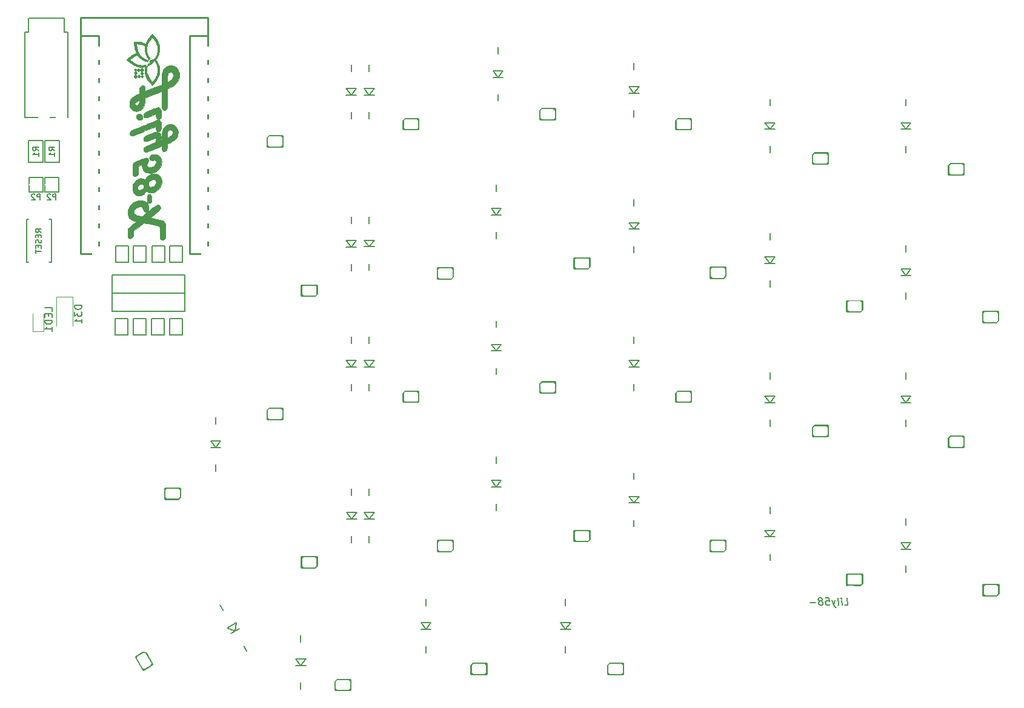
<source format=gbo>
G04 #@! TF.GenerationSoftware,KiCad,Pcbnew,(5.1.10)-1*
G04 #@! TF.CreationDate,2021-11-18T00:25:13+09:00*
G04 #@! TF.ProjectId,Lily58,4c696c79-3538-42e6-9b69-6361645f7063,rev?*
G04 #@! TF.SameCoordinates,PX4f27ac0PY2349340*
G04 #@! TF.FileFunction,Legend,Bot*
G04 #@! TF.FilePolarity,Positive*
%FSLAX46Y46*%
G04 Gerber Fmt 4.6, Leading zero omitted, Abs format (unit mm)*
G04 Created by KiCad (PCBNEW (5.1.10)-1) date 2021-11-18 00:25:13*
%MOMM*%
%LPD*%
G01*
G04 APERTURE LIST*
%ADD10C,0.150000*%
%ADD11C,0.250000*%
%ADD12C,0.010000*%
%ADD13C,0.300000*%
%ADD14C,0.120000*%
%ADD15C,1.924000*%
%ADD16C,1.400000*%
%ADD17O,1.900000X2.900000*%
%ADD18C,2.300000*%
%ADD19C,4.400000*%
%ADD20C,2.100000*%
%ADD21C,3.100000*%
%ADD22C,1.797000*%
%ADD23C,2.398980*%
%ADD24C,1.600000*%
%ADD25C,5.300000*%
%ADD26C,2.900000*%
%ADD27C,2.600000*%
G04 APERTURE END LIST*
D10*
X114682261Y-82452380D02*
X115158452Y-82452380D01*
X115033452Y-81452380D01*
X114348928Y-82452380D02*
X114265595Y-81785714D01*
X114223928Y-81452380D02*
X114277500Y-81500000D01*
X114235833Y-81547619D01*
X114182261Y-81500000D01*
X114223928Y-81452380D01*
X114235833Y-81547619D01*
X113729880Y-82452380D02*
X113819166Y-82404761D01*
X113854880Y-82309523D01*
X113747738Y-81452380D01*
X113360833Y-81785714D02*
X113206071Y-82452380D01*
X112884642Y-81785714D02*
X113206071Y-82452380D01*
X113331071Y-82690476D01*
X113384642Y-82738095D01*
X113485833Y-82785714D01*
X111985833Y-81452380D02*
X112462023Y-81452380D01*
X112569166Y-81928571D01*
X112515595Y-81880952D01*
X112414404Y-81833333D01*
X112176309Y-81833333D01*
X112087023Y-81880952D01*
X112045357Y-81928571D01*
X112009642Y-82023809D01*
X112039404Y-82261904D01*
X112098928Y-82357142D01*
X112152500Y-82404761D01*
X112253690Y-82452380D01*
X112491785Y-82452380D01*
X112581071Y-82404761D01*
X112622738Y-82357142D01*
X111420357Y-81880952D02*
X111509642Y-81833333D01*
X111551309Y-81785714D01*
X111587023Y-81690476D01*
X111581071Y-81642857D01*
X111521547Y-81547619D01*
X111467976Y-81500000D01*
X111366785Y-81452380D01*
X111176309Y-81452380D01*
X111087023Y-81500000D01*
X111045357Y-81547619D01*
X111009642Y-81642857D01*
X111015595Y-81690476D01*
X111075119Y-81785714D01*
X111128690Y-81833333D01*
X111229880Y-81880952D01*
X111420357Y-81880952D01*
X111521547Y-81928571D01*
X111575119Y-81976190D01*
X111634642Y-82071428D01*
X111658452Y-82261904D01*
X111622738Y-82357142D01*
X111581071Y-82404761D01*
X111491785Y-82452380D01*
X111301309Y-82452380D01*
X111200119Y-82404761D01*
X111146547Y-82357142D01*
X111087023Y-82261904D01*
X111063214Y-82071428D01*
X111098928Y-81976190D01*
X111140595Y-81928571D01*
X111229880Y-81880952D01*
X110634642Y-82071428D02*
X109872738Y-82071428D01*
X3952380Y-41380952D02*
X3952380Y-40904761D01*
X2952380Y-40904761D01*
X3428571Y-41714285D02*
X3428571Y-42047619D01*
X3952380Y-42190476D02*
X3952380Y-41714285D01*
X2952380Y-41714285D01*
X2952380Y-42190476D01*
X3952380Y-42619047D02*
X2952380Y-42619047D01*
X2952380Y-42857142D01*
X3000000Y-43000000D01*
X3095238Y-43095238D01*
X3190476Y-43142857D01*
X3380952Y-43190476D01*
X3523809Y-43190476D01*
X3714285Y-43142857D01*
X3809523Y-43095238D01*
X3904761Y-43000000D01*
X3952380Y-42857142D01*
X3952380Y-42619047D01*
X3952380Y-44142857D02*
X3952380Y-43571428D01*
X3952380Y-43857142D02*
X2952380Y-43857142D01*
X3095238Y-43761904D01*
X3190476Y-43666666D01*
X3238095Y-43571428D01*
X7910000Y-33340000D02*
X7910000Y-2860000D01*
D11*
X10450000Y-33340000D02*
X7910000Y-33340000D01*
X10450000Y-2860000D02*
X10450000Y-33340000D01*
X7910000Y-2860000D02*
X10450000Y-2860000D01*
X23150000Y-33340000D02*
X23150000Y-2860000D01*
X25690000Y-33340000D02*
X23150000Y-33340000D01*
D10*
X25690000Y-2860000D02*
X25690000Y-33340000D01*
D11*
X23150000Y-2860000D02*
X25690000Y-2860000D01*
X7910000Y-33340000D02*
X7910000Y-320000D01*
X25690000Y-320000D02*
X25690000Y-33340000D01*
X7910000Y-320000D02*
X25690000Y-320000D01*
D12*
G36*
X16282775Y-8121551D02*
G01*
X16290344Y-8131222D01*
X16305996Y-8148393D01*
X16327796Y-8171157D01*
X16353806Y-8197604D01*
X16382093Y-8225825D01*
X16410719Y-8253912D01*
X16437750Y-8279956D01*
X16461250Y-8302048D01*
X16479283Y-8318278D01*
X16489913Y-8326739D01*
X16491639Y-8327521D01*
X16499418Y-8322512D01*
X16515166Y-8308766D01*
X16536998Y-8288205D01*
X16563033Y-8262754D01*
X16591386Y-8234334D01*
X16620176Y-8204868D01*
X16647518Y-8176279D01*
X16671531Y-8150490D01*
X16690332Y-8129424D01*
X16702036Y-8115003D01*
X16705029Y-8109619D01*
X16700094Y-8101319D01*
X16686350Y-8084652D01*
X16665383Y-8061375D01*
X16638783Y-8033246D01*
X16608136Y-8002024D01*
X16605149Y-7999038D01*
X16573670Y-7968156D01*
X16545130Y-7941166D01*
X16521290Y-7919652D01*
X16503911Y-7905199D01*
X16494754Y-7899394D01*
X16494384Y-7899350D01*
X16486152Y-7904287D01*
X16469500Y-7918063D01*
X16446140Y-7939126D01*
X16417784Y-7965922D01*
X16386145Y-7996899D01*
X16379411Y-8003623D01*
X16343787Y-8039554D01*
X16317447Y-8066843D01*
X16299222Y-8086916D01*
X16287943Y-8101199D01*
X16282440Y-8111119D01*
X16281546Y-8118103D01*
X16282775Y-8121551D01*
G37*
X16282775Y-8121551D02*
X16290344Y-8131222D01*
X16305996Y-8148393D01*
X16327796Y-8171157D01*
X16353806Y-8197604D01*
X16382093Y-8225825D01*
X16410719Y-8253912D01*
X16437750Y-8279956D01*
X16461250Y-8302048D01*
X16479283Y-8318278D01*
X16489913Y-8326739D01*
X16491639Y-8327521D01*
X16499418Y-8322512D01*
X16515166Y-8308766D01*
X16536998Y-8288205D01*
X16563033Y-8262754D01*
X16591386Y-8234334D01*
X16620176Y-8204868D01*
X16647518Y-8176279D01*
X16671531Y-8150490D01*
X16690332Y-8129424D01*
X16702036Y-8115003D01*
X16705029Y-8109619D01*
X16700094Y-8101319D01*
X16686350Y-8084652D01*
X16665383Y-8061375D01*
X16638783Y-8033246D01*
X16608136Y-8002024D01*
X16605149Y-7999038D01*
X16573670Y-7968156D01*
X16545130Y-7941166D01*
X16521290Y-7919652D01*
X16503911Y-7905199D01*
X16494754Y-7899394D01*
X16494384Y-7899350D01*
X16486152Y-7904287D01*
X16469500Y-7918063D01*
X16446140Y-7939126D01*
X16417784Y-7965922D01*
X16386145Y-7996899D01*
X16379411Y-8003623D01*
X16343787Y-8039554D01*
X16317447Y-8066843D01*
X16299222Y-8086916D01*
X16287943Y-8101199D01*
X16282440Y-8111119D01*
X16281546Y-8118103D01*
X16282775Y-8121551D01*
G36*
X14451737Y-6286527D02*
G01*
X14624566Y-6445888D01*
X14807516Y-6594862D01*
X15000510Y-6733383D01*
X15035886Y-6756924D01*
X15210990Y-6865159D01*
X15385431Y-6959077D01*
X15559143Y-7038665D01*
X15732061Y-7103910D01*
X15904120Y-7154798D01*
X16075255Y-7191315D01*
X16245400Y-7213448D01*
X16414491Y-7221183D01*
X16582461Y-7214507D01*
X16749247Y-7193405D01*
X16914782Y-7157866D01*
X16935307Y-7152428D01*
X16966015Y-7144120D01*
X16988187Y-7072751D01*
X17000605Y-7034256D01*
X17014604Y-6993131D01*
X17027792Y-6956337D01*
X17032074Y-6944992D01*
X17041593Y-6918758D01*
X17048019Y-6898036D01*
X17050342Y-6886220D01*
X17050018Y-6884834D01*
X17041867Y-6885109D01*
X17023177Y-6888996D01*
X16997250Y-6895753D01*
X16982681Y-6899953D01*
X16831041Y-6938223D01*
X16679808Y-6962677D01*
X16528558Y-6973268D01*
X16376867Y-6969947D01*
X16224312Y-6952665D01*
X16070470Y-6921375D01*
X15914917Y-6876028D01*
X15757230Y-6816576D01*
X15596984Y-6742970D01*
X15593830Y-6741393D01*
X15517413Y-6702168D01*
X15449153Y-6664816D01*
X15383686Y-6626223D01*
X15315649Y-6583275D01*
X15271743Y-6554373D01*
X15172108Y-6485231D01*
X15070248Y-6409441D01*
X14970757Y-6330578D01*
X14878225Y-6252212D01*
X14843572Y-6221244D01*
X14807286Y-6188243D01*
X14821800Y-6172138D01*
X14836124Y-6157986D01*
X14859789Y-6136583D01*
X14890733Y-6109657D01*
X14926896Y-6078939D01*
X14966216Y-6046157D01*
X15006632Y-6013043D01*
X15046084Y-5981325D01*
X15082509Y-5952733D01*
X15091376Y-5945913D01*
X15185384Y-5876982D01*
X15286549Y-5808196D01*
X15389297Y-5743214D01*
X15485829Y-5686929D01*
X15526703Y-5664902D01*
X15571650Y-5641829D01*
X15618830Y-5618537D01*
X15666404Y-5595855D01*
X15712533Y-5574609D01*
X15755378Y-5555627D01*
X15793098Y-5539738D01*
X15823856Y-5527768D01*
X15845811Y-5520545D01*
X15857125Y-5518898D01*
X15858057Y-5519429D01*
X15862963Y-5526390D01*
X15874245Y-5542641D01*
X15890055Y-5565516D01*
X15903019Y-5584321D01*
X16002253Y-5715719D01*
X16112682Y-5837986D01*
X16234335Y-5951142D01*
X16367238Y-6055206D01*
X16511419Y-6150197D01*
X16666904Y-6236134D01*
X16833722Y-6313036D01*
X17011899Y-6380923D01*
X17060629Y-6397276D01*
X17104294Y-6411335D01*
X17146148Y-6424448D01*
X17183056Y-6435659D01*
X17211882Y-6444013D01*
X17227215Y-6448044D01*
X17250207Y-6452930D01*
X17263318Y-6453634D01*
X17270652Y-6449862D01*
X17274387Y-6444667D01*
X17281046Y-6434003D01*
X17293846Y-6413883D01*
X17311041Y-6387036D01*
X17330887Y-6356193D01*
X17334200Y-6351058D01*
X17353100Y-6320912D01*
X17368176Y-6295204D01*
X17378117Y-6276299D01*
X17381614Y-6266562D01*
X17381371Y-6265869D01*
X17372480Y-6262206D01*
X17353057Y-6256060D01*
X17326641Y-6248522D01*
X17314629Y-6245287D01*
X17156769Y-6198139D01*
X17004840Y-6142072D01*
X16860033Y-6077743D01*
X16723537Y-6005811D01*
X16596544Y-5926935D01*
X16480243Y-5841772D01*
X16375824Y-5750983D01*
X16320490Y-5695277D01*
X16218720Y-5576361D01*
X16126255Y-5446586D01*
X16043079Y-5305908D01*
X15969174Y-5154281D01*
X15904526Y-4991660D01*
X15849117Y-4817999D01*
X15802930Y-4633255D01*
X15765951Y-4437380D01*
X15738161Y-4230331D01*
X15721582Y-4043029D01*
X15717144Y-3978566D01*
X15799243Y-3983606D01*
X16019541Y-4003188D01*
X16231254Y-4034377D01*
X16434564Y-4077214D01*
X16629656Y-4131742D01*
X16816713Y-4198002D01*
X16901349Y-4232967D01*
X16934383Y-4247259D01*
X16918053Y-4344290D01*
X16897264Y-4509273D01*
X16890430Y-4674586D01*
X16897599Y-4840456D01*
X16918820Y-5007111D01*
X16954143Y-5174781D01*
X17003616Y-5343692D01*
X17067288Y-5514074D01*
X17145208Y-5686155D01*
X17237425Y-5860162D01*
X17246371Y-5875826D01*
X17271205Y-5918123D01*
X17298365Y-5962788D01*
X17326511Y-6007772D01*
X17354303Y-6051025D01*
X17380401Y-6090498D01*
X17403466Y-6124142D01*
X17422157Y-6149908D01*
X17435137Y-6165748D01*
X17437347Y-6167930D01*
X17445277Y-6174231D01*
X17452678Y-6175597D01*
X17462659Y-6170776D01*
X17478327Y-6158517D01*
X17494013Y-6145125D01*
X17522060Y-6122216D01*
X17553182Y-6098639D01*
X17577214Y-6081817D01*
X17618457Y-6054625D01*
X17571941Y-5987442D01*
X17482626Y-5849443D01*
X17401950Y-5706409D01*
X17330626Y-5560113D01*
X17269369Y-5412326D01*
X17218895Y-5264822D01*
X17179917Y-5119371D01*
X17153150Y-4977745D01*
X17147433Y-4934807D01*
X17142587Y-4878582D01*
X17139904Y-4812638D01*
X17139340Y-4741600D01*
X17140854Y-4670097D01*
X17144403Y-4602752D01*
X17149944Y-4544194D01*
X17151112Y-4535214D01*
X17179299Y-4379609D01*
X17221459Y-4221973D01*
X17277298Y-4062925D01*
X17346520Y-3903086D01*
X17428828Y-3743075D01*
X17523927Y-3583511D01*
X17631522Y-3425015D01*
X17751315Y-3268206D01*
X17762689Y-3254192D01*
X17791936Y-3218722D01*
X17822043Y-3182877D01*
X17850051Y-3150140D01*
X17872998Y-3123992D01*
X17879423Y-3116892D01*
X17922648Y-3069721D01*
X17942465Y-3087864D01*
X17970038Y-3115422D01*
X18004115Y-3153203D01*
X18043214Y-3199310D01*
X18085854Y-3251848D01*
X18130552Y-3308919D01*
X18175827Y-3368627D01*
X18220196Y-3429076D01*
X18262179Y-3488368D01*
X18300293Y-3544608D01*
X18305361Y-3552321D01*
X18398671Y-3702837D01*
X18478990Y-3849625D01*
X18546897Y-3994114D01*
X18602970Y-4137729D01*
X18647787Y-4281899D01*
X18681926Y-4428050D01*
X18698329Y-4522563D01*
X18704546Y-4577128D01*
X18708662Y-4641986D01*
X18710683Y-4713069D01*
X18710612Y-4786310D01*
X18708454Y-4857642D01*
X18704211Y-4922995D01*
X18697888Y-4978304D01*
X18697881Y-4978350D01*
X18667633Y-5134187D01*
X18623613Y-5292326D01*
X18566201Y-5451833D01*
X18495775Y-5611774D01*
X18412711Y-5771215D01*
X18317390Y-5929222D01*
X18305874Y-5946930D01*
X18264120Y-6006624D01*
X18224568Y-6054316D01*
X18185387Y-6091945D01*
X18144748Y-6121453D01*
X18136880Y-6126203D01*
X18085384Y-6150743D01*
X18026070Y-6169762D01*
X17965176Y-6181372D01*
X17949629Y-6182962D01*
X17894267Y-6188424D01*
X17849535Y-6195278D01*
X17811557Y-6204427D01*
X17776455Y-6216772D01*
X17746429Y-6230237D01*
X17713783Y-6247935D01*
X17680720Y-6268934D01*
X17653634Y-6289125D01*
X17650263Y-6292023D01*
X17633328Y-6309200D01*
X17612859Y-6333341D01*
X17590413Y-6362183D01*
X17567553Y-6393460D01*
X17545837Y-6424909D01*
X17526826Y-6454264D01*
X17512080Y-6479261D01*
X17503158Y-6497636D01*
X17501622Y-6507124D01*
X17501864Y-6507430D01*
X17513442Y-6511782D01*
X17536330Y-6515068D01*
X17567359Y-6517229D01*
X17603362Y-6518209D01*
X17641169Y-6517950D01*
X17677612Y-6516394D01*
X17709522Y-6513486D01*
X17723164Y-6511439D01*
X17779727Y-6501293D01*
X17759449Y-6517669D01*
X17739532Y-6532229D01*
X17709395Y-6552316D01*
X17671517Y-6576425D01*
X17628374Y-6603049D01*
X17582441Y-6630678D01*
X17536195Y-6657807D01*
X17492114Y-6682929D01*
X17452672Y-6704535D01*
X17450765Y-6705550D01*
X17355132Y-6756350D01*
X17323360Y-6827522D01*
X17309333Y-6859807D01*
X17294345Y-6895744D01*
X17279359Y-6932843D01*
X17265340Y-6968612D01*
X17253250Y-7000559D01*
X17244053Y-7026194D01*
X17238712Y-7043024D01*
X17237905Y-7048531D01*
X17246182Y-7047428D01*
X17265445Y-7040345D01*
X17293894Y-7028166D01*
X17329728Y-7011777D01*
X17371146Y-6992063D01*
X17416347Y-6969908D01*
X17463530Y-6946199D01*
X17510894Y-6921819D01*
X17556638Y-6897655D01*
X17598961Y-6874591D01*
X17636062Y-6853513D01*
X17642959Y-6849459D01*
X17727633Y-6798041D01*
X17800219Y-6750873D01*
X17862048Y-6706681D01*
X17914455Y-6664192D01*
X17958773Y-6622132D01*
X17996334Y-6579227D01*
X18028472Y-6534205D01*
X18056520Y-6485791D01*
X18081812Y-6432712D01*
X18083630Y-6428518D01*
X18096572Y-6399058D01*
X18106355Y-6379957D01*
X18115493Y-6368211D01*
X18126497Y-6360820D01*
X18141881Y-6354780D01*
X18146735Y-6353119D01*
X18172667Y-6343515D01*
X18196745Y-6333334D01*
X18204846Y-6329425D01*
X18220570Y-6322385D01*
X18230470Y-6323416D01*
X18241297Y-6333341D01*
X18241846Y-6333936D01*
X18251165Y-6345819D01*
X18266361Y-6367159D01*
X18285507Y-6395174D01*
X18306677Y-6427081D01*
X18311900Y-6435095D01*
X18410700Y-6597906D01*
X18496137Y-6761381D01*
X18568002Y-6924997D01*
X18626086Y-7088231D01*
X18670177Y-7250562D01*
X18697651Y-7394978D01*
X18703557Y-7445873D01*
X18707783Y-7506741D01*
X18710292Y-7573603D01*
X18711045Y-7642481D01*
X18710007Y-7709394D01*
X18707139Y-7770364D01*
X18702404Y-7821412D01*
X18701695Y-7826778D01*
X18672295Y-7989336D01*
X18628745Y-8152882D01*
X18571306Y-8316678D01*
X18500241Y-8479987D01*
X18415810Y-8642072D01*
X18406444Y-8658531D01*
X18351715Y-8749513D01*
X18289946Y-8844464D01*
X18223346Y-8940364D01*
X18154125Y-9034194D01*
X18084494Y-9122936D01*
X18016662Y-9203570D01*
X17968745Y-9256435D01*
X17924318Y-9303607D01*
X17890483Y-9267321D01*
X17861038Y-9234628D01*
X17825547Y-9193467D01*
X17786629Y-9147010D01*
X17746905Y-9098432D01*
X17708994Y-9050907D01*
X17675516Y-9007610D01*
X17668885Y-8998807D01*
X17558308Y-8842268D01*
X17459646Y-8684128D01*
X17373320Y-8525248D01*
X17299750Y-8366490D01*
X17239355Y-8208717D01*
X17192555Y-8052790D01*
X17177388Y-7989563D01*
X17159798Y-7893770D01*
X17147409Y-7790613D01*
X17140429Y-7684450D01*
X17139062Y-7579638D01*
X17143516Y-7480535D01*
X17150260Y-7416502D01*
X17159594Y-7356790D01*
X17171900Y-7291573D01*
X17186113Y-7225771D01*
X17201168Y-7164299D01*
X17215997Y-7112076D01*
X17216829Y-7109432D01*
X17225002Y-7082652D01*
X17228651Y-7067084D01*
X17228016Y-7060229D01*
X17223336Y-7059589D01*
X17221553Y-7060110D01*
X17210954Y-7063684D01*
X17189110Y-7071115D01*
X17158503Y-7081554D01*
X17121620Y-7094155D01*
X17087807Y-7105721D01*
X17045218Y-7119966D01*
X17013370Y-7130932D01*
X16990345Y-7140870D01*
X16974222Y-7152031D01*
X16963082Y-7166663D01*
X16955005Y-7187019D01*
X16948071Y-7215347D01*
X16940361Y-7253897D01*
X16933897Y-7286121D01*
X16905773Y-7457301D01*
X16892068Y-7627436D01*
X16892784Y-7796373D01*
X16907921Y-7963956D01*
X16930077Y-8095292D01*
X16969969Y-8258332D01*
X17023418Y-8423611D01*
X17089837Y-8590104D01*
X17168640Y-8756786D01*
X17259240Y-8922632D01*
X17361051Y-9086617D01*
X17473487Y-9247715D01*
X17595962Y-9404902D01*
X17727889Y-9557152D01*
X17824481Y-9659155D01*
X17924304Y-9760807D01*
X18034938Y-9648082D01*
X18171378Y-9501332D01*
X18299677Y-9347740D01*
X18418966Y-9188682D01*
X18528373Y-9025536D01*
X18627029Y-8859678D01*
X18714064Y-8692484D01*
X18788608Y-8525332D01*
X18849790Y-8359597D01*
X18850324Y-8357976D01*
X18898512Y-8191452D01*
X18932965Y-8026485D01*
X18953642Y-7862499D01*
X18960499Y-7698918D01*
X18953496Y-7535169D01*
X18932592Y-7370675D01*
X18897743Y-7204861D01*
X18848908Y-7037152D01*
X18786047Y-6866973D01*
X18733397Y-6745464D01*
X18697224Y-6670271D01*
X18655922Y-6590628D01*
X18611261Y-6509584D01*
X18565010Y-6430185D01*
X18518940Y-6355480D01*
X18474820Y-6288515D01*
X18438490Y-6237711D01*
X18419055Y-6211049D01*
X18408023Y-6192889D01*
X18404543Y-6180553D01*
X18407766Y-6171361D01*
X18415104Y-6164047D01*
X18423386Y-6154565D01*
X18437761Y-6135486D01*
X18456377Y-6109363D01*
X18477384Y-6078748D01*
X18482834Y-6070630D01*
X18587951Y-5903382D01*
X18680397Y-5735384D01*
X18760012Y-5567167D01*
X18826638Y-5399259D01*
X18880115Y-5232190D01*
X18920284Y-5066487D01*
X18946985Y-4902681D01*
X18960058Y-4741300D01*
X18959346Y-4582873D01*
X18953930Y-4506635D01*
X18931003Y-4337181D01*
X18893861Y-4166199D01*
X18842671Y-3994125D01*
X18777598Y-3821392D01*
X18698810Y-3648434D01*
X18606472Y-3475685D01*
X18500751Y-3303579D01*
X18481622Y-3274660D01*
X18405483Y-3165460D01*
X18322392Y-3054828D01*
X18235018Y-2946021D01*
X18146026Y-2842297D01*
X18058084Y-2746914D01*
X18007881Y-2695978D01*
X17923271Y-2612521D01*
X17816707Y-2721600D01*
X17677002Y-2872633D01*
X17545800Y-3030707D01*
X17423998Y-3194426D01*
X17312496Y-3362392D01*
X17212191Y-3533211D01*
X17123982Y-3705484D01*
X17048768Y-3877816D01*
X17014738Y-3967976D01*
X17011139Y-3974372D01*
X17004480Y-3975588D01*
X16991558Y-3971058D01*
X16969172Y-3960217D01*
X16968257Y-3959757D01*
X16935825Y-3944589D01*
X16892751Y-3926161D01*
X16842198Y-3905700D01*
X16787328Y-3884434D01*
X16731302Y-3863592D01*
X16677283Y-3844399D01*
X16632457Y-3829378D01*
X16462126Y-3780003D01*
X16282622Y-3738475D01*
X16097299Y-3705310D01*
X15909512Y-3681027D01*
X15722617Y-3666144D01*
X15542832Y-3661178D01*
X15398743Y-3661178D01*
X15398773Y-3789992D01*
X15403330Y-3961928D01*
X15416620Y-4137130D01*
X15438190Y-4313300D01*
X15467584Y-4488141D01*
X15504349Y-4659355D01*
X15548030Y-4824644D01*
X15598173Y-4981711D01*
X15654323Y-5128258D01*
X15671087Y-5167154D01*
X15685690Y-5200438D01*
X15698138Y-5229337D01*
X15707243Y-5251050D01*
X15711813Y-5262776D01*
X15712049Y-5263558D01*
X15706583Y-5270485D01*
X15688420Y-5280826D01*
X15658798Y-5293926D01*
X15641857Y-5300625D01*
X15464470Y-5375777D01*
X15287556Y-5464588D01*
X15112376Y-5566224D01*
X14940195Y-5679850D01*
X14772274Y-5804632D01*
X14609876Y-5939737D01*
X14454265Y-6084329D01*
X14451686Y-6086864D01*
X14350086Y-6186818D01*
X14451737Y-6286527D01*
G37*
X14451737Y-6286527D02*
X14624566Y-6445888D01*
X14807516Y-6594862D01*
X15000510Y-6733383D01*
X15035886Y-6756924D01*
X15210990Y-6865159D01*
X15385431Y-6959077D01*
X15559143Y-7038665D01*
X15732061Y-7103910D01*
X15904120Y-7154798D01*
X16075255Y-7191315D01*
X16245400Y-7213448D01*
X16414491Y-7221183D01*
X16582461Y-7214507D01*
X16749247Y-7193405D01*
X16914782Y-7157866D01*
X16935307Y-7152428D01*
X16966015Y-7144120D01*
X16988187Y-7072751D01*
X17000605Y-7034256D01*
X17014604Y-6993131D01*
X17027792Y-6956337D01*
X17032074Y-6944992D01*
X17041593Y-6918758D01*
X17048019Y-6898036D01*
X17050342Y-6886220D01*
X17050018Y-6884834D01*
X17041867Y-6885109D01*
X17023177Y-6888996D01*
X16997250Y-6895753D01*
X16982681Y-6899953D01*
X16831041Y-6938223D01*
X16679808Y-6962677D01*
X16528558Y-6973268D01*
X16376867Y-6969947D01*
X16224312Y-6952665D01*
X16070470Y-6921375D01*
X15914917Y-6876028D01*
X15757230Y-6816576D01*
X15596984Y-6742970D01*
X15593830Y-6741393D01*
X15517413Y-6702168D01*
X15449153Y-6664816D01*
X15383686Y-6626223D01*
X15315649Y-6583275D01*
X15271743Y-6554373D01*
X15172108Y-6485231D01*
X15070248Y-6409441D01*
X14970757Y-6330578D01*
X14878225Y-6252212D01*
X14843572Y-6221244D01*
X14807286Y-6188243D01*
X14821800Y-6172138D01*
X14836124Y-6157986D01*
X14859789Y-6136583D01*
X14890733Y-6109657D01*
X14926896Y-6078939D01*
X14966216Y-6046157D01*
X15006632Y-6013043D01*
X15046084Y-5981325D01*
X15082509Y-5952733D01*
X15091376Y-5945913D01*
X15185384Y-5876982D01*
X15286549Y-5808196D01*
X15389297Y-5743214D01*
X15485829Y-5686929D01*
X15526703Y-5664902D01*
X15571650Y-5641829D01*
X15618830Y-5618537D01*
X15666404Y-5595855D01*
X15712533Y-5574609D01*
X15755378Y-5555627D01*
X15793098Y-5539738D01*
X15823856Y-5527768D01*
X15845811Y-5520545D01*
X15857125Y-5518898D01*
X15858057Y-5519429D01*
X15862963Y-5526390D01*
X15874245Y-5542641D01*
X15890055Y-5565516D01*
X15903019Y-5584321D01*
X16002253Y-5715719D01*
X16112682Y-5837986D01*
X16234335Y-5951142D01*
X16367238Y-6055206D01*
X16511419Y-6150197D01*
X16666904Y-6236134D01*
X16833722Y-6313036D01*
X17011899Y-6380923D01*
X17060629Y-6397276D01*
X17104294Y-6411335D01*
X17146148Y-6424448D01*
X17183056Y-6435659D01*
X17211882Y-6444013D01*
X17227215Y-6448044D01*
X17250207Y-6452930D01*
X17263318Y-6453634D01*
X17270652Y-6449862D01*
X17274387Y-6444667D01*
X17281046Y-6434003D01*
X17293846Y-6413883D01*
X17311041Y-6387036D01*
X17330887Y-6356193D01*
X17334200Y-6351058D01*
X17353100Y-6320912D01*
X17368176Y-6295204D01*
X17378117Y-6276299D01*
X17381614Y-6266562D01*
X17381371Y-6265869D01*
X17372480Y-6262206D01*
X17353057Y-6256060D01*
X17326641Y-6248522D01*
X17314629Y-6245287D01*
X17156769Y-6198139D01*
X17004840Y-6142072D01*
X16860033Y-6077743D01*
X16723537Y-6005811D01*
X16596544Y-5926935D01*
X16480243Y-5841772D01*
X16375824Y-5750983D01*
X16320490Y-5695277D01*
X16218720Y-5576361D01*
X16126255Y-5446586D01*
X16043079Y-5305908D01*
X15969174Y-5154281D01*
X15904526Y-4991660D01*
X15849117Y-4817999D01*
X15802930Y-4633255D01*
X15765951Y-4437380D01*
X15738161Y-4230331D01*
X15721582Y-4043029D01*
X15717144Y-3978566D01*
X15799243Y-3983606D01*
X16019541Y-4003188D01*
X16231254Y-4034377D01*
X16434564Y-4077214D01*
X16629656Y-4131742D01*
X16816713Y-4198002D01*
X16901349Y-4232967D01*
X16934383Y-4247259D01*
X16918053Y-4344290D01*
X16897264Y-4509273D01*
X16890430Y-4674586D01*
X16897599Y-4840456D01*
X16918820Y-5007111D01*
X16954143Y-5174781D01*
X17003616Y-5343692D01*
X17067288Y-5514074D01*
X17145208Y-5686155D01*
X17237425Y-5860162D01*
X17246371Y-5875826D01*
X17271205Y-5918123D01*
X17298365Y-5962788D01*
X17326511Y-6007772D01*
X17354303Y-6051025D01*
X17380401Y-6090498D01*
X17403466Y-6124142D01*
X17422157Y-6149908D01*
X17435137Y-6165748D01*
X17437347Y-6167930D01*
X17445277Y-6174231D01*
X17452678Y-6175597D01*
X17462659Y-6170776D01*
X17478327Y-6158517D01*
X17494013Y-6145125D01*
X17522060Y-6122216D01*
X17553182Y-6098639D01*
X17577214Y-6081817D01*
X17618457Y-6054625D01*
X17571941Y-5987442D01*
X17482626Y-5849443D01*
X17401950Y-5706409D01*
X17330626Y-5560113D01*
X17269369Y-5412326D01*
X17218895Y-5264822D01*
X17179917Y-5119371D01*
X17153150Y-4977745D01*
X17147433Y-4934807D01*
X17142587Y-4878582D01*
X17139904Y-4812638D01*
X17139340Y-4741600D01*
X17140854Y-4670097D01*
X17144403Y-4602752D01*
X17149944Y-4544194D01*
X17151112Y-4535214D01*
X17179299Y-4379609D01*
X17221459Y-4221973D01*
X17277298Y-4062925D01*
X17346520Y-3903086D01*
X17428828Y-3743075D01*
X17523927Y-3583511D01*
X17631522Y-3425015D01*
X17751315Y-3268206D01*
X17762689Y-3254192D01*
X17791936Y-3218722D01*
X17822043Y-3182877D01*
X17850051Y-3150140D01*
X17872998Y-3123992D01*
X17879423Y-3116892D01*
X17922648Y-3069721D01*
X17942465Y-3087864D01*
X17970038Y-3115422D01*
X18004115Y-3153203D01*
X18043214Y-3199310D01*
X18085854Y-3251848D01*
X18130552Y-3308919D01*
X18175827Y-3368627D01*
X18220196Y-3429076D01*
X18262179Y-3488368D01*
X18300293Y-3544608D01*
X18305361Y-3552321D01*
X18398671Y-3702837D01*
X18478990Y-3849625D01*
X18546897Y-3994114D01*
X18602970Y-4137729D01*
X18647787Y-4281899D01*
X18681926Y-4428050D01*
X18698329Y-4522563D01*
X18704546Y-4577128D01*
X18708662Y-4641986D01*
X18710683Y-4713069D01*
X18710612Y-4786310D01*
X18708454Y-4857642D01*
X18704211Y-4922995D01*
X18697888Y-4978304D01*
X18697881Y-4978350D01*
X18667633Y-5134187D01*
X18623613Y-5292326D01*
X18566201Y-5451833D01*
X18495775Y-5611774D01*
X18412711Y-5771215D01*
X18317390Y-5929222D01*
X18305874Y-5946930D01*
X18264120Y-6006624D01*
X18224568Y-6054316D01*
X18185387Y-6091945D01*
X18144748Y-6121453D01*
X18136880Y-6126203D01*
X18085384Y-6150743D01*
X18026070Y-6169762D01*
X17965176Y-6181372D01*
X17949629Y-6182962D01*
X17894267Y-6188424D01*
X17849535Y-6195278D01*
X17811557Y-6204427D01*
X17776455Y-6216772D01*
X17746429Y-6230237D01*
X17713783Y-6247935D01*
X17680720Y-6268934D01*
X17653634Y-6289125D01*
X17650263Y-6292023D01*
X17633328Y-6309200D01*
X17612859Y-6333341D01*
X17590413Y-6362183D01*
X17567553Y-6393460D01*
X17545837Y-6424909D01*
X17526826Y-6454264D01*
X17512080Y-6479261D01*
X17503158Y-6497636D01*
X17501622Y-6507124D01*
X17501864Y-6507430D01*
X17513442Y-6511782D01*
X17536330Y-6515068D01*
X17567359Y-6517229D01*
X17603362Y-6518209D01*
X17641169Y-6517950D01*
X17677612Y-6516394D01*
X17709522Y-6513486D01*
X17723164Y-6511439D01*
X17779727Y-6501293D01*
X17759449Y-6517669D01*
X17739532Y-6532229D01*
X17709395Y-6552316D01*
X17671517Y-6576425D01*
X17628374Y-6603049D01*
X17582441Y-6630678D01*
X17536195Y-6657807D01*
X17492114Y-6682929D01*
X17452672Y-6704535D01*
X17450765Y-6705550D01*
X17355132Y-6756350D01*
X17323360Y-6827522D01*
X17309333Y-6859807D01*
X17294345Y-6895744D01*
X17279359Y-6932843D01*
X17265340Y-6968612D01*
X17253250Y-7000559D01*
X17244053Y-7026194D01*
X17238712Y-7043024D01*
X17237905Y-7048531D01*
X17246182Y-7047428D01*
X17265445Y-7040345D01*
X17293894Y-7028166D01*
X17329728Y-7011777D01*
X17371146Y-6992063D01*
X17416347Y-6969908D01*
X17463530Y-6946199D01*
X17510894Y-6921819D01*
X17556638Y-6897655D01*
X17598961Y-6874591D01*
X17636062Y-6853513D01*
X17642959Y-6849459D01*
X17727633Y-6798041D01*
X17800219Y-6750873D01*
X17862048Y-6706681D01*
X17914455Y-6664192D01*
X17958773Y-6622132D01*
X17996334Y-6579227D01*
X18028472Y-6534205D01*
X18056520Y-6485791D01*
X18081812Y-6432712D01*
X18083630Y-6428518D01*
X18096572Y-6399058D01*
X18106355Y-6379957D01*
X18115493Y-6368211D01*
X18126497Y-6360820D01*
X18141881Y-6354780D01*
X18146735Y-6353119D01*
X18172667Y-6343515D01*
X18196745Y-6333334D01*
X18204846Y-6329425D01*
X18220570Y-6322385D01*
X18230470Y-6323416D01*
X18241297Y-6333341D01*
X18241846Y-6333936D01*
X18251165Y-6345819D01*
X18266361Y-6367159D01*
X18285507Y-6395174D01*
X18306677Y-6427081D01*
X18311900Y-6435095D01*
X18410700Y-6597906D01*
X18496137Y-6761381D01*
X18568002Y-6924997D01*
X18626086Y-7088231D01*
X18670177Y-7250562D01*
X18697651Y-7394978D01*
X18703557Y-7445873D01*
X18707783Y-7506741D01*
X18710292Y-7573603D01*
X18711045Y-7642481D01*
X18710007Y-7709394D01*
X18707139Y-7770364D01*
X18702404Y-7821412D01*
X18701695Y-7826778D01*
X18672295Y-7989336D01*
X18628745Y-8152882D01*
X18571306Y-8316678D01*
X18500241Y-8479987D01*
X18415810Y-8642072D01*
X18406444Y-8658531D01*
X18351715Y-8749513D01*
X18289946Y-8844464D01*
X18223346Y-8940364D01*
X18154125Y-9034194D01*
X18084494Y-9122936D01*
X18016662Y-9203570D01*
X17968745Y-9256435D01*
X17924318Y-9303607D01*
X17890483Y-9267321D01*
X17861038Y-9234628D01*
X17825547Y-9193467D01*
X17786629Y-9147010D01*
X17746905Y-9098432D01*
X17708994Y-9050907D01*
X17675516Y-9007610D01*
X17668885Y-8998807D01*
X17558308Y-8842268D01*
X17459646Y-8684128D01*
X17373320Y-8525248D01*
X17299750Y-8366490D01*
X17239355Y-8208717D01*
X17192555Y-8052790D01*
X17177388Y-7989563D01*
X17159798Y-7893770D01*
X17147409Y-7790613D01*
X17140429Y-7684450D01*
X17139062Y-7579638D01*
X17143516Y-7480535D01*
X17150260Y-7416502D01*
X17159594Y-7356790D01*
X17171900Y-7291573D01*
X17186113Y-7225771D01*
X17201168Y-7164299D01*
X17215997Y-7112076D01*
X17216829Y-7109432D01*
X17225002Y-7082652D01*
X17228651Y-7067084D01*
X17228016Y-7060229D01*
X17223336Y-7059589D01*
X17221553Y-7060110D01*
X17210954Y-7063684D01*
X17189110Y-7071115D01*
X17158503Y-7081554D01*
X17121620Y-7094155D01*
X17087807Y-7105721D01*
X17045218Y-7119966D01*
X17013370Y-7130932D01*
X16990345Y-7140870D01*
X16974222Y-7152031D01*
X16963082Y-7166663D01*
X16955005Y-7187019D01*
X16948071Y-7215347D01*
X16940361Y-7253897D01*
X16933897Y-7286121D01*
X16905773Y-7457301D01*
X16892068Y-7627436D01*
X16892784Y-7796373D01*
X16907921Y-7963956D01*
X16930077Y-8095292D01*
X16969969Y-8258332D01*
X17023418Y-8423611D01*
X17089837Y-8590104D01*
X17168640Y-8756786D01*
X17259240Y-8922632D01*
X17361051Y-9086617D01*
X17473487Y-9247715D01*
X17595962Y-9404902D01*
X17727889Y-9557152D01*
X17824481Y-9659155D01*
X17924304Y-9760807D01*
X18034938Y-9648082D01*
X18171378Y-9501332D01*
X18299677Y-9347740D01*
X18418966Y-9188682D01*
X18528373Y-9025536D01*
X18627029Y-8859678D01*
X18714064Y-8692484D01*
X18788608Y-8525332D01*
X18849790Y-8359597D01*
X18850324Y-8357976D01*
X18898512Y-8191452D01*
X18932965Y-8026485D01*
X18953642Y-7862499D01*
X18960499Y-7698918D01*
X18953496Y-7535169D01*
X18932592Y-7370675D01*
X18897743Y-7204861D01*
X18848908Y-7037152D01*
X18786047Y-6866973D01*
X18733397Y-6745464D01*
X18697224Y-6670271D01*
X18655922Y-6590628D01*
X18611261Y-6509584D01*
X18565010Y-6430185D01*
X18518940Y-6355480D01*
X18474820Y-6288515D01*
X18438490Y-6237711D01*
X18419055Y-6211049D01*
X18408023Y-6192889D01*
X18404543Y-6180553D01*
X18407766Y-6171361D01*
X18415104Y-6164047D01*
X18423386Y-6154565D01*
X18437761Y-6135486D01*
X18456377Y-6109363D01*
X18477384Y-6078748D01*
X18482834Y-6070630D01*
X18587951Y-5903382D01*
X18680397Y-5735384D01*
X18760012Y-5567167D01*
X18826638Y-5399259D01*
X18880115Y-5232190D01*
X18920284Y-5066487D01*
X18946985Y-4902681D01*
X18960058Y-4741300D01*
X18959346Y-4582873D01*
X18953930Y-4506635D01*
X18931003Y-4337181D01*
X18893861Y-4166199D01*
X18842671Y-3994125D01*
X18777598Y-3821392D01*
X18698810Y-3648434D01*
X18606472Y-3475685D01*
X18500751Y-3303579D01*
X18481622Y-3274660D01*
X18405483Y-3165460D01*
X18322392Y-3054828D01*
X18235018Y-2946021D01*
X18146026Y-2842297D01*
X18058084Y-2746914D01*
X18007881Y-2695978D01*
X17923271Y-2612521D01*
X17816707Y-2721600D01*
X17677002Y-2872633D01*
X17545800Y-3030707D01*
X17423998Y-3194426D01*
X17312496Y-3362392D01*
X17212191Y-3533211D01*
X17123982Y-3705484D01*
X17048768Y-3877816D01*
X17014738Y-3967976D01*
X17011139Y-3974372D01*
X17004480Y-3975588D01*
X16991558Y-3971058D01*
X16969172Y-3960217D01*
X16968257Y-3959757D01*
X16935825Y-3944589D01*
X16892751Y-3926161D01*
X16842198Y-3905700D01*
X16787328Y-3884434D01*
X16731302Y-3863592D01*
X16677283Y-3844399D01*
X16632457Y-3829378D01*
X16462126Y-3780003D01*
X16282622Y-3738475D01*
X16097299Y-3705310D01*
X15909512Y-3681027D01*
X15722617Y-3666144D01*
X15542832Y-3661178D01*
X15398743Y-3661178D01*
X15398773Y-3789992D01*
X15403330Y-3961928D01*
X15416620Y-4137130D01*
X15438190Y-4313300D01*
X15467584Y-4488141D01*
X15504349Y-4659355D01*
X15548030Y-4824644D01*
X15598173Y-4981711D01*
X15654323Y-5128258D01*
X15671087Y-5167154D01*
X15685690Y-5200438D01*
X15698138Y-5229337D01*
X15707243Y-5251050D01*
X15711813Y-5262776D01*
X15712049Y-5263558D01*
X15706583Y-5270485D01*
X15688420Y-5280826D01*
X15658798Y-5293926D01*
X15641857Y-5300625D01*
X15464470Y-5375777D01*
X15287556Y-5464588D01*
X15112376Y-5566224D01*
X14940195Y-5679850D01*
X14772274Y-5804632D01*
X14609876Y-5939737D01*
X14454265Y-6084329D01*
X14451686Y-6086864D01*
X14350086Y-6186818D01*
X14451737Y-6286527D01*
G36*
X15389154Y-8030923D02*
G01*
X15402669Y-8047040D01*
X15422884Y-8069342D01*
X15447910Y-8095910D01*
X15475854Y-8124825D01*
X15504829Y-8154168D01*
X15532943Y-8182021D01*
X15558306Y-8206463D01*
X15579028Y-8225577D01*
X15593219Y-8237444D01*
X15598499Y-8240435D01*
X15605816Y-8235496D01*
X15621244Y-8221944D01*
X15642888Y-8201678D01*
X15668850Y-8176600D01*
X15697234Y-8148608D01*
X15726144Y-8119602D01*
X15753684Y-8091481D01*
X15777957Y-8066146D01*
X15797067Y-8045496D01*
X15809117Y-8031430D01*
X15812400Y-8026165D01*
X15807482Y-8019049D01*
X15793761Y-8003415D01*
X15772787Y-7980921D01*
X15746110Y-7953221D01*
X15715279Y-7921970D01*
X15708895Y-7915584D01*
X15676855Y-7884120D01*
X15647754Y-7856517D01*
X15623315Y-7834332D01*
X15605260Y-7819121D01*
X15595313Y-7812441D01*
X15594498Y-7812264D01*
X15585843Y-7817264D01*
X15569274Y-7830962D01*
X15546741Y-7851407D01*
X15520190Y-7876648D01*
X15491570Y-7904733D01*
X15462830Y-7933710D01*
X15435916Y-7961628D01*
X15412778Y-7986536D01*
X15395362Y-8006482D01*
X15385618Y-8019514D01*
X15384229Y-8022909D01*
X15389154Y-8030923D01*
G37*
X15389154Y-8030923D02*
X15402669Y-8047040D01*
X15422884Y-8069342D01*
X15447910Y-8095910D01*
X15475854Y-8124825D01*
X15504829Y-8154168D01*
X15532943Y-8182021D01*
X15558306Y-8206463D01*
X15579028Y-8225577D01*
X15593219Y-8237444D01*
X15598499Y-8240435D01*
X15605816Y-8235496D01*
X15621244Y-8221944D01*
X15642888Y-8201678D01*
X15668850Y-8176600D01*
X15697234Y-8148608D01*
X15726144Y-8119602D01*
X15753684Y-8091481D01*
X15777957Y-8066146D01*
X15797067Y-8045496D01*
X15809117Y-8031430D01*
X15812400Y-8026165D01*
X15807482Y-8019049D01*
X15793761Y-8003415D01*
X15772787Y-7980921D01*
X15746110Y-7953221D01*
X15715279Y-7921970D01*
X15708895Y-7915584D01*
X15676855Y-7884120D01*
X15647754Y-7856517D01*
X15623315Y-7834332D01*
X15605260Y-7819121D01*
X15595313Y-7812441D01*
X15594498Y-7812264D01*
X15585843Y-7817264D01*
X15569274Y-7830962D01*
X15546741Y-7851407D01*
X15520190Y-7876648D01*
X15491570Y-7904733D01*
X15462830Y-7933710D01*
X15435916Y-7961628D01*
X15412778Y-7986536D01*
X15395362Y-8006482D01*
X15385618Y-8019514D01*
X15384229Y-8022909D01*
X15389154Y-8030923D01*
G36*
X15345682Y-8524694D02*
G01*
X15359495Y-8541205D01*
X15380368Y-8564139D01*
X15406539Y-8591739D01*
X15436249Y-8622247D01*
X15467739Y-8653906D01*
X15499248Y-8684958D01*
X15529017Y-8713647D01*
X15555287Y-8738213D01*
X15576297Y-8756900D01*
X15590288Y-8767950D01*
X15594844Y-8770207D01*
X15603174Y-8765211D01*
X15619684Y-8751397D01*
X15642618Y-8730525D01*
X15670218Y-8704354D01*
X15700726Y-8674643D01*
X15732385Y-8643154D01*
X15763438Y-8611644D01*
X15792126Y-8581875D01*
X15816692Y-8555606D01*
X15835379Y-8534596D01*
X15846430Y-8520605D01*
X15848686Y-8516049D01*
X15843739Y-8508040D01*
X15829853Y-8491438D01*
X15808462Y-8467805D01*
X15780999Y-8438699D01*
X15748900Y-8405681D01*
X15727051Y-8383684D01*
X15692332Y-8349452D01*
X15660551Y-8318954D01*
X15633272Y-8293622D01*
X15612055Y-8274888D01*
X15598463Y-8264183D01*
X15594528Y-8262207D01*
X15586198Y-8267202D01*
X15569688Y-8281016D01*
X15546754Y-8301889D01*
X15519154Y-8328060D01*
X15488646Y-8357770D01*
X15456987Y-8389260D01*
X15425934Y-8420769D01*
X15397246Y-8450538D01*
X15372680Y-8476807D01*
X15353993Y-8497817D01*
X15342942Y-8511808D01*
X15340686Y-8516365D01*
X15345682Y-8524694D01*
G37*
X15345682Y-8524694D02*
X15359495Y-8541205D01*
X15380368Y-8564139D01*
X15406539Y-8591739D01*
X15436249Y-8622247D01*
X15467739Y-8653906D01*
X15499248Y-8684958D01*
X15529017Y-8713647D01*
X15555287Y-8738213D01*
X15576297Y-8756900D01*
X15590288Y-8767950D01*
X15594844Y-8770207D01*
X15603174Y-8765211D01*
X15619684Y-8751397D01*
X15642618Y-8730525D01*
X15670218Y-8704354D01*
X15700726Y-8674643D01*
X15732385Y-8643154D01*
X15763438Y-8611644D01*
X15792126Y-8581875D01*
X15816692Y-8555606D01*
X15835379Y-8534596D01*
X15846430Y-8520605D01*
X15848686Y-8516049D01*
X15843739Y-8508040D01*
X15829853Y-8491438D01*
X15808462Y-8467805D01*
X15780999Y-8438699D01*
X15748900Y-8405681D01*
X15727051Y-8383684D01*
X15692332Y-8349452D01*
X15660551Y-8318954D01*
X15633272Y-8293622D01*
X15612055Y-8274888D01*
X15598463Y-8264183D01*
X15594528Y-8262207D01*
X15586198Y-8267202D01*
X15569688Y-8281016D01*
X15546754Y-8301889D01*
X15519154Y-8328060D01*
X15488646Y-8357770D01*
X15456987Y-8389260D01*
X15425934Y-8420769D01*
X15397246Y-8450538D01*
X15372680Y-8476807D01*
X15353993Y-8497817D01*
X15342942Y-8511808D01*
X15340686Y-8516365D01*
X15345682Y-8524694D01*
G36*
X16245629Y-7629783D02*
G01*
X16259599Y-7647598D01*
X16280676Y-7671594D01*
X16307055Y-7699967D01*
X16336931Y-7730914D01*
X16368500Y-7762630D01*
X16399956Y-7793312D01*
X16429495Y-7821156D01*
X16455312Y-7844359D01*
X16475601Y-7861116D01*
X16488558Y-7869625D01*
X16491103Y-7870321D01*
X16500099Y-7865344D01*
X16517274Y-7851579D01*
X16540851Y-7830778D01*
X16569052Y-7804692D01*
X16600099Y-7775071D01*
X16632215Y-7743668D01*
X16663620Y-7712231D01*
X16692538Y-7682514D01*
X16717191Y-7656266D01*
X16735801Y-7635239D01*
X16746590Y-7621183D01*
X16748572Y-7616740D01*
X16743649Y-7608838D01*
X16729845Y-7592325D01*
X16708610Y-7568785D01*
X16681392Y-7539805D01*
X16649640Y-7506970D01*
X16630936Y-7488010D01*
X16596613Y-7453863D01*
X16565008Y-7423183D01*
X16537761Y-7397500D01*
X16516510Y-7378346D01*
X16502896Y-7367249D01*
X16499361Y-7365166D01*
X16492635Y-7365827D01*
X16482045Y-7371753D01*
X16466450Y-7383931D01*
X16444708Y-7403349D01*
X16415674Y-7430994D01*
X16378208Y-7467854D01*
X16362997Y-7483009D01*
X16320399Y-7526184D01*
X16286297Y-7562093D01*
X16261252Y-7590110D01*
X16245824Y-7609609D01*
X16240572Y-7619952D01*
X16245629Y-7629783D01*
G37*
X16245629Y-7629783D02*
X16259599Y-7647598D01*
X16280676Y-7671594D01*
X16307055Y-7699967D01*
X16336931Y-7730914D01*
X16368500Y-7762630D01*
X16399956Y-7793312D01*
X16429495Y-7821156D01*
X16455312Y-7844359D01*
X16475601Y-7861116D01*
X16488558Y-7869625D01*
X16491103Y-7870321D01*
X16500099Y-7865344D01*
X16517274Y-7851579D01*
X16540851Y-7830778D01*
X16569052Y-7804692D01*
X16600099Y-7775071D01*
X16632215Y-7743668D01*
X16663620Y-7712231D01*
X16692538Y-7682514D01*
X16717191Y-7656266D01*
X16735801Y-7635239D01*
X16746590Y-7621183D01*
X16748572Y-7616740D01*
X16743649Y-7608838D01*
X16729845Y-7592325D01*
X16708610Y-7568785D01*
X16681392Y-7539805D01*
X16649640Y-7506970D01*
X16630936Y-7488010D01*
X16596613Y-7453863D01*
X16565008Y-7423183D01*
X16537761Y-7397500D01*
X16516510Y-7378346D01*
X16502896Y-7367249D01*
X16499361Y-7365166D01*
X16492635Y-7365827D01*
X16482045Y-7371753D01*
X16466450Y-7383931D01*
X16444708Y-7403349D01*
X16415674Y-7430994D01*
X16378208Y-7467854D01*
X16362997Y-7483009D01*
X16320399Y-7526184D01*
X16286297Y-7562093D01*
X16261252Y-7590110D01*
X16245824Y-7609609D01*
X16240572Y-7619952D01*
X16245629Y-7629783D01*
G36*
X15972025Y-8621403D02*
G01*
X16004289Y-8653204D01*
X16033635Y-8681149D01*
X16058358Y-8703693D01*
X16076752Y-8719290D01*
X16087111Y-8726394D01*
X16088175Y-8726664D01*
X16096868Y-8721664D01*
X16113473Y-8707967D01*
X16136042Y-8687523D01*
X16162625Y-8662284D01*
X16191273Y-8634200D01*
X16220036Y-8605223D01*
X16246965Y-8577304D01*
X16270110Y-8552395D01*
X16287522Y-8532445D01*
X16297252Y-8519407D01*
X16298629Y-8516019D01*
X16293691Y-8507801D01*
X16279907Y-8491153D01*
X16258823Y-8467775D01*
X16231984Y-8439371D01*
X16200936Y-8407643D01*
X16193368Y-8400060D01*
X16088107Y-8294987D01*
X15977530Y-8405565D01*
X15866952Y-8516142D01*
X15972025Y-8621403D01*
G37*
X15972025Y-8621403D02*
X16004289Y-8653204D01*
X16033635Y-8681149D01*
X16058358Y-8703693D01*
X16076752Y-8719290D01*
X16087111Y-8726394D01*
X16088175Y-8726664D01*
X16096868Y-8721664D01*
X16113473Y-8707967D01*
X16136042Y-8687523D01*
X16162625Y-8662284D01*
X16191273Y-8634200D01*
X16220036Y-8605223D01*
X16246965Y-8577304D01*
X16270110Y-8552395D01*
X16287522Y-8532445D01*
X16297252Y-8519407D01*
X16298629Y-8516019D01*
X16293691Y-8507801D01*
X16279907Y-8491153D01*
X16258823Y-8467775D01*
X16231984Y-8439371D01*
X16200936Y-8407643D01*
X16193368Y-8400060D01*
X16088107Y-8294987D01*
X15977530Y-8405565D01*
X15866952Y-8516142D01*
X15972025Y-8621403D01*
G36*
X15788372Y-7627750D02*
G01*
X15802093Y-7643537D01*
X15822618Y-7665424D01*
X15848027Y-7691525D01*
X15876404Y-7719954D01*
X15905829Y-7748824D01*
X15934385Y-7776249D01*
X15960153Y-7800344D01*
X15981215Y-7819221D01*
X15995654Y-7830996D01*
X16001086Y-7834035D01*
X16009019Y-7829118D01*
X16025073Y-7815626D01*
X16047331Y-7795443D01*
X16073875Y-7770457D01*
X16102785Y-7742554D01*
X16132145Y-7713619D01*
X16160035Y-7685539D01*
X16184538Y-7660200D01*
X16203735Y-7639489D01*
X16215709Y-7625291D01*
X16218800Y-7619950D01*
X16213913Y-7613158D01*
X16200277Y-7597771D01*
X16179431Y-7575430D01*
X16152912Y-7547778D01*
X16122258Y-7516458D01*
X16115710Y-7509840D01*
X16083774Y-7478185D01*
X16054705Y-7450413D01*
X16030227Y-7428089D01*
X16012066Y-7412778D01*
X16001946Y-7406044D01*
X16001086Y-7405864D01*
X15993153Y-7410781D01*
X15977098Y-7424273D01*
X15954840Y-7444456D01*
X15928297Y-7469442D01*
X15899387Y-7497345D01*
X15870027Y-7526280D01*
X15842137Y-7554360D01*
X15817634Y-7579699D01*
X15798436Y-7600410D01*
X15786463Y-7614608D01*
X15783372Y-7619950D01*
X15788372Y-7627750D01*
G37*
X15788372Y-7627750D02*
X15802093Y-7643537D01*
X15822618Y-7665424D01*
X15848027Y-7691525D01*
X15876404Y-7719954D01*
X15905829Y-7748824D01*
X15934385Y-7776249D01*
X15960153Y-7800344D01*
X15981215Y-7819221D01*
X15995654Y-7830996D01*
X16001086Y-7834035D01*
X16009019Y-7829118D01*
X16025073Y-7815626D01*
X16047331Y-7795443D01*
X16073875Y-7770457D01*
X16102785Y-7742554D01*
X16132145Y-7713619D01*
X16160035Y-7685539D01*
X16184538Y-7660200D01*
X16203735Y-7639489D01*
X16215709Y-7625291D01*
X16218800Y-7619950D01*
X16213913Y-7613158D01*
X16200277Y-7597771D01*
X16179431Y-7575430D01*
X16152912Y-7547778D01*
X16122258Y-7516458D01*
X16115710Y-7509840D01*
X16083774Y-7478185D01*
X16054705Y-7450413D01*
X16030227Y-7428089D01*
X16012066Y-7412778D01*
X16001946Y-7406044D01*
X16001086Y-7405864D01*
X15993153Y-7410781D01*
X15977098Y-7424273D01*
X15954840Y-7444456D01*
X15928297Y-7469442D01*
X15899387Y-7497345D01*
X15870027Y-7526280D01*
X15842137Y-7554360D01*
X15817634Y-7579699D01*
X15798436Y-7600410D01*
X15786463Y-7614608D01*
X15783372Y-7619950D01*
X15788372Y-7627750D01*
G36*
X16332567Y-8524774D02*
G01*
X16345874Y-8540893D01*
X16365447Y-8562620D01*
X16389154Y-8587782D01*
X16414861Y-8614203D01*
X16440437Y-8639709D01*
X16463750Y-8662125D01*
X16482668Y-8679277D01*
X16495058Y-8688989D01*
X16498205Y-8690378D01*
X16505111Y-8685538D01*
X16520048Y-8672394D01*
X16540911Y-8653010D01*
X16565591Y-8629451D01*
X16591982Y-8603780D01*
X16617977Y-8578061D01*
X16641469Y-8554358D01*
X16660350Y-8534736D01*
X16672515Y-8521259D01*
X16676000Y-8516207D01*
X16671119Y-8510057D01*
X16657611Y-8495482D01*
X16637175Y-8474255D01*
X16611511Y-8448148D01*
X16590620Y-8427193D01*
X16561755Y-8398820D01*
X16536170Y-8374453D01*
X16515722Y-8355800D01*
X16502270Y-8344568D01*
X16497973Y-8342035D01*
X16489773Y-8347054D01*
X16473965Y-8360657D01*
X16452676Y-8380667D01*
X16428033Y-8404903D01*
X16402166Y-8431186D01*
X16377202Y-8457339D01*
X16355268Y-8481181D01*
X16338493Y-8500534D01*
X16329005Y-8513218D01*
X16327657Y-8516439D01*
X16332567Y-8524774D01*
G37*
X16332567Y-8524774D02*
X16345874Y-8540893D01*
X16365447Y-8562620D01*
X16389154Y-8587782D01*
X16414861Y-8614203D01*
X16440437Y-8639709D01*
X16463750Y-8662125D01*
X16482668Y-8679277D01*
X16495058Y-8688989D01*
X16498205Y-8690378D01*
X16505111Y-8685538D01*
X16520048Y-8672394D01*
X16540911Y-8653010D01*
X16565591Y-8629451D01*
X16591982Y-8603780D01*
X16617977Y-8578061D01*
X16641469Y-8554358D01*
X16660350Y-8534736D01*
X16672515Y-8521259D01*
X16676000Y-8516207D01*
X16671119Y-8510057D01*
X16657611Y-8495482D01*
X16637175Y-8474255D01*
X16611511Y-8448148D01*
X16590620Y-8427193D01*
X16561755Y-8398820D01*
X16536170Y-8374453D01*
X16515722Y-8355800D01*
X16502270Y-8344568D01*
X16497973Y-8342035D01*
X16489773Y-8347054D01*
X16473965Y-8360657D01*
X16452676Y-8380667D01*
X16428033Y-8404903D01*
X16402166Y-8431186D01*
X16377202Y-8457339D01*
X16355268Y-8481181D01*
X16338493Y-8500534D01*
X16329005Y-8513218D01*
X16327657Y-8516439D01*
X16332567Y-8524774D01*
G36*
X15418254Y-7627149D02*
G01*
X15431799Y-7643084D01*
X15451725Y-7664530D01*
X15475864Y-7689347D01*
X15502048Y-7715395D01*
X15528110Y-7740536D01*
X15551883Y-7762629D01*
X15571197Y-7779536D01*
X15583887Y-7789116D01*
X15587146Y-7790492D01*
X15595635Y-7785580D01*
X15611893Y-7772263D01*
X15633742Y-7752676D01*
X15659004Y-7728949D01*
X15685500Y-7703216D01*
X15711052Y-7677607D01*
X15733481Y-7654257D01*
X15750610Y-7635297D01*
X15760260Y-7622859D01*
X15761600Y-7619723D01*
X15756697Y-7612433D01*
X15743118Y-7596825D01*
X15722562Y-7574734D01*
X15696725Y-7547995D01*
X15674803Y-7525895D01*
X15588006Y-7439324D01*
X15500632Y-7525622D01*
X15471777Y-7554513D01*
X15446940Y-7580128D01*
X15427824Y-7600650D01*
X15416131Y-7614261D01*
X15413257Y-7618863D01*
X15418254Y-7627149D01*
G37*
X15418254Y-7627149D02*
X15431799Y-7643084D01*
X15451725Y-7664530D01*
X15475864Y-7689347D01*
X15502048Y-7715395D01*
X15528110Y-7740536D01*
X15551883Y-7762629D01*
X15571197Y-7779536D01*
X15583887Y-7789116D01*
X15587146Y-7790492D01*
X15595635Y-7785580D01*
X15611893Y-7772263D01*
X15633742Y-7752676D01*
X15659004Y-7728949D01*
X15685500Y-7703216D01*
X15711052Y-7677607D01*
X15733481Y-7654257D01*
X15750610Y-7635297D01*
X15760260Y-7622859D01*
X15761600Y-7619723D01*
X15756697Y-7612433D01*
X15743118Y-7596825D01*
X15722562Y-7574734D01*
X15696725Y-7547995D01*
X15674803Y-7525895D01*
X15588006Y-7439324D01*
X15500632Y-7525622D01*
X15471777Y-7554513D01*
X15446940Y-7580128D01*
X15427824Y-7600650D01*
X15416131Y-7614261D01*
X15413257Y-7618863D01*
X15418254Y-7627149D01*
G36*
X14754468Y-12519269D02*
G01*
X14766499Y-12631986D01*
X14791584Y-12727532D01*
X14833844Y-12828983D01*
X14834053Y-12829430D01*
X14966723Y-13043799D01*
X15142533Y-13215740D01*
X15318631Y-13322135D01*
X15428818Y-13365246D01*
X15542696Y-13388770D01*
X15686273Y-13397440D01*
X15734625Y-13397849D01*
X15989704Y-13372433D01*
X16213946Y-13293279D01*
X16415272Y-13156951D01*
X16517491Y-13058088D01*
X16658396Y-12884465D01*
X16764768Y-12698563D01*
X16840873Y-12488384D01*
X16890976Y-12241930D01*
X16919341Y-11947201D01*
X16920657Y-11923815D01*
X16941125Y-11544821D01*
X18096194Y-11074503D01*
X18350860Y-10970926D01*
X18586666Y-10875246D01*
X18797249Y-10790029D01*
X18976245Y-10717839D01*
X19117291Y-10661241D01*
X19214021Y-10622801D01*
X19260073Y-10605083D01*
X19263006Y-10604185D01*
X19265637Y-10634783D01*
X19268062Y-10721972D01*
X19270214Y-10858843D01*
X19272025Y-11038487D01*
X19273429Y-11253995D01*
X19274357Y-11498457D01*
X19274743Y-11764966D01*
X19274750Y-11805989D01*
X19274821Y-12113764D01*
X19275272Y-12364525D01*
X19276458Y-12564760D01*
X19278732Y-12720956D01*
X19282449Y-12839600D01*
X19287964Y-12927179D01*
X19295631Y-12990179D01*
X19305804Y-13035089D01*
X19318839Y-13068394D01*
X19335089Y-13096581D01*
X19346187Y-13113229D01*
X19442308Y-13213779D01*
X19558856Y-13256440D01*
X19702987Y-13243673D01*
X19716031Y-13240301D01*
X19851626Y-13172149D01*
X19955486Y-13051703D01*
X20024016Y-12883596D01*
X20036596Y-12827492D01*
X20043968Y-12757195D01*
X20050810Y-12631601D01*
X20056921Y-12458914D01*
X20062099Y-12247336D01*
X20066144Y-12005071D01*
X20068854Y-11740321D01*
X20070023Y-11465038D01*
X20071546Y-10270810D01*
X20490710Y-10068568D01*
X20663095Y-9983764D01*
X20792963Y-9914139D01*
X20895834Y-9849093D01*
X20987223Y-9778029D01*
X21082647Y-9690347D01*
X21166503Y-9606999D01*
X21372324Y-9373698D01*
X21525190Y-9139323D01*
X21634091Y-8888848D01*
X21672657Y-8761245D01*
X21697368Y-8621765D01*
X21711443Y-8444569D01*
X21714515Y-8254399D01*
X21706216Y-8075997D01*
X21686179Y-7934103D01*
X21685029Y-7929118D01*
X21599489Y-7694985D01*
X21462387Y-7476518D01*
X21285281Y-7287988D01*
X21079733Y-7143663D01*
X21027238Y-7117088D01*
X20935959Y-7077689D01*
X20852654Y-7052690D01*
X20758146Y-7038934D01*
X20633257Y-7033263D01*
X20513000Y-7032414D01*
X20466685Y-7032868D01*
X20466685Y-7906300D01*
X20603229Y-7923845D01*
X20729317Y-7989776D01*
X20831361Y-8104719D01*
X20831785Y-8105413D01*
X20878841Y-8232878D01*
X20892986Y-8391482D01*
X20874255Y-8558078D01*
X20830918Y-8692221D01*
X20749869Y-8822909D01*
X20626420Y-8963927D01*
X20476212Y-9099842D01*
X20314884Y-9215220D01*
X20279616Y-9236222D01*
X20186913Y-9287557D01*
X20117173Y-9323024D01*
X20088447Y-9334185D01*
X20081895Y-9304167D01*
X20076331Y-9221038D01*
X20072131Y-9095182D01*
X20069672Y-8936986D01*
X20069197Y-8802372D01*
X20070426Y-8597578D01*
X20074196Y-8444841D01*
X20081556Y-8332736D01*
X20093554Y-8249838D01*
X20111240Y-8184723D01*
X20130202Y-8137728D01*
X20216583Y-8013868D01*
X20333274Y-7936516D01*
X20466685Y-7906300D01*
X20466685Y-7032868D01*
X20357798Y-7033936D01*
X20247142Y-7040687D01*
X20162104Y-7056112D01*
X20083755Y-7083658D01*
X19993165Y-7126772D01*
X19992251Y-7127234D01*
X19755081Y-7279566D01*
X19566100Y-7472785D01*
X19424667Y-7707752D01*
X19330139Y-7985329D01*
X19320477Y-8028273D01*
X19302028Y-8150717D01*
X19288551Y-8322614D01*
X19279847Y-8548075D01*
X19275714Y-8831210D01*
X19275301Y-8955315D01*
X19274750Y-9671821D01*
X18123812Y-10138297D01*
X17869126Y-10241306D01*
X17632940Y-10336416D01*
X17421700Y-10421063D01*
X17241852Y-10492682D01*
X17099843Y-10548710D01*
X17002118Y-10586580D01*
X16955124Y-10603730D01*
X16952037Y-10604479D01*
X16942236Y-10574854D01*
X16932529Y-10495249D01*
X16924276Y-10379172D01*
X16920287Y-10289171D01*
X16913637Y-10140824D01*
X16903763Y-10040897D01*
X16887326Y-9974308D01*
X16860987Y-9925977D01*
X16832403Y-9892296D01*
X16734698Y-9830875D01*
X16607072Y-9808380D01*
X16470526Y-9825806D01*
X16367083Y-9870305D01*
X16284871Y-9935378D01*
X16224254Y-10022367D01*
X16181981Y-10141058D01*
X16154804Y-10301238D01*
X16139471Y-10512692D01*
X16137557Y-10561523D01*
X16131500Y-10734371D01*
X16131500Y-11875111D01*
X16130802Y-12025460D01*
X16116815Y-12150986D01*
X16082899Y-12276824D01*
X16071291Y-12305305D01*
X16013264Y-12404189D01*
X15942456Y-12488378D01*
X15924832Y-12503743D01*
X15815232Y-12560008D01*
X15702829Y-12569718D01*
X15602428Y-12537928D01*
X15528831Y-12469693D01*
X15496842Y-12370066D01*
X15496500Y-12357499D01*
X15519584Y-12248620D01*
X15591748Y-12149795D01*
X15717362Y-12057135D01*
X15900794Y-11966752D01*
X15964812Y-11940654D01*
X16131500Y-11875111D01*
X16131500Y-10734371D01*
X16124032Y-10947486D01*
X15843684Y-11063688D01*
X15519566Y-11218763D01*
X15254000Y-11391867D01*
X15043964Y-11585505D01*
X14886436Y-11802187D01*
X14835342Y-11900374D01*
X14792449Y-12002787D01*
X14766947Y-12098120D01*
X14754650Y-12209585D01*
X14751376Y-12360398D01*
X14751373Y-12366310D01*
X14754468Y-12519269D01*
G37*
X14754468Y-12519269D02*
X14766499Y-12631986D01*
X14791584Y-12727532D01*
X14833844Y-12828983D01*
X14834053Y-12829430D01*
X14966723Y-13043799D01*
X15142533Y-13215740D01*
X15318631Y-13322135D01*
X15428818Y-13365246D01*
X15542696Y-13388770D01*
X15686273Y-13397440D01*
X15734625Y-13397849D01*
X15989704Y-13372433D01*
X16213946Y-13293279D01*
X16415272Y-13156951D01*
X16517491Y-13058088D01*
X16658396Y-12884465D01*
X16764768Y-12698563D01*
X16840873Y-12488384D01*
X16890976Y-12241930D01*
X16919341Y-11947201D01*
X16920657Y-11923815D01*
X16941125Y-11544821D01*
X18096194Y-11074503D01*
X18350860Y-10970926D01*
X18586666Y-10875246D01*
X18797249Y-10790029D01*
X18976245Y-10717839D01*
X19117291Y-10661241D01*
X19214021Y-10622801D01*
X19260073Y-10605083D01*
X19263006Y-10604185D01*
X19265637Y-10634783D01*
X19268062Y-10721972D01*
X19270214Y-10858843D01*
X19272025Y-11038487D01*
X19273429Y-11253995D01*
X19274357Y-11498457D01*
X19274743Y-11764966D01*
X19274750Y-11805989D01*
X19274821Y-12113764D01*
X19275272Y-12364525D01*
X19276458Y-12564760D01*
X19278732Y-12720956D01*
X19282449Y-12839600D01*
X19287964Y-12927179D01*
X19295631Y-12990179D01*
X19305804Y-13035089D01*
X19318839Y-13068394D01*
X19335089Y-13096581D01*
X19346187Y-13113229D01*
X19442308Y-13213779D01*
X19558856Y-13256440D01*
X19702987Y-13243673D01*
X19716031Y-13240301D01*
X19851626Y-13172149D01*
X19955486Y-13051703D01*
X20024016Y-12883596D01*
X20036596Y-12827492D01*
X20043968Y-12757195D01*
X20050810Y-12631601D01*
X20056921Y-12458914D01*
X20062099Y-12247336D01*
X20066144Y-12005071D01*
X20068854Y-11740321D01*
X20070023Y-11465038D01*
X20071546Y-10270810D01*
X20490710Y-10068568D01*
X20663095Y-9983764D01*
X20792963Y-9914139D01*
X20895834Y-9849093D01*
X20987223Y-9778029D01*
X21082647Y-9690347D01*
X21166503Y-9606999D01*
X21372324Y-9373698D01*
X21525190Y-9139323D01*
X21634091Y-8888848D01*
X21672657Y-8761245D01*
X21697368Y-8621765D01*
X21711443Y-8444569D01*
X21714515Y-8254399D01*
X21706216Y-8075997D01*
X21686179Y-7934103D01*
X21685029Y-7929118D01*
X21599489Y-7694985D01*
X21462387Y-7476518D01*
X21285281Y-7287988D01*
X21079733Y-7143663D01*
X21027238Y-7117088D01*
X20935959Y-7077689D01*
X20852654Y-7052690D01*
X20758146Y-7038934D01*
X20633257Y-7033263D01*
X20513000Y-7032414D01*
X20466685Y-7032868D01*
X20466685Y-7906300D01*
X20603229Y-7923845D01*
X20729317Y-7989776D01*
X20831361Y-8104719D01*
X20831785Y-8105413D01*
X20878841Y-8232878D01*
X20892986Y-8391482D01*
X20874255Y-8558078D01*
X20830918Y-8692221D01*
X20749869Y-8822909D01*
X20626420Y-8963927D01*
X20476212Y-9099842D01*
X20314884Y-9215220D01*
X20279616Y-9236222D01*
X20186913Y-9287557D01*
X20117173Y-9323024D01*
X20088447Y-9334185D01*
X20081895Y-9304167D01*
X20076331Y-9221038D01*
X20072131Y-9095182D01*
X20069672Y-8936986D01*
X20069197Y-8802372D01*
X20070426Y-8597578D01*
X20074196Y-8444841D01*
X20081556Y-8332736D01*
X20093554Y-8249838D01*
X20111240Y-8184723D01*
X20130202Y-8137728D01*
X20216583Y-8013868D01*
X20333274Y-7936516D01*
X20466685Y-7906300D01*
X20466685Y-7032868D01*
X20357798Y-7033936D01*
X20247142Y-7040687D01*
X20162104Y-7056112D01*
X20083755Y-7083658D01*
X19993165Y-7126772D01*
X19992251Y-7127234D01*
X19755081Y-7279566D01*
X19566100Y-7472785D01*
X19424667Y-7707752D01*
X19330139Y-7985329D01*
X19320477Y-8028273D01*
X19302028Y-8150717D01*
X19288551Y-8322614D01*
X19279847Y-8548075D01*
X19275714Y-8831210D01*
X19275301Y-8955315D01*
X19274750Y-9671821D01*
X18123812Y-10138297D01*
X17869126Y-10241306D01*
X17632940Y-10336416D01*
X17421700Y-10421063D01*
X17241852Y-10492682D01*
X17099843Y-10548710D01*
X17002118Y-10586580D01*
X16955124Y-10603730D01*
X16952037Y-10604479D01*
X16942236Y-10574854D01*
X16932529Y-10495249D01*
X16924276Y-10379172D01*
X16920287Y-10289171D01*
X16913637Y-10140824D01*
X16903763Y-10040897D01*
X16887326Y-9974308D01*
X16860987Y-9925977D01*
X16832403Y-9892296D01*
X16734698Y-9830875D01*
X16607072Y-9808380D01*
X16470526Y-9825806D01*
X16367083Y-9870305D01*
X16284871Y-9935378D01*
X16224254Y-10022367D01*
X16181981Y-10141058D01*
X16154804Y-10301238D01*
X16139471Y-10512692D01*
X16137557Y-10561523D01*
X16131500Y-10734371D01*
X16131500Y-11875111D01*
X16130802Y-12025460D01*
X16116815Y-12150986D01*
X16082899Y-12276824D01*
X16071291Y-12305305D01*
X16013264Y-12404189D01*
X15942456Y-12488378D01*
X15924832Y-12503743D01*
X15815232Y-12560008D01*
X15702829Y-12569718D01*
X15602428Y-12537928D01*
X15528831Y-12469693D01*
X15496842Y-12370066D01*
X15496500Y-12357499D01*
X15519584Y-12248620D01*
X15591748Y-12149795D01*
X15717362Y-12057135D01*
X15900794Y-11966752D01*
X15964812Y-11940654D01*
X16131500Y-11875111D01*
X16131500Y-10734371D01*
X16124032Y-10947486D01*
X15843684Y-11063688D01*
X15519566Y-11218763D01*
X15254000Y-11391867D01*
X15043964Y-11585505D01*
X14886436Y-11802187D01*
X14835342Y-11900374D01*
X14792449Y-12002787D01*
X14766947Y-12098120D01*
X14754650Y-12209585D01*
X14751376Y-12360398D01*
X14751373Y-12366310D01*
X14754468Y-12519269D01*
G36*
X16757669Y-18939790D02*
G01*
X16840497Y-19041098D01*
X16953677Y-19101689D01*
X17035774Y-19113185D01*
X17092779Y-19101118D01*
X17202458Y-19066338D01*
X17359045Y-19010974D01*
X17556777Y-18937155D01*
X17789887Y-18847009D01*
X18052611Y-18742666D01*
X18196419Y-18684560D01*
X18440278Y-18585786D01*
X18665743Y-18495041D01*
X18866018Y-18415019D01*
X19034303Y-18348409D01*
X19163800Y-18297905D01*
X19247711Y-18266196D01*
X19278955Y-18255935D01*
X19291038Y-18285327D01*
X19300424Y-18364100D01*
X19305766Y-18478152D01*
X19306500Y-18544127D01*
X19307636Y-18682168D01*
X19313709Y-18773110D01*
X19328711Y-18833349D01*
X19356636Y-18879279D01*
X19399307Y-18925127D01*
X19502352Y-18998114D01*
X19615570Y-19014606D01*
X19750058Y-18975874D01*
X19768610Y-18967358D01*
X19862494Y-18904247D01*
X19930140Y-18811861D01*
X19974478Y-18681905D01*
X19998437Y-18506082D01*
X20005000Y-18297849D01*
X20005000Y-17947061D01*
X20155812Y-17891166D01*
X20342769Y-17812640D01*
X20545882Y-17711982D01*
X20747648Y-17599173D01*
X20930563Y-17484190D01*
X21077122Y-17377012D01*
X21115831Y-17343878D01*
X21292181Y-17152413D01*
X21408138Y-16962403D01*
X21457284Y-16856499D01*
X21488677Y-16766387D01*
X21506821Y-16670728D01*
X21516220Y-16548183D01*
X21520082Y-16432148D01*
X21517907Y-16205939D01*
X21498716Y-16035791D01*
X21482874Y-15972973D01*
X21425519Y-15840200D01*
X21340922Y-15696133D01*
X21243717Y-15562458D01*
X21148540Y-15460862D01*
X21123714Y-15440723D01*
X20966526Y-15335095D01*
X20825349Y-15269305D01*
X20675226Y-15235151D01*
X20491203Y-15224431D01*
X20465375Y-15224330D01*
X20449500Y-15224596D01*
X20449500Y-16001685D01*
X20565592Y-16021138D01*
X20676348Y-16071029D01*
X20755238Y-16138656D01*
X20764456Y-16152496D01*
X20789390Y-16236806D01*
X20796610Y-16354819D01*
X20786851Y-16479479D01*
X20760851Y-16583730D01*
X20752189Y-16602876D01*
X20678381Y-16704261D01*
X20560996Y-16817958D01*
X20414870Y-16931375D01*
X20254839Y-17031918D01*
X20232151Y-17044261D01*
X20133394Y-17095142D01*
X20056986Y-17131271D01*
X20020009Y-17144685D01*
X20012034Y-17115034D01*
X20007824Y-17034284D01*
X20007646Y-16914742D01*
X20011767Y-16768713D01*
X20011815Y-16767544D01*
X20033200Y-16509918D01*
X20075101Y-16309345D01*
X20139649Y-16162096D01*
X20228974Y-16064445D01*
X20345207Y-16012663D01*
X20449500Y-16001685D01*
X20449500Y-15224596D01*
X20318663Y-15226789D01*
X20213610Y-15236924D01*
X20128463Y-15258991D01*
X20041475Y-15297244D01*
X20010073Y-15313401D01*
X19789882Y-15457190D01*
X19606444Y-15634212D01*
X19485378Y-15809000D01*
X19418587Y-15954866D01*
X19369082Y-16120091D01*
X19335164Y-16315017D01*
X19315137Y-16549989D01*
X19307301Y-16835351D01*
X19307051Y-16895516D01*
X19306500Y-17392473D01*
X19206512Y-17427329D01*
X19136708Y-17450972D01*
X19100051Y-17462066D01*
X19099100Y-17462185D01*
X19104004Y-17435457D01*
X19124948Y-17367812D01*
X19138756Y-17327247D01*
X19170651Y-17165850D01*
X19170784Y-16976772D01*
X19141170Y-16786103D01*
X19084157Y-16620619D01*
X18980270Y-16469912D01*
X18865362Y-16376801D01*
X18776425Y-16324663D01*
X18700311Y-16298211D01*
X18609647Y-16291075D01*
X18512750Y-16294731D01*
X18430915Y-16303080D01*
X18340640Y-16320857D01*
X18232422Y-16351082D01*
X18096758Y-16396779D01*
X17924146Y-16460969D01*
X17705083Y-16546675D01*
X17643978Y-16571005D01*
X17400095Y-16670850D01*
X17194686Y-16760068D01*
X17033526Y-16835974D01*
X16922393Y-16895881D01*
X16875979Y-16928139D01*
X16772650Y-17052099D01*
X16718814Y-17190768D01*
X16715394Y-17330878D01*
X16763311Y-17459160D01*
X16833515Y-17539646D01*
X16895944Y-17583768D01*
X16962998Y-17609062D01*
X17043564Y-17614145D01*
X17146530Y-17597635D01*
X17280780Y-17558151D01*
X17455202Y-17494312D01*
X17664906Y-17410379D01*
X17882085Y-17321902D01*
X18048684Y-17255509D01*
X18172705Y-17208784D01*
X18262150Y-17179307D01*
X18325020Y-17164659D01*
X18369317Y-17162423D01*
X18403043Y-17170180D01*
X18425231Y-17180572D01*
X18466260Y-17235541D01*
X18480271Y-17330116D01*
X18468833Y-17447201D01*
X18433515Y-17569699D01*
X18379893Y-17674586D01*
X18350313Y-17714908D01*
X18314431Y-17751089D01*
X18264336Y-17787281D01*
X18192114Y-17827637D01*
X18089855Y-17876309D01*
X17949647Y-17937449D01*
X17763578Y-18015209D01*
X17612017Y-18077566D01*
X17362183Y-18181693D01*
X17165271Y-18268548D01*
X17014533Y-18342582D01*
X16903222Y-18408245D01*
X16824590Y-18469987D01*
X16771889Y-18532260D01*
X16738372Y-18599513D01*
X16719392Y-18666326D01*
X16714274Y-18810591D01*
X16757669Y-18939790D01*
G37*
X16757669Y-18939790D02*
X16840497Y-19041098D01*
X16953677Y-19101689D01*
X17035774Y-19113185D01*
X17092779Y-19101118D01*
X17202458Y-19066338D01*
X17359045Y-19010974D01*
X17556777Y-18937155D01*
X17789887Y-18847009D01*
X18052611Y-18742666D01*
X18196419Y-18684560D01*
X18440278Y-18585786D01*
X18665743Y-18495041D01*
X18866018Y-18415019D01*
X19034303Y-18348409D01*
X19163800Y-18297905D01*
X19247711Y-18266196D01*
X19278955Y-18255935D01*
X19291038Y-18285327D01*
X19300424Y-18364100D01*
X19305766Y-18478152D01*
X19306500Y-18544127D01*
X19307636Y-18682168D01*
X19313709Y-18773110D01*
X19328711Y-18833349D01*
X19356636Y-18879279D01*
X19399307Y-18925127D01*
X19502352Y-18998114D01*
X19615570Y-19014606D01*
X19750058Y-18975874D01*
X19768610Y-18967358D01*
X19862494Y-18904247D01*
X19930140Y-18811861D01*
X19974478Y-18681905D01*
X19998437Y-18506082D01*
X20005000Y-18297849D01*
X20005000Y-17947061D01*
X20155812Y-17891166D01*
X20342769Y-17812640D01*
X20545882Y-17711982D01*
X20747648Y-17599173D01*
X20930563Y-17484190D01*
X21077122Y-17377012D01*
X21115831Y-17343878D01*
X21292181Y-17152413D01*
X21408138Y-16962403D01*
X21457284Y-16856499D01*
X21488677Y-16766387D01*
X21506821Y-16670728D01*
X21516220Y-16548183D01*
X21520082Y-16432148D01*
X21517907Y-16205939D01*
X21498716Y-16035791D01*
X21482874Y-15972973D01*
X21425519Y-15840200D01*
X21340922Y-15696133D01*
X21243717Y-15562458D01*
X21148540Y-15460862D01*
X21123714Y-15440723D01*
X20966526Y-15335095D01*
X20825349Y-15269305D01*
X20675226Y-15235151D01*
X20491203Y-15224431D01*
X20465375Y-15224330D01*
X20449500Y-15224596D01*
X20449500Y-16001685D01*
X20565592Y-16021138D01*
X20676348Y-16071029D01*
X20755238Y-16138656D01*
X20764456Y-16152496D01*
X20789390Y-16236806D01*
X20796610Y-16354819D01*
X20786851Y-16479479D01*
X20760851Y-16583730D01*
X20752189Y-16602876D01*
X20678381Y-16704261D01*
X20560996Y-16817958D01*
X20414870Y-16931375D01*
X20254839Y-17031918D01*
X20232151Y-17044261D01*
X20133394Y-17095142D01*
X20056986Y-17131271D01*
X20020009Y-17144685D01*
X20012034Y-17115034D01*
X20007824Y-17034284D01*
X20007646Y-16914742D01*
X20011767Y-16768713D01*
X20011815Y-16767544D01*
X20033200Y-16509918D01*
X20075101Y-16309345D01*
X20139649Y-16162096D01*
X20228974Y-16064445D01*
X20345207Y-16012663D01*
X20449500Y-16001685D01*
X20449500Y-15224596D01*
X20318663Y-15226789D01*
X20213610Y-15236924D01*
X20128463Y-15258991D01*
X20041475Y-15297244D01*
X20010073Y-15313401D01*
X19789882Y-15457190D01*
X19606444Y-15634212D01*
X19485378Y-15809000D01*
X19418587Y-15954866D01*
X19369082Y-16120091D01*
X19335164Y-16315017D01*
X19315137Y-16549989D01*
X19307301Y-16835351D01*
X19307051Y-16895516D01*
X19306500Y-17392473D01*
X19206512Y-17427329D01*
X19136708Y-17450972D01*
X19100051Y-17462066D01*
X19099100Y-17462185D01*
X19104004Y-17435457D01*
X19124948Y-17367812D01*
X19138756Y-17327247D01*
X19170651Y-17165850D01*
X19170784Y-16976772D01*
X19141170Y-16786103D01*
X19084157Y-16620619D01*
X18980270Y-16469912D01*
X18865362Y-16376801D01*
X18776425Y-16324663D01*
X18700311Y-16298211D01*
X18609647Y-16291075D01*
X18512750Y-16294731D01*
X18430915Y-16303080D01*
X18340640Y-16320857D01*
X18232422Y-16351082D01*
X18096758Y-16396779D01*
X17924146Y-16460969D01*
X17705083Y-16546675D01*
X17643978Y-16571005D01*
X17400095Y-16670850D01*
X17194686Y-16760068D01*
X17033526Y-16835974D01*
X16922393Y-16895881D01*
X16875979Y-16928139D01*
X16772650Y-17052099D01*
X16718814Y-17190768D01*
X16715394Y-17330878D01*
X16763311Y-17459160D01*
X16833515Y-17539646D01*
X16895944Y-17583768D01*
X16962998Y-17609062D01*
X17043564Y-17614145D01*
X17146530Y-17597635D01*
X17280780Y-17558151D01*
X17455202Y-17494312D01*
X17664906Y-17410379D01*
X17882085Y-17321902D01*
X18048684Y-17255509D01*
X18172705Y-17208784D01*
X18262150Y-17179307D01*
X18325020Y-17164659D01*
X18369317Y-17162423D01*
X18403043Y-17170180D01*
X18425231Y-17180572D01*
X18466260Y-17235541D01*
X18480271Y-17330116D01*
X18468833Y-17447201D01*
X18433515Y-17569699D01*
X18379893Y-17674586D01*
X18350313Y-17714908D01*
X18314431Y-17751089D01*
X18264336Y-17787281D01*
X18192114Y-17827637D01*
X18089855Y-17876309D01*
X17949647Y-17937449D01*
X17763578Y-18015209D01*
X17612017Y-18077566D01*
X17362183Y-18181693D01*
X17165271Y-18268548D01*
X17014533Y-18342582D01*
X16903222Y-18408245D01*
X16824590Y-18469987D01*
X16771889Y-18532260D01*
X16738372Y-18599513D01*
X16719392Y-18666326D01*
X16714274Y-18810591D01*
X16757669Y-18939790D01*
G36*
X14514385Y-30660243D02*
G01*
X14519766Y-30799731D01*
X14528692Y-30899968D01*
X14532003Y-30919765D01*
X14569116Y-31012453D01*
X14630883Y-31097656D01*
X14631583Y-31098359D01*
X14736936Y-31162701D01*
X14863385Y-31179119D01*
X14995306Y-31151499D01*
X15117075Y-31083724D01*
X15213071Y-30979678D01*
X15230717Y-30949401D01*
X15261485Y-30862503D01*
X15283410Y-30732005D01*
X15297835Y-30549161D01*
X15300371Y-30495560D01*
X15315224Y-30146310D01*
X16046013Y-29574810D01*
X16232285Y-29429749D01*
X16402309Y-29298509D01*
X16549705Y-29185923D01*
X16668092Y-29096823D01*
X16751088Y-29036040D01*
X16792314Y-29008406D01*
X16795463Y-29007256D01*
X16830002Y-29014080D01*
X16919433Y-29031627D01*
X17056329Y-29058445D01*
X17233258Y-29093078D01*
X17442794Y-29134072D01*
X17677508Y-29179974D01*
X17845108Y-29212740D01*
X18156533Y-29274517D01*
X18409394Y-29326757D01*
X18607751Y-29370424D01*
X18755666Y-29406482D01*
X18857200Y-29435893D01*
X18916415Y-29459623D01*
X18932546Y-29470731D01*
X18950698Y-29494131D01*
X18964540Y-29528744D01*
X18974658Y-29582692D01*
X18981636Y-29664099D01*
X18986058Y-29781088D01*
X18988510Y-29941783D01*
X18989577Y-30154307D01*
X18989757Y-30265372D01*
X18991035Y-30538992D01*
X18994891Y-30756936D01*
X19002290Y-30927008D01*
X19014200Y-31057014D01*
X19031587Y-31154756D01*
X19055418Y-31228039D01*
X19086660Y-31284668D01*
X19121286Y-31327172D01*
X19174241Y-31374280D01*
X19232605Y-31394961D01*
X19320844Y-31395914D01*
X19361570Y-31392970D01*
X19504729Y-31365720D01*
X19609083Y-31303530D01*
X19690819Y-31194647D01*
X19723036Y-31130560D01*
X19740234Y-31087809D01*
X19753684Y-31038009D01*
X19763819Y-30973297D01*
X19771072Y-30885807D01*
X19775875Y-30767677D01*
X19778662Y-30611042D01*
X19779866Y-30408040D01*
X19779919Y-30150805D01*
X19779841Y-30098685D01*
X19778562Y-29809714D01*
X19775588Y-29577314D01*
X19770607Y-29394570D01*
X19763311Y-29254569D01*
X19753388Y-29150396D01*
X19740529Y-29075137D01*
X19732536Y-29044997D01*
X19651817Y-28887382D01*
X19517289Y-28762698D01*
X19329973Y-28671848D01*
X19298239Y-28661458D01*
X19217045Y-28640099D01*
X19085468Y-28609983D01*
X18915604Y-28573674D01*
X18719552Y-28533741D01*
X18509409Y-28492750D01*
X18449250Y-28481349D01*
X18244919Y-28442741D01*
X18058263Y-28407195D01*
X17899522Y-28376685D01*
X17778935Y-28353182D01*
X17706739Y-28338658D01*
X17694347Y-28335956D01*
X17678097Y-28325896D01*
X17682023Y-28304404D01*
X17710685Y-28267099D01*
X17768638Y-28209601D01*
X17860442Y-28127529D01*
X17990652Y-28016502D01*
X18163827Y-27872138D01*
X18256892Y-27795210D01*
X18433640Y-27647814D01*
X18598064Y-27507784D01*
X18742467Y-27381903D01*
X18859154Y-27276957D01*
X18940427Y-27199731D01*
X18974969Y-27162214D01*
X19049471Y-27023223D01*
X19073966Y-26879110D01*
X19053198Y-26741569D01*
X18991913Y-26622296D01*
X18894854Y-26532984D01*
X18766765Y-26485327D01*
X18698451Y-26480619D01*
X18649175Y-26486999D01*
X18590889Y-26506598D01*
X18518827Y-26542777D01*
X18428221Y-26598902D01*
X18314306Y-26678335D01*
X18172313Y-26784438D01*
X17997477Y-26920576D01*
X17785031Y-27090111D01*
X17530208Y-27296406D01*
X17452294Y-27359846D01*
X16547033Y-28097632D01*
X16283704Y-28049654D01*
X16032380Y-28001362D01*
X15835846Y-27956915D01*
X15685782Y-27913099D01*
X15573872Y-27866700D01*
X15491798Y-27814504D01*
X15431241Y-27753297D01*
X15400123Y-27708216D01*
X15345631Y-27561083D01*
X15350606Y-27401100D01*
X15413752Y-27233853D01*
X15533773Y-27064933D01*
X15554712Y-27041822D01*
X15743315Y-26878065D01*
X15947135Y-26775398D01*
X16165134Y-26734318D01*
X16200501Y-26733495D01*
X16353032Y-26749213D01*
X16466139Y-26802307D01*
X16549365Y-26900774D01*
X16612253Y-27052617D01*
X16622420Y-27087199D01*
X16692985Y-27263720D01*
X16788077Y-27387318D01*
X16902968Y-27455550D01*
X17032929Y-27465977D01*
X17173232Y-27416156D01*
X17212525Y-27391889D01*
X17333412Y-27285329D01*
X17408772Y-27153802D01*
X17444012Y-26985485D01*
X17448265Y-26876060D01*
X17418228Y-26634907D01*
X17334129Y-26418195D01*
X17202071Y-26230045D01*
X17028153Y-26074578D01*
X16818476Y-25955915D01*
X16579141Y-25878178D01*
X16316249Y-25845489D01*
X16035899Y-25861967D01*
X15964983Y-25874024D01*
X15680533Y-25959135D01*
X15408214Y-26098226D01*
X15156777Y-26282749D01*
X14934974Y-26504155D01*
X14751557Y-26753895D01*
X14615278Y-27023421D01*
X14542701Y-27263314D01*
X14518364Y-27454628D01*
X14517326Y-27661929D01*
X14537930Y-27863283D01*
X14578519Y-28036757D01*
X14606509Y-28107696D01*
X14740442Y-28316163D01*
X14923595Y-28491825D01*
X15147612Y-28628662D01*
X15404136Y-28720653D01*
X15480625Y-28737549D01*
X15585784Y-28760497D01*
X15665137Y-28782881D01*
X15696844Y-28796967D01*
X15680464Y-28822209D01*
X15620507Y-28880566D01*
X15523601Y-28966270D01*
X15396373Y-29073554D01*
X15245450Y-29196651D01*
X15151191Y-29271816D01*
X14944427Y-29437495D01*
X14785287Y-29570027D01*
X14669684Y-29673120D01*
X14593531Y-29750480D01*
X14552740Y-29805816D01*
X14546034Y-29820747D01*
X14534084Y-29887604D01*
X14524554Y-30003249D01*
X14517632Y-30153008D01*
X14513505Y-30322208D01*
X14512360Y-30496178D01*
X14514385Y-30660243D01*
G37*
X14514385Y-30660243D02*
X14519766Y-30799731D01*
X14528692Y-30899968D01*
X14532003Y-30919765D01*
X14569116Y-31012453D01*
X14630883Y-31097656D01*
X14631583Y-31098359D01*
X14736936Y-31162701D01*
X14863385Y-31179119D01*
X14995306Y-31151499D01*
X15117075Y-31083724D01*
X15213071Y-30979678D01*
X15230717Y-30949401D01*
X15261485Y-30862503D01*
X15283410Y-30732005D01*
X15297835Y-30549161D01*
X15300371Y-30495560D01*
X15315224Y-30146310D01*
X16046013Y-29574810D01*
X16232285Y-29429749D01*
X16402309Y-29298509D01*
X16549705Y-29185923D01*
X16668092Y-29096823D01*
X16751088Y-29036040D01*
X16792314Y-29008406D01*
X16795463Y-29007256D01*
X16830002Y-29014080D01*
X16919433Y-29031627D01*
X17056329Y-29058445D01*
X17233258Y-29093078D01*
X17442794Y-29134072D01*
X17677508Y-29179974D01*
X17845108Y-29212740D01*
X18156533Y-29274517D01*
X18409394Y-29326757D01*
X18607751Y-29370424D01*
X18755666Y-29406482D01*
X18857200Y-29435893D01*
X18916415Y-29459623D01*
X18932546Y-29470731D01*
X18950698Y-29494131D01*
X18964540Y-29528744D01*
X18974658Y-29582692D01*
X18981636Y-29664099D01*
X18986058Y-29781088D01*
X18988510Y-29941783D01*
X18989577Y-30154307D01*
X18989757Y-30265372D01*
X18991035Y-30538992D01*
X18994891Y-30756936D01*
X19002290Y-30927008D01*
X19014200Y-31057014D01*
X19031587Y-31154756D01*
X19055418Y-31228039D01*
X19086660Y-31284668D01*
X19121286Y-31327172D01*
X19174241Y-31374280D01*
X19232605Y-31394961D01*
X19320844Y-31395914D01*
X19361570Y-31392970D01*
X19504729Y-31365720D01*
X19609083Y-31303530D01*
X19690819Y-31194647D01*
X19723036Y-31130560D01*
X19740234Y-31087809D01*
X19753684Y-31038009D01*
X19763819Y-30973297D01*
X19771072Y-30885807D01*
X19775875Y-30767677D01*
X19778662Y-30611042D01*
X19779866Y-30408040D01*
X19779919Y-30150805D01*
X19779841Y-30098685D01*
X19778562Y-29809714D01*
X19775588Y-29577314D01*
X19770607Y-29394570D01*
X19763311Y-29254569D01*
X19753388Y-29150396D01*
X19740529Y-29075137D01*
X19732536Y-29044997D01*
X19651817Y-28887382D01*
X19517289Y-28762698D01*
X19329973Y-28671848D01*
X19298239Y-28661458D01*
X19217045Y-28640099D01*
X19085468Y-28609983D01*
X18915604Y-28573674D01*
X18719552Y-28533741D01*
X18509409Y-28492750D01*
X18449250Y-28481349D01*
X18244919Y-28442741D01*
X18058263Y-28407195D01*
X17899522Y-28376685D01*
X17778935Y-28353182D01*
X17706739Y-28338658D01*
X17694347Y-28335956D01*
X17678097Y-28325896D01*
X17682023Y-28304404D01*
X17710685Y-28267099D01*
X17768638Y-28209601D01*
X17860442Y-28127529D01*
X17990652Y-28016502D01*
X18163827Y-27872138D01*
X18256892Y-27795210D01*
X18433640Y-27647814D01*
X18598064Y-27507784D01*
X18742467Y-27381903D01*
X18859154Y-27276957D01*
X18940427Y-27199731D01*
X18974969Y-27162214D01*
X19049471Y-27023223D01*
X19073966Y-26879110D01*
X19053198Y-26741569D01*
X18991913Y-26622296D01*
X18894854Y-26532984D01*
X18766765Y-26485327D01*
X18698451Y-26480619D01*
X18649175Y-26486999D01*
X18590889Y-26506598D01*
X18518827Y-26542777D01*
X18428221Y-26598902D01*
X18314306Y-26678335D01*
X18172313Y-26784438D01*
X17997477Y-26920576D01*
X17785031Y-27090111D01*
X17530208Y-27296406D01*
X17452294Y-27359846D01*
X16547033Y-28097632D01*
X16283704Y-28049654D01*
X16032380Y-28001362D01*
X15835846Y-27956915D01*
X15685782Y-27913099D01*
X15573872Y-27866700D01*
X15491798Y-27814504D01*
X15431241Y-27753297D01*
X15400123Y-27708216D01*
X15345631Y-27561083D01*
X15350606Y-27401100D01*
X15413752Y-27233853D01*
X15533773Y-27064933D01*
X15554712Y-27041822D01*
X15743315Y-26878065D01*
X15947135Y-26775398D01*
X16165134Y-26734318D01*
X16200501Y-26733495D01*
X16353032Y-26749213D01*
X16466139Y-26802307D01*
X16549365Y-26900774D01*
X16612253Y-27052617D01*
X16622420Y-27087199D01*
X16692985Y-27263720D01*
X16788077Y-27387318D01*
X16902968Y-27455550D01*
X17032929Y-27465977D01*
X17173232Y-27416156D01*
X17212525Y-27391889D01*
X17333412Y-27285329D01*
X17408772Y-27153802D01*
X17444012Y-26985485D01*
X17448265Y-26876060D01*
X17418228Y-26634907D01*
X17334129Y-26418195D01*
X17202071Y-26230045D01*
X17028153Y-26074578D01*
X16818476Y-25955915D01*
X16579141Y-25878178D01*
X16316249Y-25845489D01*
X16035899Y-25861967D01*
X15964983Y-25874024D01*
X15680533Y-25959135D01*
X15408214Y-26098226D01*
X15156777Y-26282749D01*
X14934974Y-26504155D01*
X14751557Y-26753895D01*
X14615278Y-27023421D01*
X14542701Y-27263314D01*
X14518364Y-27454628D01*
X14517326Y-27661929D01*
X14537930Y-27863283D01*
X14578519Y-28036757D01*
X14606509Y-28107696D01*
X14740442Y-28316163D01*
X14923595Y-28491825D01*
X15147612Y-28628662D01*
X15404136Y-28720653D01*
X15480625Y-28737549D01*
X15585784Y-28760497D01*
X15665137Y-28782881D01*
X15696844Y-28796967D01*
X15680464Y-28822209D01*
X15620507Y-28880566D01*
X15523601Y-28966270D01*
X15396373Y-29073554D01*
X15245450Y-29196651D01*
X15151191Y-29271816D01*
X14944427Y-29437495D01*
X14785287Y-29570027D01*
X14669684Y-29673120D01*
X14593531Y-29750480D01*
X14552740Y-29805816D01*
X14546034Y-29820747D01*
X14534084Y-29887604D01*
X14524554Y-30003249D01*
X14517632Y-30153008D01*
X14513505Y-30322208D01*
X14512360Y-30496178D01*
X14514385Y-30660243D01*
G36*
X15226884Y-21774699D02*
G01*
X15228074Y-21963798D01*
X15230815Y-22105878D01*
X15235727Y-22209180D01*
X15243430Y-22281943D01*
X15254544Y-22332409D01*
X15269687Y-22368816D01*
X15289481Y-22399406D01*
X15292275Y-22403180D01*
X15388661Y-22485694D01*
X15507223Y-22518897D01*
X15634397Y-22505967D01*
X15756621Y-22450080D01*
X15860331Y-22354415D01*
X15918696Y-22256435D01*
X15931260Y-22198850D01*
X15943999Y-22090281D01*
X15955850Y-21943230D01*
X15965750Y-21770200D01*
X15970890Y-21642174D01*
X15988625Y-21107289D01*
X16250562Y-21001709D01*
X16512500Y-20896130D01*
X16512500Y-21094376D01*
X16540629Y-21343456D01*
X16623149Y-21562238D01*
X16757259Y-21746555D01*
X16940158Y-21892238D01*
X17101751Y-21971360D01*
X17306104Y-22025734D01*
X17544458Y-22048720D01*
X17795540Y-22040187D01*
X18038079Y-22000005D01*
X18119686Y-21977618D01*
X18385583Y-21867134D01*
X18632329Y-21709974D01*
X18847229Y-21516487D01*
X19017588Y-21297022D01*
X19071946Y-21201280D01*
X19170049Y-20953326D01*
X19226531Y-20687252D01*
X19239379Y-20421369D01*
X19206583Y-20173990D01*
X19191036Y-20117246D01*
X19088838Y-19880318D01*
X18944011Y-19686641D01*
X18762222Y-19540173D01*
X18549141Y-19444875D01*
X18310435Y-19404705D01*
X18174446Y-19407202D01*
X17958757Y-19445869D01*
X17780490Y-19521425D01*
X17645476Y-19629178D01*
X17559543Y-19764438D01*
X17528521Y-19922514D01*
X17528499Y-19927004D01*
X17542440Y-20042307D01*
X17593709Y-20135934D01*
X17618834Y-20165784D01*
X17670150Y-20216442D01*
X17724558Y-20248448D01*
X17795256Y-20263733D01*
X17895438Y-20264224D01*
X18038303Y-20251852D01*
X18133488Y-20241017D01*
X18245709Y-20229087D01*
X18314925Y-20230005D01*
X18361174Y-20249033D01*
X18404496Y-20291430D01*
X18427176Y-20318108D01*
X18494185Y-20442244D01*
X18505594Y-20581107D01*
X18465164Y-20726865D01*
X18376654Y-20871690D01*
X18243824Y-21007748D01*
X18070432Y-21127211D01*
X18027679Y-21150250D01*
X17876117Y-21203634D01*
X17674290Y-21232141D01*
X17648417Y-21233849D01*
X17403209Y-21248494D01*
X17291229Y-21136514D01*
X17218628Y-21048195D01*
X17185049Y-20958687D01*
X17190472Y-20854805D01*
X17234875Y-20723361D01*
X17290375Y-20605435D01*
X17368226Y-20421740D01*
X17398925Y-20268428D01*
X17383931Y-20135028D01*
X17363568Y-20080672D01*
X17288659Y-19987828D01*
X17171844Y-19926805D01*
X17042703Y-19906935D01*
X16989139Y-19918494D01*
X16886908Y-19950619D01*
X16745972Y-19999474D01*
X16576291Y-20061229D01*
X16387825Y-20132048D01*
X16190534Y-20208101D01*
X15994379Y-20285553D01*
X15809319Y-20360573D01*
X15645316Y-20429326D01*
X15512330Y-20487980D01*
X15430567Y-20527318D01*
X15370915Y-20560570D01*
X15324184Y-20596571D01*
X15288800Y-20643061D01*
X15263188Y-20707782D01*
X15245775Y-20798474D01*
X15234987Y-20922879D01*
X15229249Y-21088738D01*
X15226988Y-21303791D01*
X15226625Y-21530341D01*
X15226884Y-21774699D01*
G37*
X15226884Y-21774699D02*
X15228074Y-21963798D01*
X15230815Y-22105878D01*
X15235727Y-22209180D01*
X15243430Y-22281943D01*
X15254544Y-22332409D01*
X15269687Y-22368816D01*
X15289481Y-22399406D01*
X15292275Y-22403180D01*
X15388661Y-22485694D01*
X15507223Y-22518897D01*
X15634397Y-22505967D01*
X15756621Y-22450080D01*
X15860331Y-22354415D01*
X15918696Y-22256435D01*
X15931260Y-22198850D01*
X15943999Y-22090281D01*
X15955850Y-21943230D01*
X15965750Y-21770200D01*
X15970890Y-21642174D01*
X15988625Y-21107289D01*
X16250562Y-21001709D01*
X16512500Y-20896130D01*
X16512500Y-21094376D01*
X16540629Y-21343456D01*
X16623149Y-21562238D01*
X16757259Y-21746555D01*
X16940158Y-21892238D01*
X17101751Y-21971360D01*
X17306104Y-22025734D01*
X17544458Y-22048720D01*
X17795540Y-22040187D01*
X18038079Y-22000005D01*
X18119686Y-21977618D01*
X18385583Y-21867134D01*
X18632329Y-21709974D01*
X18847229Y-21516487D01*
X19017588Y-21297022D01*
X19071946Y-21201280D01*
X19170049Y-20953326D01*
X19226531Y-20687252D01*
X19239379Y-20421369D01*
X19206583Y-20173990D01*
X19191036Y-20117246D01*
X19088838Y-19880318D01*
X18944011Y-19686641D01*
X18762222Y-19540173D01*
X18549141Y-19444875D01*
X18310435Y-19404705D01*
X18174446Y-19407202D01*
X17958757Y-19445869D01*
X17780490Y-19521425D01*
X17645476Y-19629178D01*
X17559543Y-19764438D01*
X17528521Y-19922514D01*
X17528499Y-19927004D01*
X17542440Y-20042307D01*
X17593709Y-20135934D01*
X17618834Y-20165784D01*
X17670150Y-20216442D01*
X17724558Y-20248448D01*
X17795256Y-20263733D01*
X17895438Y-20264224D01*
X18038303Y-20251852D01*
X18133488Y-20241017D01*
X18245709Y-20229087D01*
X18314925Y-20230005D01*
X18361174Y-20249033D01*
X18404496Y-20291430D01*
X18427176Y-20318108D01*
X18494185Y-20442244D01*
X18505594Y-20581107D01*
X18465164Y-20726865D01*
X18376654Y-20871690D01*
X18243824Y-21007748D01*
X18070432Y-21127211D01*
X18027679Y-21150250D01*
X17876117Y-21203634D01*
X17674290Y-21232141D01*
X17648417Y-21233849D01*
X17403209Y-21248494D01*
X17291229Y-21136514D01*
X17218628Y-21048195D01*
X17185049Y-20958687D01*
X17190472Y-20854805D01*
X17234875Y-20723361D01*
X17290375Y-20605435D01*
X17368226Y-20421740D01*
X17398925Y-20268428D01*
X17383931Y-20135028D01*
X17363568Y-20080672D01*
X17288659Y-19987828D01*
X17171844Y-19926805D01*
X17042703Y-19906935D01*
X16989139Y-19918494D01*
X16886908Y-19950619D01*
X16745972Y-19999474D01*
X16576291Y-20061229D01*
X16387825Y-20132048D01*
X16190534Y-20208101D01*
X15994379Y-20285553D01*
X15809319Y-20360573D01*
X15645316Y-20429326D01*
X15512330Y-20487980D01*
X15430567Y-20527318D01*
X15370915Y-20560570D01*
X15324184Y-20596571D01*
X15288800Y-20643061D01*
X15263188Y-20707782D01*
X15245775Y-20798474D01*
X15234987Y-20922879D01*
X15229249Y-21088738D01*
X15226988Y-21303791D01*
X15226625Y-21530341D01*
X15226884Y-21774699D01*
G36*
X15203914Y-24431875D02*
G01*
X15276988Y-24671689D01*
X15396200Y-24874086D01*
X15559150Y-25034361D01*
X15657771Y-25098060D01*
X15752116Y-25146293D01*
X15834779Y-25174920D01*
X15928756Y-25188895D01*
X16057044Y-25193174D01*
X16099750Y-25193310D01*
X16252998Y-25189395D01*
X16365636Y-25175017D01*
X16460218Y-25146222D01*
X16518687Y-25119887D01*
X16692297Y-25007894D01*
X16849493Y-24858003D01*
X16969260Y-24691033D01*
X16988117Y-24654866D01*
X17054954Y-24516799D01*
X17214002Y-24623830D01*
X17397443Y-24726825D01*
X17579500Y-24781462D01*
X17767891Y-24796257D01*
X18045631Y-24766518D01*
X18306786Y-24681378D01*
X18546213Y-24547897D01*
X18758765Y-24373135D01*
X18939299Y-24164152D01*
X19082668Y-23928010D01*
X19183728Y-23671767D01*
X19237334Y-23402484D01*
X19238340Y-23127222D01*
X19182335Y-22855326D01*
X19076192Y-22617003D01*
X18927607Y-22422749D01*
X18742417Y-22275382D01*
X18526458Y-22177724D01*
X18285567Y-22132593D01*
X18025581Y-22142811D01*
X18021448Y-22143755D01*
X18021448Y-22941261D01*
X18171981Y-22951565D01*
X18301212Y-23002318D01*
X18401291Y-23088554D01*
X18464367Y-23205304D01*
X18482587Y-23347603D01*
X18448101Y-23510483D01*
X18437910Y-23536351D01*
X18352312Y-23677561D01*
X18228327Y-23800429D01*
X18079384Y-23898461D01*
X17918910Y-23965165D01*
X17760333Y-23994049D01*
X17617081Y-23978621D01*
X17565899Y-23957981D01*
X17457354Y-23882580D01*
X17395270Y-23785848D01*
X17373133Y-23654189D01*
X17375689Y-23561063D01*
X17413603Y-23378461D01*
X17502103Y-23224522D01*
X17646697Y-23090441D01*
X17687887Y-23061869D01*
X17857466Y-22976374D01*
X18021448Y-22941261D01*
X18021448Y-22143755D01*
X17809656Y-22192141D01*
X17584528Y-22287074D01*
X17374107Y-22422551D01*
X17191854Y-22587151D01*
X17051229Y-22769453D01*
X16990509Y-22887186D01*
X16946881Y-22966500D01*
X16906783Y-22983420D01*
X16877344Y-22954481D01*
X16807334Y-22891033D01*
X16690813Y-22837597D01*
X16544622Y-22799829D01*
X16452930Y-22790348D01*
X16452930Y-23559085D01*
X16582870Y-23604435D01*
X16641942Y-23650992D01*
X16703160Y-23725834D01*
X16729944Y-23806542D01*
X16734750Y-23893307D01*
X16709797Y-24058836D01*
X16668005Y-24150810D01*
X16545997Y-24294193D01*
X16392623Y-24383155D01*
X16212003Y-24415356D01*
X16202061Y-24415435D01*
X16090561Y-24409229D01*
X16015904Y-24384980D01*
X15952162Y-24334233D01*
X15951775Y-24333847D01*
X15905183Y-24279521D01*
X15883038Y-24222676D01*
X15879342Y-24140060D01*
X15883442Y-24069022D01*
X15915115Y-23900877D01*
X15988769Y-23768953D01*
X16113874Y-23658088D01*
X16157722Y-23629785D01*
X16307023Y-23567352D01*
X16452930Y-23559085D01*
X16452930Y-22790348D01*
X16385600Y-22783386D01*
X16367165Y-22783118D01*
X16230430Y-22787519D01*
X16121334Y-22807208D01*
X16008082Y-22849666D01*
X15932672Y-22885350D01*
X15705065Y-23031694D01*
X15511360Y-23225555D01*
X15357036Y-23457666D01*
X15247574Y-23718760D01*
X15188451Y-23999571D01*
X15179376Y-24159352D01*
X15203914Y-24431875D01*
G37*
X15203914Y-24431875D02*
X15276988Y-24671689D01*
X15396200Y-24874086D01*
X15559150Y-25034361D01*
X15657771Y-25098060D01*
X15752116Y-25146293D01*
X15834779Y-25174920D01*
X15928756Y-25188895D01*
X16057044Y-25193174D01*
X16099750Y-25193310D01*
X16252998Y-25189395D01*
X16365636Y-25175017D01*
X16460218Y-25146222D01*
X16518687Y-25119887D01*
X16692297Y-25007894D01*
X16849493Y-24858003D01*
X16969260Y-24691033D01*
X16988117Y-24654866D01*
X17054954Y-24516799D01*
X17214002Y-24623830D01*
X17397443Y-24726825D01*
X17579500Y-24781462D01*
X17767891Y-24796257D01*
X18045631Y-24766518D01*
X18306786Y-24681378D01*
X18546213Y-24547897D01*
X18758765Y-24373135D01*
X18939299Y-24164152D01*
X19082668Y-23928010D01*
X19183728Y-23671767D01*
X19237334Y-23402484D01*
X19238340Y-23127222D01*
X19182335Y-22855326D01*
X19076192Y-22617003D01*
X18927607Y-22422749D01*
X18742417Y-22275382D01*
X18526458Y-22177724D01*
X18285567Y-22132593D01*
X18025581Y-22142811D01*
X18021448Y-22143755D01*
X18021448Y-22941261D01*
X18171981Y-22951565D01*
X18301212Y-23002318D01*
X18401291Y-23088554D01*
X18464367Y-23205304D01*
X18482587Y-23347603D01*
X18448101Y-23510483D01*
X18437910Y-23536351D01*
X18352312Y-23677561D01*
X18228327Y-23800429D01*
X18079384Y-23898461D01*
X17918910Y-23965165D01*
X17760333Y-23994049D01*
X17617081Y-23978621D01*
X17565899Y-23957981D01*
X17457354Y-23882580D01*
X17395270Y-23785848D01*
X17373133Y-23654189D01*
X17375689Y-23561063D01*
X17413603Y-23378461D01*
X17502103Y-23224522D01*
X17646697Y-23090441D01*
X17687887Y-23061869D01*
X17857466Y-22976374D01*
X18021448Y-22941261D01*
X18021448Y-22143755D01*
X17809656Y-22192141D01*
X17584528Y-22287074D01*
X17374107Y-22422551D01*
X17191854Y-22587151D01*
X17051229Y-22769453D01*
X16990509Y-22887186D01*
X16946881Y-22966500D01*
X16906783Y-22983420D01*
X16877344Y-22954481D01*
X16807334Y-22891033D01*
X16690813Y-22837597D01*
X16544622Y-22799829D01*
X16452930Y-22790348D01*
X16452930Y-23559085D01*
X16582870Y-23604435D01*
X16641942Y-23650992D01*
X16703160Y-23725834D01*
X16729944Y-23806542D01*
X16734750Y-23893307D01*
X16709797Y-24058836D01*
X16668005Y-24150810D01*
X16545997Y-24294193D01*
X16392623Y-24383155D01*
X16212003Y-24415356D01*
X16202061Y-24415435D01*
X16090561Y-24409229D01*
X16015904Y-24384980D01*
X15952162Y-24334233D01*
X15951775Y-24333847D01*
X15905183Y-24279521D01*
X15883038Y-24222676D01*
X15879342Y-24140060D01*
X15883442Y-24069022D01*
X15915115Y-23900877D01*
X15988769Y-23768953D01*
X16113874Y-23658088D01*
X16157722Y-23629785D01*
X16307023Y-23567352D01*
X16452930Y-23559085D01*
X16452930Y-22790348D01*
X16385600Y-22783386D01*
X16367165Y-22783118D01*
X16230430Y-22787519D01*
X16121334Y-22807208D01*
X16008082Y-22849666D01*
X15932672Y-22885350D01*
X15705065Y-23031694D01*
X15511360Y-23225555D01*
X15357036Y-23457666D01*
X15247574Y-23718760D01*
X15188451Y-23999571D01*
X15179376Y-24159352D01*
X15203914Y-24431875D01*
G36*
X16762937Y-14155021D02*
G01*
X16856849Y-14259703D01*
X16876868Y-14273734D01*
X16924164Y-14298238D01*
X16978894Y-14310101D01*
X17048582Y-14307436D01*
X17140750Y-14288355D01*
X17262920Y-14250973D01*
X17422614Y-14193401D01*
X17627356Y-14113753D01*
X17814907Y-14038431D01*
X18433375Y-13788101D01*
X18452253Y-14051560D01*
X18474668Y-14237096D01*
X18513920Y-14370076D01*
X18574242Y-14460183D01*
X18654874Y-14514870D01*
X18774253Y-14537133D01*
X18898279Y-14507182D01*
X19012770Y-14433446D01*
X19103544Y-14324356D01*
X19148375Y-14221504D01*
X19166477Y-14117112D01*
X19176932Y-13969115D01*
X19180160Y-13794467D01*
X19176585Y-13610120D01*
X19166625Y-13433029D01*
X19150704Y-13280145D01*
X19129241Y-13168423D01*
X19121629Y-13145057D01*
X19038485Y-12999061D01*
X18923452Y-12905422D01*
X18781417Y-12867354D01*
X18703250Y-12869984D01*
X18641479Y-12885772D01*
X18531139Y-12922192D01*
X18382227Y-12975339D01*
X18204741Y-13041309D01*
X18008679Y-13116197D01*
X17804040Y-13196098D01*
X17600821Y-13277108D01*
X17409020Y-13355323D01*
X17238635Y-13426836D01*
X17099665Y-13487744D01*
X17002108Y-13534143D01*
X17000469Y-13534988D01*
X16865348Y-13632041D01*
X16772035Y-13754522D01*
X16722529Y-13890479D01*
X16718830Y-14027962D01*
X16762937Y-14155021D01*
G37*
X16762937Y-14155021D02*
X16856849Y-14259703D01*
X16876868Y-14273734D01*
X16924164Y-14298238D01*
X16978894Y-14310101D01*
X17048582Y-14307436D01*
X17140750Y-14288355D01*
X17262920Y-14250973D01*
X17422614Y-14193401D01*
X17627356Y-14113753D01*
X17814907Y-14038431D01*
X18433375Y-13788101D01*
X18452253Y-14051560D01*
X18474668Y-14237096D01*
X18513920Y-14370076D01*
X18574242Y-14460183D01*
X18654874Y-14514870D01*
X18774253Y-14537133D01*
X18898279Y-14507182D01*
X19012770Y-14433446D01*
X19103544Y-14324356D01*
X19148375Y-14221504D01*
X19166477Y-14117112D01*
X19176932Y-13969115D01*
X19180160Y-13794467D01*
X19176585Y-13610120D01*
X19166625Y-13433029D01*
X19150704Y-13280145D01*
X19129241Y-13168423D01*
X19121629Y-13145057D01*
X19038485Y-12999061D01*
X18923452Y-12905422D01*
X18781417Y-12867354D01*
X18703250Y-12869984D01*
X18641479Y-12885772D01*
X18531139Y-12922192D01*
X18382227Y-12975339D01*
X18204741Y-13041309D01*
X18008679Y-13116197D01*
X17804040Y-13196098D01*
X17600821Y-13277108D01*
X17409020Y-13355323D01*
X17238635Y-13426836D01*
X17099665Y-13487744D01*
X17002108Y-13534143D01*
X17000469Y-13534988D01*
X16865348Y-13632041D01*
X16772035Y-13754522D01*
X16722529Y-13890479D01*
X16718830Y-14027962D01*
X16762937Y-14155021D01*
G36*
X14803476Y-16600824D02*
G01*
X14849495Y-16709770D01*
X14864548Y-16727893D01*
X14978160Y-16813210D01*
X15105094Y-16848592D01*
X15177754Y-16843333D01*
X15222320Y-16828158D01*
X15319931Y-16791237D01*
X15464851Y-16734848D01*
X15651344Y-16661271D01*
X15873674Y-16572783D01*
X16126107Y-16471663D01*
X16402906Y-16360189D01*
X16698335Y-16240639D01*
X16847051Y-16180253D01*
X18433375Y-15535397D01*
X18453539Y-15776478D01*
X18476256Y-15966413D01*
X18511066Y-16101235D01*
X18563200Y-16188961D01*
X18637887Y-16237607D01*
X18740360Y-16255189D01*
X18766239Y-16255685D01*
X18912875Y-16226634D01*
X19037527Y-16146750D01*
X19107184Y-16056710D01*
X19129768Y-16003629D01*
X19146160Y-15933070D01*
X19157529Y-15834083D01*
X19165042Y-15695716D01*
X19169866Y-15507019D01*
X19170617Y-15461935D01*
X19171366Y-15269920D01*
X19167648Y-15105032D01*
X19159955Y-14978400D01*
X19148778Y-14901150D01*
X19145324Y-14890435D01*
X19056657Y-14748699D01*
X18933970Y-14655591D01*
X18787357Y-14615955D01*
X18626909Y-14634633D01*
X18618006Y-14637409D01*
X18554943Y-14660221D01*
X18441876Y-14703778D01*
X18285139Y-14765494D01*
X18091064Y-14842785D01*
X17865983Y-14933069D01*
X17616228Y-15033760D01*
X17348133Y-15142276D01*
X17068028Y-15256031D01*
X16782246Y-15372443D01*
X16497120Y-15488927D01*
X16218982Y-15602898D01*
X15954165Y-15711774D01*
X15708999Y-15812971D01*
X15489819Y-15903904D01*
X15302956Y-15981989D01*
X15154742Y-16044643D01*
X15051509Y-16089281D01*
X14999591Y-16113320D01*
X14995924Y-16115427D01*
X14898882Y-16209029D01*
X14831943Y-16332858D01*
X14798883Y-16469322D01*
X14803476Y-16600824D01*
G37*
X14803476Y-16600824D02*
X14849495Y-16709770D01*
X14864548Y-16727893D01*
X14978160Y-16813210D01*
X15105094Y-16848592D01*
X15177754Y-16843333D01*
X15222320Y-16828158D01*
X15319931Y-16791237D01*
X15464851Y-16734848D01*
X15651344Y-16661271D01*
X15873674Y-16572783D01*
X16126107Y-16471663D01*
X16402906Y-16360189D01*
X16698335Y-16240639D01*
X16847051Y-16180253D01*
X18433375Y-15535397D01*
X18453539Y-15776478D01*
X18476256Y-15966413D01*
X18511066Y-16101235D01*
X18563200Y-16188961D01*
X18637887Y-16237607D01*
X18740360Y-16255189D01*
X18766239Y-16255685D01*
X18912875Y-16226634D01*
X19037527Y-16146750D01*
X19107184Y-16056710D01*
X19129768Y-16003629D01*
X19146160Y-15933070D01*
X19157529Y-15834083D01*
X19165042Y-15695716D01*
X19169866Y-15507019D01*
X19170617Y-15461935D01*
X19171366Y-15269920D01*
X19167648Y-15105032D01*
X19159955Y-14978400D01*
X19148778Y-14901150D01*
X19145324Y-14890435D01*
X19056657Y-14748699D01*
X18933970Y-14655591D01*
X18787357Y-14615955D01*
X18626909Y-14634633D01*
X18618006Y-14637409D01*
X18554943Y-14660221D01*
X18441876Y-14703778D01*
X18285139Y-14765494D01*
X18091064Y-14842785D01*
X17865983Y-14933069D01*
X17616228Y-15033760D01*
X17348133Y-15142276D01*
X17068028Y-15256031D01*
X16782246Y-15372443D01*
X16497120Y-15488927D01*
X16218982Y-15602898D01*
X15954165Y-15711774D01*
X15708999Y-15812971D01*
X15489819Y-15903904D01*
X15302956Y-15981989D01*
X15154742Y-16044643D01*
X15051509Y-16089281D01*
X14999591Y-16113320D01*
X14995924Y-16115427D01*
X14898882Y-16209029D01*
X14831943Y-16332858D01*
X14798883Y-16469322D01*
X14803476Y-16600824D01*
G36*
X17248099Y-25902017D02*
G01*
X17260568Y-26019107D01*
X17283243Y-26102893D01*
X17317586Y-26163351D01*
X17345449Y-26193560D01*
X17445951Y-26247692D01*
X17565743Y-26256374D01*
X17680711Y-26220504D01*
X17736318Y-26179003D01*
X17766926Y-26145736D01*
X17788223Y-26109942D01*
X17801862Y-26060184D01*
X17809500Y-25985023D01*
X17812793Y-25873021D01*
X17813394Y-25712740D01*
X17813284Y-25647190D01*
X17810164Y-25446542D01*
X17802101Y-25287774D01*
X17789639Y-25178427D01*
X17775901Y-25129810D01*
X17688805Y-25032681D01*
X17577960Y-24988768D01*
X17457392Y-25000243D01*
X17347707Y-25063488D01*
X17310319Y-25098004D01*
X17284819Y-25133937D01*
X17268497Y-25183911D01*
X17258642Y-25260550D01*
X17252542Y-25376478D01*
X17247933Y-25528018D01*
X17244375Y-25741646D01*
X17248099Y-25902017D01*
G37*
X17248099Y-25902017D02*
X17260568Y-26019107D01*
X17283243Y-26102893D01*
X17317586Y-26163351D01*
X17345449Y-26193560D01*
X17445951Y-26247692D01*
X17565743Y-26256374D01*
X17680711Y-26220504D01*
X17736318Y-26179003D01*
X17766926Y-26145736D01*
X17788223Y-26109942D01*
X17801862Y-26060184D01*
X17809500Y-25985023D01*
X17812793Y-25873021D01*
X17813394Y-25712740D01*
X17813284Y-25647190D01*
X17810164Y-25446542D01*
X17802101Y-25287774D01*
X17789639Y-25178427D01*
X17775901Y-25129810D01*
X17688805Y-25032681D01*
X17577960Y-24988768D01*
X17457392Y-25000243D01*
X17347707Y-25063488D01*
X17310319Y-25098004D01*
X17284819Y-25133937D01*
X17268497Y-25183911D01*
X17258642Y-25260550D01*
X17252542Y-25376478D01*
X17247933Y-25528018D01*
X17244375Y-25741646D01*
X17248099Y-25902017D01*
G36*
X15706707Y-14303420D02*
G01*
X15776762Y-14446539D01*
X15899934Y-14562327D01*
X15916897Y-14573106D01*
X16062181Y-14629651D01*
X16207371Y-14631339D01*
X16342589Y-14586053D01*
X16457956Y-14501680D01*
X16543595Y-14386102D01*
X16589627Y-14247205D01*
X16586173Y-14092873D01*
X16574963Y-14047867D01*
X16505216Y-13912074D01*
X16397903Y-13814891D01*
X16266166Y-13757386D01*
X16123142Y-13740624D01*
X15981974Y-13765673D01*
X15855800Y-13833599D01*
X15757762Y-13945469D01*
X15739370Y-13980043D01*
X15693124Y-14144184D01*
X15706707Y-14303420D01*
G37*
X15706707Y-14303420D02*
X15776762Y-14446539D01*
X15899934Y-14562327D01*
X15916897Y-14573106D01*
X16062181Y-14629651D01*
X16207371Y-14631339D01*
X16342589Y-14586053D01*
X16457956Y-14501680D01*
X16543595Y-14386102D01*
X16589627Y-14247205D01*
X16586173Y-14092873D01*
X16574963Y-14047867D01*
X16505216Y-13912074D01*
X16397903Y-13814891D01*
X16266166Y-13757386D01*
X16123142Y-13740624D01*
X15981974Y-13765673D01*
X15855800Y-13833599D01*
X15757762Y-13945469D01*
X15739370Y-13980043D01*
X15693124Y-14144184D01*
X15706707Y-14303420D01*
D10*
X12741000Y-42367380D02*
X12741000Y-44653380D01*
X12741000Y-44653380D02*
X14519000Y-44653380D01*
X14519000Y-44653380D02*
X14519000Y-42367380D01*
X14519000Y-42367380D02*
X12741000Y-42367380D01*
X15281000Y-42367380D02*
X15281000Y-44653380D01*
X15281000Y-44653380D02*
X17059000Y-44653380D01*
X17059000Y-44653380D02*
X17059000Y-42367380D01*
X17059000Y-42367380D02*
X15281000Y-42367380D01*
X17821000Y-42367380D02*
X17821000Y-44653380D01*
X17821000Y-44653380D02*
X19599000Y-44653380D01*
X19599000Y-44653380D02*
X19599000Y-42367380D01*
X19599000Y-42367380D02*
X17821000Y-42367380D01*
X20361000Y-42367380D02*
X20361000Y-44653380D01*
X20361000Y-44653380D02*
X22139000Y-44653380D01*
X22139000Y-44653380D02*
X22139000Y-42367380D01*
X22139000Y-42367380D02*
X20361000Y-42367380D01*
X22520000Y-38870000D02*
X22520000Y-41410000D01*
X12360000Y-38870000D02*
X22520000Y-38870000D01*
X12309200Y-41410000D02*
X12309200Y-38870000D01*
X22520000Y-41410000D02*
X12360000Y-41410000D01*
X22520000Y-38870000D02*
X12360000Y-38870000D01*
X12309200Y-38870000D02*
X12309200Y-36330000D01*
X12360000Y-36330000D02*
X22520000Y-36330000D01*
X22520000Y-36330000D02*
X22520000Y-38870000D01*
D13*
X53070000Y-15922200D02*
X55128400Y-15922200D01*
X55128400Y-15922200D02*
X55128400Y-14499800D01*
X55128400Y-14500000D02*
X53325000Y-14499800D01*
X53071000Y-14753800D02*
X53070000Y-15922200D01*
X53071000Y-14753800D02*
X53325000Y-14499800D01*
X34070000Y-18322200D02*
X36128400Y-18322200D01*
X36128400Y-18322200D02*
X36128400Y-16899800D01*
X36128400Y-16900000D02*
X34325000Y-16899800D01*
X34071000Y-17153800D02*
X34070000Y-18322200D01*
X34071000Y-17153800D02*
X34325000Y-16899800D01*
X15675838Y-89690633D02*
X16705038Y-91473260D01*
X16705038Y-91473260D02*
X17936873Y-90762060D01*
X17936700Y-90762160D02*
X17035173Y-89200269D01*
X16688202Y-89107299D02*
X15675838Y-89690633D01*
X16688202Y-89107299D02*
X17035173Y-89200269D01*
X81670000Y-92072200D02*
X83728400Y-92072200D01*
X83728400Y-92072200D02*
X83728400Y-90649800D01*
X83728400Y-90650000D02*
X81925000Y-90649800D01*
X81671000Y-90903800D02*
X81670000Y-92072200D01*
X81671000Y-90903800D02*
X81925000Y-90649800D01*
X72170000Y-14532200D02*
X74228400Y-14532200D01*
X74228400Y-14532200D02*
X74228400Y-13109800D01*
X74228400Y-13110000D02*
X72425000Y-13109800D01*
X72171000Y-13363800D02*
X72170000Y-14532200D01*
X72171000Y-13363800D02*
X72425000Y-13109800D01*
X91170000Y-15922200D02*
X93228400Y-15922200D01*
X93228400Y-15922200D02*
X93228400Y-14499800D01*
X93228400Y-14500000D02*
X91425000Y-14499800D01*
X91171000Y-14753800D02*
X91170000Y-15922200D01*
X91171000Y-14753800D02*
X91425000Y-14499800D01*
X110270000Y-20722200D02*
X112328400Y-20722200D01*
X112328400Y-20722200D02*
X112328400Y-19299800D01*
X112328400Y-19300000D02*
X110525000Y-19299800D01*
X110271000Y-19553800D02*
X110270000Y-20722200D01*
X110271000Y-19553800D02*
X110525000Y-19299800D01*
X129270000Y-22222200D02*
X131328400Y-22222200D01*
X131328400Y-22222200D02*
X131328400Y-20799800D01*
X131328400Y-20800000D02*
X129525000Y-20799800D01*
X129271000Y-21053800D02*
X129270000Y-22222200D01*
X129271000Y-21053800D02*
X129525000Y-20799800D01*
X40930000Y-37777800D02*
X38871600Y-37777800D01*
X38871600Y-37777800D02*
X38871600Y-39200200D01*
X38871600Y-39200000D02*
X40675000Y-39200200D01*
X40929000Y-38946200D02*
X40930000Y-37777800D01*
X40929000Y-38946200D02*
X40675000Y-39200200D01*
X59930000Y-35377800D02*
X57871600Y-35377800D01*
X57871600Y-35377800D02*
X57871600Y-36800200D01*
X57871600Y-36800000D02*
X59675000Y-36800200D01*
X59929000Y-36546200D02*
X59930000Y-35377800D01*
X59929000Y-36546200D02*
X59675000Y-36800200D01*
X79030000Y-33977800D02*
X76971600Y-33977800D01*
X76971600Y-33977800D02*
X76971600Y-35400200D01*
X76971600Y-35400000D02*
X78775000Y-35400200D01*
X79029000Y-35146200D02*
X79030000Y-33977800D01*
X79029000Y-35146200D02*
X78775000Y-35400200D01*
X98030000Y-35277800D02*
X95971600Y-35277800D01*
X95971600Y-35277800D02*
X95971600Y-36700200D01*
X95971600Y-36700000D02*
X97775000Y-36700200D01*
X98029000Y-36446200D02*
X98030000Y-35277800D01*
X98029000Y-36446200D02*
X97775000Y-36700200D01*
X117130000Y-39977800D02*
X115071600Y-39977800D01*
X115071600Y-39977800D02*
X115071600Y-41400200D01*
X115071600Y-41400000D02*
X116875000Y-41400200D01*
X117129000Y-41146200D02*
X117130000Y-39977800D01*
X117129000Y-41146200D02*
X116875000Y-41400200D01*
X136130000Y-41477800D02*
X134071600Y-41477800D01*
X134071600Y-41477800D02*
X134071600Y-42900200D01*
X134071600Y-42900000D02*
X135875000Y-42900200D01*
X136129000Y-42646200D02*
X136130000Y-41477800D01*
X136129000Y-42646200D02*
X135875000Y-42900200D01*
X34070000Y-56422200D02*
X36128400Y-56422200D01*
X36128400Y-56422200D02*
X36128400Y-54999800D01*
X36128400Y-55000000D02*
X34325000Y-54999800D01*
X34071000Y-55253800D02*
X34070000Y-56422200D01*
X34071000Y-55253800D02*
X34325000Y-54999800D01*
X53070000Y-54022200D02*
X55128400Y-54022200D01*
X55128400Y-54022200D02*
X55128400Y-52599800D01*
X55128400Y-52600000D02*
X53325000Y-52599800D01*
X53071000Y-52853800D02*
X53070000Y-54022200D01*
X53071000Y-52853800D02*
X53325000Y-52599800D01*
X72170000Y-52722200D02*
X74228400Y-52722200D01*
X74228400Y-52722200D02*
X74228400Y-51299800D01*
X74228400Y-51300000D02*
X72425000Y-51299800D01*
X72171000Y-51553800D02*
X72170000Y-52722200D01*
X72171000Y-51553800D02*
X72425000Y-51299800D01*
X91170000Y-54022200D02*
X93228400Y-54022200D01*
X93228400Y-54022200D02*
X93228400Y-52599800D01*
X93228400Y-52600000D02*
X91425000Y-52599800D01*
X91171000Y-52853800D02*
X91170000Y-54022200D01*
X91171000Y-52853800D02*
X91425000Y-52599800D01*
X110270000Y-58822200D02*
X112328400Y-58822200D01*
X112328400Y-58822200D02*
X112328400Y-57399800D01*
X112328400Y-57400000D02*
X110525000Y-57399800D01*
X110271000Y-57653800D02*
X110270000Y-58822200D01*
X110271000Y-57653800D02*
X110525000Y-57399800D01*
X129270000Y-60322200D02*
X131328400Y-60322200D01*
X131328400Y-60322200D02*
X131328400Y-58899800D01*
X131328400Y-58900000D02*
X129525000Y-58899800D01*
X129271000Y-59153800D02*
X129270000Y-60322200D01*
X129271000Y-59153800D02*
X129525000Y-58899800D01*
X40930000Y-75777800D02*
X38871600Y-75777800D01*
X38871600Y-75777800D02*
X38871600Y-77200200D01*
X38871600Y-77200000D02*
X40675000Y-77200200D01*
X40929000Y-76946200D02*
X40930000Y-75777800D01*
X40929000Y-76946200D02*
X40675000Y-77200200D01*
X59930000Y-73477800D02*
X57871600Y-73477800D01*
X57871600Y-73477800D02*
X57871600Y-74900200D01*
X57871600Y-74900000D02*
X59675000Y-74900200D01*
X59929000Y-74646200D02*
X59930000Y-73477800D01*
X59929000Y-74646200D02*
X59675000Y-74900200D01*
X79030000Y-72077800D02*
X76971600Y-72077800D01*
X76971600Y-72077800D02*
X76971600Y-73500200D01*
X76971600Y-73500000D02*
X78775000Y-73500200D01*
X79029000Y-73246200D02*
X79030000Y-72077800D01*
X79029000Y-73246200D02*
X78775000Y-73500200D01*
X98030000Y-73477800D02*
X95971600Y-73477800D01*
X95971600Y-73477800D02*
X95971600Y-74900200D01*
X95971600Y-74900000D02*
X97775000Y-74900200D01*
X98029000Y-74646200D02*
X98030000Y-73477800D01*
X98029000Y-74646200D02*
X97775000Y-74900200D01*
X117130000Y-78177800D02*
X115071600Y-78177800D01*
X115071600Y-78177800D02*
X115071600Y-79600200D01*
X115071600Y-79600000D02*
X116875000Y-79600200D01*
X117129000Y-79346200D02*
X117130000Y-78177800D01*
X117129000Y-79346200D02*
X116875000Y-79600200D01*
X136180000Y-79677800D02*
X134121600Y-79677800D01*
X134121600Y-79677800D02*
X134121600Y-81100200D01*
X134121600Y-81100000D02*
X135925000Y-81100200D01*
X136179000Y-80846200D02*
X136180000Y-79677800D01*
X136179000Y-80846200D02*
X135925000Y-81100200D01*
X21830000Y-66177800D02*
X19771600Y-66177800D01*
X19771600Y-66177800D02*
X19771600Y-67600200D01*
X19771600Y-67600000D02*
X21575000Y-67600200D01*
X21829000Y-67346200D02*
X21830000Y-66177800D01*
X21829000Y-67346200D02*
X21575000Y-67600200D01*
X43570000Y-94322200D02*
X45628400Y-94322200D01*
X45628400Y-94322200D02*
X45628400Y-92899800D01*
X45628400Y-92900000D02*
X43825000Y-92899800D01*
X43571000Y-93153800D02*
X43570000Y-94322200D01*
X43571000Y-93153800D02*
X43825000Y-92899800D01*
X62570000Y-92072200D02*
X64628400Y-92072200D01*
X64628400Y-92072200D02*
X64628400Y-90649800D01*
X64628400Y-90650000D02*
X62825000Y-90649800D01*
X62571000Y-90903800D02*
X62570000Y-92072200D01*
X62571000Y-90903800D02*
X62825000Y-90649800D01*
D14*
X2735000Y-41725000D02*
X2735000Y-44185000D01*
X1265000Y-44185000D02*
X1265000Y-41725000D01*
X2735000Y-44185000D02*
X1265000Y-44185000D01*
X4565000Y-43412500D02*
X4565000Y-39352500D01*
X6835000Y-39352500D02*
X6835000Y-43412500D01*
X4565000Y-39352500D02*
X6835000Y-39352500D01*
D10*
X2938035Y-17539272D02*
X4938035Y-17539272D01*
X2938035Y-20539272D02*
X2938035Y-17539272D01*
X4938035Y-20539272D02*
X2938035Y-20539272D01*
X4938035Y-17539272D02*
X4938035Y-20539272D01*
X27900000Y-83275129D02*
X27400000Y-82409103D01*
X30700000Y-88124871D02*
X31150000Y-88904294D01*
X29500000Y-86046410D02*
X28443782Y-85616987D01*
X28443782Y-85616987D02*
X29656218Y-84916987D01*
X29656218Y-84916987D02*
X29500000Y-86046410D01*
X28893782Y-86396410D02*
X30106218Y-85696410D01*
X123248000Y-71325000D02*
X123248000Y-70325000D01*
X123248000Y-77825000D02*
X123248000Y-76925000D01*
X123948000Y-73725000D02*
X122548000Y-73725000D01*
X122548000Y-73725000D02*
X123248000Y-74625000D01*
X123248000Y-74625000D02*
X123948000Y-73725000D01*
X123948000Y-74625000D02*
X122548000Y-74625000D01*
X85250000Y-7700000D02*
X85250000Y-6700000D01*
X85250000Y-14200000D02*
X85250000Y-13300000D01*
X85950000Y-10000000D02*
X84550000Y-10000000D01*
X84550000Y-10000000D02*
X85250000Y-10900000D01*
X85250000Y-10900000D02*
X85950000Y-10000000D01*
X85950000Y-10900000D02*
X84550000Y-10900000D01*
X150000Y-2300000D02*
X650000Y-2300000D01*
X6150000Y-2300000D02*
X6150000Y-14300000D01*
X6150000Y-14300000D02*
X150000Y-14300000D01*
X150000Y-14300000D02*
X150000Y-2300000D01*
X650000Y-2300000D02*
X650000Y-400000D01*
X700000Y-400000D02*
X5650000Y-400000D01*
X6150000Y-2300000D02*
X5650000Y-2300000D01*
X5650000Y-2300000D02*
X5650000Y-400000D01*
X45750000Y-7950000D02*
X45750000Y-6950000D01*
X45750000Y-14450000D02*
X45750000Y-13550000D01*
X46450000Y-10250000D02*
X45050000Y-10250000D01*
X45050000Y-10250000D02*
X45750000Y-11150000D01*
X45750000Y-11150000D02*
X46450000Y-10250000D01*
X46450000Y-11150000D02*
X45050000Y-11150000D01*
X48250000Y-67200000D02*
X48250000Y-66200000D01*
X48250000Y-73700000D02*
X48250000Y-72800000D01*
X48950000Y-69500000D02*
X47550000Y-69500000D01*
X47550000Y-69500000D02*
X48250000Y-70400000D01*
X48250000Y-70400000D02*
X48950000Y-69500000D01*
X48950000Y-70400000D02*
X47550000Y-70400000D01*
X45750000Y-29200000D02*
X45750000Y-28200000D01*
X45750000Y-35700000D02*
X45750000Y-34800000D01*
X46450000Y-31500000D02*
X45050000Y-31500000D01*
X45050000Y-31500000D02*
X45750000Y-32400000D01*
X45750000Y-32400000D02*
X46450000Y-31500000D01*
X46450000Y-32400000D02*
X45050000Y-32400000D01*
X48250000Y-7950000D02*
X48250000Y-6950000D01*
X48250000Y-14450000D02*
X48250000Y-13550000D01*
X48950000Y-10250000D02*
X47550000Y-10250000D01*
X47550000Y-10250000D02*
X48250000Y-11150000D01*
X48250000Y-11150000D02*
X48950000Y-10250000D01*
X48950000Y-11150000D02*
X47550000Y-11150000D01*
X66250000Y-5450000D02*
X66250000Y-4450000D01*
X66250000Y-11950000D02*
X66250000Y-11050000D01*
X66950000Y-7750000D02*
X65550000Y-7750000D01*
X65550000Y-7750000D02*
X66250000Y-8650000D01*
X66250000Y-8650000D02*
X66950000Y-7750000D01*
X66950000Y-8650000D02*
X65550000Y-8650000D01*
X104250000Y-12700000D02*
X104250000Y-11700000D01*
X104250000Y-19200000D02*
X104250000Y-18300000D01*
X104950000Y-15000000D02*
X103550000Y-15000000D01*
X103550000Y-15000000D02*
X104250000Y-15900000D01*
X104250000Y-15900000D02*
X104950000Y-15000000D01*
X104950000Y-15900000D02*
X103550000Y-15900000D01*
X123250000Y-12700000D02*
X123250000Y-11700000D01*
X123250000Y-19200000D02*
X123250000Y-18300000D01*
X123950000Y-15000000D02*
X122550000Y-15000000D01*
X122550000Y-15000000D02*
X123250000Y-15900000D01*
X123250000Y-15900000D02*
X123950000Y-15000000D01*
X123950000Y-15900000D02*
X122550000Y-15900000D01*
X48252540Y-29152540D02*
X48252540Y-28152540D01*
X48252540Y-35652540D02*
X48252540Y-34752540D01*
X48952540Y-31452540D02*
X47552540Y-31452540D01*
X47552540Y-31452540D02*
X48252540Y-32352540D01*
X48252540Y-32352540D02*
X48952540Y-31452540D01*
X48952540Y-32352540D02*
X47552540Y-32352540D01*
X66000000Y-24700000D02*
X66000000Y-23700000D01*
X66000000Y-31200000D02*
X66000000Y-30300000D01*
X66700000Y-27000000D02*
X65300000Y-27000000D01*
X65300000Y-27000000D02*
X66000000Y-27900000D01*
X66000000Y-27900000D02*
X66700000Y-27000000D01*
X66700000Y-27900000D02*
X65300000Y-27900000D01*
X85250000Y-26700000D02*
X85250000Y-25700000D01*
X85250000Y-33200000D02*
X85250000Y-32300000D01*
X85950000Y-29000000D02*
X84550000Y-29000000D01*
X84550000Y-29000000D02*
X85250000Y-29900000D01*
X85250000Y-29900000D02*
X85950000Y-29000000D01*
X85950000Y-29900000D02*
X84550000Y-29900000D01*
X104250000Y-31450000D02*
X104250000Y-30450000D01*
X104250000Y-37950000D02*
X104250000Y-37050000D01*
X104950000Y-33750000D02*
X103550000Y-33750000D01*
X103550000Y-33750000D02*
X104250000Y-34650000D01*
X104250000Y-34650000D02*
X104950000Y-33750000D01*
X104950000Y-34650000D02*
X103550000Y-34650000D01*
X123248000Y-33161500D02*
X123248000Y-32161500D01*
X123248000Y-39661500D02*
X123248000Y-38761500D01*
X123948000Y-35461500D02*
X122548000Y-35461500D01*
X122548000Y-35461500D02*
X123248000Y-36361500D01*
X123248000Y-36361500D02*
X123948000Y-35461500D01*
X123948000Y-36361500D02*
X122548000Y-36361500D01*
X45750000Y-45950000D02*
X45750000Y-44950000D01*
X45750000Y-52450000D02*
X45750000Y-51550000D01*
X46450000Y-48250000D02*
X45050000Y-48250000D01*
X45050000Y-48250000D02*
X45750000Y-49150000D01*
X45750000Y-49150000D02*
X46450000Y-48250000D01*
X46450000Y-49150000D02*
X45050000Y-49150000D01*
X48250000Y-45950000D02*
X48250000Y-44950000D01*
X48250000Y-52450000D02*
X48250000Y-51550000D01*
X48950000Y-48250000D02*
X47550000Y-48250000D01*
X47550000Y-48250000D02*
X48250000Y-49150000D01*
X48250000Y-49150000D02*
X48950000Y-48250000D01*
X48950000Y-49150000D02*
X47550000Y-49150000D01*
X66000000Y-43700000D02*
X66000000Y-42700000D01*
X66000000Y-50200000D02*
X66000000Y-49300000D01*
X66700000Y-46000000D02*
X65300000Y-46000000D01*
X65300000Y-46000000D02*
X66000000Y-46900000D01*
X66000000Y-46900000D02*
X66700000Y-46000000D01*
X66700000Y-46900000D02*
X65300000Y-46900000D01*
X85250000Y-45950000D02*
X85250000Y-44950000D01*
X85250000Y-52450000D02*
X85250000Y-51550000D01*
X85950000Y-48250000D02*
X84550000Y-48250000D01*
X84550000Y-48250000D02*
X85250000Y-49150000D01*
X85250000Y-49150000D02*
X85950000Y-48250000D01*
X85950000Y-49150000D02*
X84550000Y-49150000D01*
X104250000Y-50950000D02*
X104250000Y-49950000D01*
X104250000Y-57450000D02*
X104250000Y-56550000D01*
X104950000Y-53250000D02*
X103550000Y-53250000D01*
X103550000Y-53250000D02*
X104250000Y-54150000D01*
X104250000Y-54150000D02*
X104950000Y-53250000D01*
X104950000Y-54150000D02*
X103550000Y-54150000D01*
X123250000Y-50950000D02*
X123250000Y-49950000D01*
X123250000Y-57450000D02*
X123250000Y-56550000D01*
X123950000Y-53250000D02*
X122550000Y-53250000D01*
X122550000Y-53250000D02*
X123250000Y-54150000D01*
X123250000Y-54150000D02*
X123950000Y-53250000D01*
X123950000Y-54150000D02*
X122550000Y-54150000D01*
X45800000Y-67200000D02*
X45800000Y-66200000D01*
X45800000Y-73700000D02*
X45800000Y-72800000D01*
X46500000Y-69500000D02*
X45100000Y-69500000D01*
X45100000Y-69500000D02*
X45800000Y-70400000D01*
X45800000Y-70400000D02*
X46500000Y-69500000D01*
X46500000Y-70400000D02*
X45100000Y-70400000D01*
X66000000Y-62700000D02*
X66000000Y-61700000D01*
X66000000Y-69200000D02*
X66000000Y-68300000D01*
X66700000Y-65000000D02*
X65300000Y-65000000D01*
X65300000Y-65000000D02*
X66000000Y-65900000D01*
X66000000Y-65900000D02*
X66700000Y-65000000D01*
X66700000Y-65900000D02*
X65300000Y-65900000D01*
X85250000Y-64950000D02*
X85250000Y-63950000D01*
X85250000Y-71450000D02*
X85250000Y-70550000D01*
X85950000Y-67250000D02*
X84550000Y-67250000D01*
X84550000Y-67250000D02*
X85250000Y-68150000D01*
X85250000Y-68150000D02*
X85950000Y-67250000D01*
X85950000Y-68150000D02*
X84550000Y-68150000D01*
X104250000Y-69700000D02*
X104250000Y-68700000D01*
X104250000Y-76200000D02*
X104250000Y-75300000D01*
X104950000Y-72000000D02*
X103550000Y-72000000D01*
X103550000Y-72000000D02*
X104250000Y-72900000D01*
X104250000Y-72900000D02*
X104950000Y-72000000D01*
X104950000Y-72900000D02*
X103550000Y-72900000D01*
X26800000Y-57200000D02*
X26800000Y-56200000D01*
X26800000Y-63700000D02*
X26800000Y-62800000D01*
X27500000Y-59500000D02*
X26100000Y-59500000D01*
X26100000Y-59500000D02*
X26800000Y-60400000D01*
X26800000Y-60400000D02*
X27500000Y-59500000D01*
X27500000Y-60400000D02*
X26100000Y-60400000D01*
X38700000Y-87700000D02*
X38700000Y-86700000D01*
X38700000Y-94200000D02*
X38700000Y-93300000D01*
X39400000Y-90000000D02*
X38000000Y-90000000D01*
X38000000Y-90000000D02*
X38700000Y-90900000D01*
X38700000Y-90900000D02*
X39400000Y-90000000D01*
X39400000Y-90900000D02*
X38000000Y-90900000D01*
X56200000Y-82600000D02*
X56200000Y-81600000D01*
X56200000Y-89100000D02*
X56200000Y-88200000D01*
X56900000Y-84900000D02*
X55500000Y-84900000D01*
X55500000Y-84900000D02*
X56200000Y-85800000D01*
X56200000Y-85800000D02*
X56900000Y-84900000D01*
X56900000Y-85800000D02*
X55500000Y-85800000D01*
X75700000Y-82600000D02*
X75700000Y-81600000D01*
X75700000Y-89100000D02*
X75700000Y-88200000D01*
X76400000Y-84900000D02*
X75000000Y-84900000D01*
X75000000Y-84900000D02*
X75700000Y-85800000D01*
X75700000Y-85800000D02*
X76400000Y-84900000D01*
X76400000Y-85800000D02*
X75000000Y-85800000D01*
X3900000Y-28500000D02*
X3900000Y-34400000D01*
X3900000Y-28500000D02*
X3900000Y-34500000D01*
X400000Y-34500000D02*
X400000Y-28500000D01*
X3900000Y-34500000D02*
X3400000Y-34500000D01*
X400000Y-34500000D02*
X800000Y-34500000D01*
X400000Y-28500000D02*
X800000Y-28500000D01*
X3900000Y-28500000D02*
X3400000Y-28500000D01*
X688035Y-17539272D02*
X2688035Y-17539272D01*
X688035Y-20539272D02*
X688035Y-17539272D01*
X2688035Y-20539272D02*
X688035Y-20539272D01*
X2688035Y-17539272D02*
X2688035Y-20539272D01*
X4900000Y-22700000D02*
X4900000Y-24700000D01*
X2900000Y-22700000D02*
X4900000Y-22700000D01*
X2900000Y-24700000D02*
X2900000Y-22700000D01*
X4900000Y-24700000D02*
X2900000Y-24700000D01*
X2700000Y-22700000D02*
X2700000Y-24700000D01*
X700000Y-22700000D02*
X2700000Y-22700000D01*
X700000Y-24700000D02*
X700000Y-22700000D01*
X2700000Y-24700000D02*
X700000Y-24700000D01*
X22189000Y-34543000D02*
X22189000Y-32257000D01*
X22189000Y-32257000D02*
X20411000Y-32257000D01*
X20411000Y-32257000D02*
X20411000Y-34543000D01*
X20411000Y-34543000D02*
X22189000Y-34543000D01*
X17911000Y-34543000D02*
X19689000Y-34543000D01*
X17911000Y-32257000D02*
X17911000Y-34543000D01*
X19689000Y-32257000D02*
X17911000Y-32257000D01*
X19689000Y-34543000D02*
X19689000Y-32257000D01*
X17089000Y-34543000D02*
X17089000Y-32257000D01*
X17089000Y-32257000D02*
X15311000Y-32257000D01*
X15311000Y-32257000D02*
X15311000Y-34543000D01*
X15311000Y-34543000D02*
X17089000Y-34543000D01*
X12811000Y-34543000D02*
X14589000Y-34543000D01*
X12811000Y-32257000D02*
X12811000Y-34543000D01*
X14589000Y-32257000D02*
X12811000Y-32257000D01*
X14589000Y-34543000D02*
X14589000Y-32257000D01*
X8102380Y-40535714D02*
X7102380Y-40535714D01*
X7102380Y-40773809D01*
X7150000Y-40916666D01*
X7245238Y-41011904D01*
X7340476Y-41059523D01*
X7530952Y-41107142D01*
X7673809Y-41107142D01*
X7864285Y-41059523D01*
X7959523Y-41011904D01*
X8054761Y-40916666D01*
X8102380Y-40773809D01*
X8102380Y-40535714D01*
X7102380Y-41440476D02*
X7102380Y-42059523D01*
X7483333Y-41726190D01*
X7483333Y-41869047D01*
X7530952Y-41964285D01*
X7578571Y-42011904D01*
X7673809Y-42059523D01*
X7911904Y-42059523D01*
X8007142Y-42011904D01*
X8054761Y-41964285D01*
X8102380Y-41869047D01*
X8102380Y-41583333D01*
X8054761Y-41488095D01*
X8007142Y-41440476D01*
X8102380Y-43011904D02*
X8102380Y-42440476D01*
X8102380Y-42726190D02*
X7102380Y-42726190D01*
X7245238Y-42630952D01*
X7340476Y-42535714D01*
X7388095Y-42440476D01*
X4311904Y-18905938D02*
X3930952Y-18639272D01*
X4311904Y-18448795D02*
X3511904Y-18448795D01*
X3511904Y-18753557D01*
X3550000Y-18829748D01*
X3588095Y-18867843D01*
X3664285Y-18905938D01*
X3778571Y-18905938D01*
X3854761Y-18867843D01*
X3892857Y-18829748D01*
X3930952Y-18753557D01*
X3930952Y-18448795D01*
X4311904Y-19667843D02*
X4311904Y-19210700D01*
X4311904Y-19439272D02*
X3511904Y-19439272D01*
X3626190Y-19363081D01*
X3702380Y-19286891D01*
X3740476Y-19210700D01*
X2461904Y-30338095D02*
X2080952Y-30071428D01*
X2461904Y-29880952D02*
X1661904Y-29880952D01*
X1661904Y-30185714D01*
X1700000Y-30261904D01*
X1738095Y-30300000D01*
X1814285Y-30338095D01*
X1928571Y-30338095D01*
X2004761Y-30300000D01*
X2042857Y-30261904D01*
X2080952Y-30185714D01*
X2080952Y-29880952D01*
X2042857Y-30680952D02*
X2042857Y-30947619D01*
X2461904Y-31061904D02*
X2461904Y-30680952D01*
X1661904Y-30680952D01*
X1661904Y-31061904D01*
X2423809Y-31366666D02*
X2461904Y-31480952D01*
X2461904Y-31671428D01*
X2423809Y-31747619D01*
X2385714Y-31785714D01*
X2309523Y-31823809D01*
X2233333Y-31823809D01*
X2157142Y-31785714D01*
X2119047Y-31747619D01*
X2080952Y-31671428D01*
X2042857Y-31519047D01*
X2004761Y-31442857D01*
X1966666Y-31404761D01*
X1890476Y-31366666D01*
X1814285Y-31366666D01*
X1738095Y-31404761D01*
X1700000Y-31442857D01*
X1661904Y-31519047D01*
X1661904Y-31709523D01*
X1700000Y-31823809D01*
X2042857Y-32166666D02*
X2042857Y-32433333D01*
X2461904Y-32547619D02*
X2461904Y-32166666D01*
X1661904Y-32166666D01*
X1661904Y-32547619D01*
X1661904Y-32776190D02*
X1661904Y-33233333D01*
X2461904Y-33004761D02*
X1661904Y-33004761D01*
X2061904Y-18905938D02*
X1680952Y-18639272D01*
X2061904Y-18448795D02*
X1261904Y-18448795D01*
X1261904Y-18753557D01*
X1300000Y-18829748D01*
X1338095Y-18867843D01*
X1414285Y-18905938D01*
X1528571Y-18905938D01*
X1604761Y-18867843D01*
X1642857Y-18829748D01*
X1680952Y-18753557D01*
X1680952Y-18448795D01*
X2061904Y-19667843D02*
X2061904Y-19210700D01*
X2061904Y-19439272D02*
X1261904Y-19439272D01*
X1376190Y-19363081D01*
X1452380Y-19286891D01*
X1490476Y-19210700D01*
X4490476Y-25761904D02*
X4490476Y-24961904D01*
X4185714Y-24961904D01*
X4109523Y-25000000D01*
X4071428Y-25038095D01*
X4033333Y-25114285D01*
X4033333Y-25228571D01*
X4071428Y-25304761D01*
X4109523Y-25342857D01*
X4185714Y-25380952D01*
X4490476Y-25380952D01*
X3728571Y-25038095D02*
X3690476Y-25000000D01*
X3614285Y-24961904D01*
X3423809Y-24961904D01*
X3347619Y-25000000D01*
X3309523Y-25038095D01*
X3271428Y-25114285D01*
X3271428Y-25190476D01*
X3309523Y-25304761D01*
X3766666Y-25761904D01*
X3271428Y-25761904D01*
X2290476Y-25761904D02*
X2290476Y-24961904D01*
X1985714Y-24961904D01*
X1909523Y-25000000D01*
X1871428Y-25038095D01*
X1833333Y-25114285D01*
X1833333Y-25228571D01*
X1871428Y-25304761D01*
X1909523Y-25342857D01*
X1985714Y-25380952D01*
X2290476Y-25380952D01*
X1528571Y-25038095D02*
X1490476Y-25000000D01*
X1414285Y-24961904D01*
X1223809Y-24961904D01*
X1147619Y-25000000D01*
X1109523Y-25038095D01*
X1071428Y-25114285D01*
X1071428Y-25190476D01*
X1109523Y-25304761D01*
X1566666Y-25761904D01*
X1071428Y-25761904D01*
%LPC*%
X108862946Y-81485714D02*
X109511755Y-82485714D01*
X109386755Y-81485714D02*
X109297470Y-81533333D01*
X109261755Y-81628571D01*
X109112946Y-82342857D01*
X109077232Y-82438095D01*
X108987946Y-82485714D01*
D15*
X10478815Y-10405745D03*
X25718815Y-28185745D03*
X10478815Y-20565745D03*
X25718815Y-18025745D03*
X25718815Y-12945745D03*
X10478815Y-30725745D03*
X25718815Y-10405745D03*
X25718815Y-5325745D03*
X10478815Y-25645745D03*
X25718815Y-33265745D03*
X10478815Y-18025745D03*
X10478815Y-7865745D03*
X10478815Y-12945745D03*
X10478815Y-15485745D03*
X10478815Y-28185745D03*
X10478815Y-23105745D03*
X25718815Y-25645745D03*
X25718815Y-23105745D03*
X10478815Y-33265745D03*
X25718815Y-30725745D03*
X25718815Y-7865745D03*
X10478815Y-5325745D03*
X25718815Y-20565745D03*
X25718815Y-15485745D03*
X9180000Y-4130000D03*
X9180000Y-6670000D03*
X9180000Y-9210000D03*
X9180000Y-11750000D03*
X9180000Y-14290000D03*
X9180000Y-16830000D03*
X9180000Y-19370000D03*
X9180000Y-21910000D03*
X9180000Y-24450000D03*
X9180000Y-26990000D03*
X9180000Y-29530000D03*
X9180000Y-32070000D03*
X24420000Y-32070000D03*
X24420000Y-29530000D03*
X24420000Y-26990000D03*
X24420000Y-24450000D03*
X24420000Y-21910000D03*
X24420000Y-19370000D03*
X24420000Y-16830000D03*
X24420000Y-14290000D03*
X24420000Y-11750000D03*
X24420000Y-9210000D03*
X24420000Y-6670000D03*
X24420000Y-4130000D03*
D16*
X71220000Y-90950000D03*
D17*
X66000000Y-80850000D03*
G36*
G01*
X70180762Y-81930762D02*
X70180762Y-81930762D01*
G75*
G02*
X71312132Y-81930762I565685J-565685D01*
G01*
X72019238Y-82637868D01*
G75*
G02*
X72019238Y-83769238I-565685J-565685D01*
G01*
X72019238Y-83769238D01*
G75*
G02*
X70887868Y-83769238I-565685J565685D01*
G01*
X70180762Y-83062132D01*
G75*
G02*
X70180762Y-81930762I565685J565685D01*
G01*
G37*
G36*
G01*
X59980762Y-83769238D02*
X59980762Y-83769238D01*
G75*
G02*
X59980762Y-82637868I565685J565685D01*
G01*
X60687868Y-81930762D01*
G75*
G02*
X61819238Y-81930762I565685J-565685D01*
G01*
X61819238Y-81930762D01*
G75*
G02*
X61819238Y-83062132I-565685J-565685D01*
G01*
X61112132Y-83769238D01*
G75*
G02*
X59980762Y-83769238I-565685J565685D01*
G01*
G37*
D18*
X71500000Y-86750000D03*
X60500000Y-86750000D03*
G36*
G01*
X61058630Y-85341370D02*
X61058630Y-85341370D01*
G75*
G02*
X61058630Y-83997868I671751J671751D01*
G01*
X61977868Y-83078630D01*
G75*
G02*
X63321370Y-83078630I671751J-671751D01*
G01*
X63321370Y-83078630D01*
G75*
G02*
X63321370Y-84422132I-671751J-671751D01*
G01*
X62402132Y-85341370D01*
G75*
G02*
X61058630Y-85341370I-671751J671751D01*
G01*
G37*
D19*
X66000000Y-86750000D03*
D20*
X60920000Y-86750000D03*
X71080000Y-86750000D03*
G36*
G01*
X68678630Y-83078630D02*
X68678630Y-83078630D01*
G75*
G02*
X70022132Y-83078630I671751J-671751D01*
G01*
X70941370Y-83997868D01*
G75*
G02*
X70941370Y-85341370I-671751J-671751D01*
G01*
X70941370Y-85341370D01*
G75*
G02*
X69597868Y-85341370I-671751J671751D01*
G01*
X68678630Y-84422132D01*
G75*
G02*
X68678630Y-83078630I671751J671751D01*
G01*
G37*
D21*
X63460000Y-81670000D03*
X68540000Y-81670000D03*
D16*
X60780000Y-90950000D03*
X118920000Y-38500000D03*
D17*
X113700000Y-28400000D03*
G36*
G01*
X117880762Y-29480762D02*
X117880762Y-29480762D01*
G75*
G02*
X119012132Y-29480762I565685J-565685D01*
G01*
X119719238Y-30187868D01*
G75*
G02*
X119719238Y-31319238I-565685J-565685D01*
G01*
X119719238Y-31319238D01*
G75*
G02*
X118587868Y-31319238I-565685J565685D01*
G01*
X117880762Y-30612132D01*
G75*
G02*
X117880762Y-29480762I565685J565685D01*
G01*
G37*
G36*
G01*
X107680762Y-31319238D02*
X107680762Y-31319238D01*
G75*
G02*
X107680762Y-30187868I565685J565685D01*
G01*
X108387868Y-29480762D01*
G75*
G02*
X109519238Y-29480762I565685J-565685D01*
G01*
X109519238Y-29480762D01*
G75*
G02*
X109519238Y-30612132I-565685J-565685D01*
G01*
X108812132Y-31319238D01*
G75*
G02*
X107680762Y-31319238I-565685J565685D01*
G01*
G37*
D18*
X119200000Y-34300000D03*
X108200000Y-34300000D03*
G36*
G01*
X108758630Y-32891370D02*
X108758630Y-32891370D01*
G75*
G02*
X108758630Y-31547868I671751J671751D01*
G01*
X109677868Y-30628630D01*
G75*
G02*
X111021370Y-30628630I671751J-671751D01*
G01*
X111021370Y-30628630D01*
G75*
G02*
X111021370Y-31972132I-671751J-671751D01*
G01*
X110102132Y-32891370D01*
G75*
G02*
X108758630Y-32891370I-671751J671751D01*
G01*
G37*
D19*
X113700000Y-34300000D03*
D20*
X108620000Y-34300000D03*
X118780000Y-34300000D03*
G36*
G01*
X116378630Y-30628630D02*
X116378630Y-30628630D01*
G75*
G02*
X117722132Y-30628630I671751J-671751D01*
G01*
X118641370Y-31547868D01*
G75*
G02*
X118641370Y-32891370I-671751J-671751D01*
G01*
X118641370Y-32891370D01*
G75*
G02*
X117297868Y-32891370I-671751J671751D01*
G01*
X116378630Y-31972132D01*
G75*
G02*
X116378630Y-30628630I671751J671751D01*
G01*
G37*
D21*
X111160000Y-29220000D03*
X116240000Y-29220000D03*
D16*
X108480000Y-38500000D03*
G36*
G01*
X13058500Y-43493260D02*
X14201500Y-43493260D01*
G75*
G02*
X14401500Y-43693260I0J-200000D01*
G01*
X14401500Y-44328260D01*
G75*
G02*
X14201500Y-44528260I-200000J0D01*
G01*
X13058500Y-44528260D01*
G75*
G02*
X12858500Y-44328260I0J200000D01*
G01*
X12858500Y-43693260D01*
G75*
G02*
X13058500Y-43493260I200000J0D01*
G01*
G37*
G36*
G01*
X13058500Y-42492500D02*
X14201500Y-42492500D01*
G75*
G02*
X14401500Y-42692500I0J-200000D01*
G01*
X14401500Y-43327500D01*
G75*
G02*
X14201500Y-43527500I-200000J0D01*
G01*
X13058500Y-43527500D01*
G75*
G02*
X12858500Y-43327500I0J200000D01*
G01*
X12858500Y-42692500D01*
G75*
G02*
X13058500Y-42492500I200000J0D01*
G01*
G37*
G36*
G01*
X15598500Y-43493260D02*
X16741500Y-43493260D01*
G75*
G02*
X16941500Y-43693260I0J-200000D01*
G01*
X16941500Y-44328260D01*
G75*
G02*
X16741500Y-44528260I-200000J0D01*
G01*
X15598500Y-44528260D01*
G75*
G02*
X15398500Y-44328260I0J200000D01*
G01*
X15398500Y-43693260D01*
G75*
G02*
X15598500Y-43493260I200000J0D01*
G01*
G37*
G36*
G01*
X15598500Y-42492500D02*
X16741500Y-42492500D01*
G75*
G02*
X16941500Y-42692500I0J-200000D01*
G01*
X16941500Y-43327500D01*
G75*
G02*
X16741500Y-43527500I-200000J0D01*
G01*
X15598500Y-43527500D01*
G75*
G02*
X15398500Y-43327500I0J200000D01*
G01*
X15398500Y-42692500D01*
G75*
G02*
X15598500Y-42492500I200000J0D01*
G01*
G37*
G36*
G01*
X18138500Y-43493260D02*
X19281500Y-43493260D01*
G75*
G02*
X19481500Y-43693260I0J-200000D01*
G01*
X19481500Y-44328260D01*
G75*
G02*
X19281500Y-44528260I-200000J0D01*
G01*
X18138500Y-44528260D01*
G75*
G02*
X17938500Y-44328260I0J200000D01*
G01*
X17938500Y-43693260D01*
G75*
G02*
X18138500Y-43493260I200000J0D01*
G01*
G37*
G36*
G01*
X18138500Y-42492500D02*
X19281500Y-42492500D01*
G75*
G02*
X19481500Y-42692500I0J-200000D01*
G01*
X19481500Y-43327500D01*
G75*
G02*
X19281500Y-43527500I-200000J0D01*
G01*
X18138500Y-43527500D01*
G75*
G02*
X17938500Y-43327500I0J200000D01*
G01*
X17938500Y-42692500D01*
G75*
G02*
X18138500Y-42492500I200000J0D01*
G01*
G37*
G36*
G01*
X20678500Y-43493260D02*
X21821500Y-43493260D01*
G75*
G02*
X22021500Y-43693260I0J-200000D01*
G01*
X22021500Y-44328260D01*
G75*
G02*
X21821500Y-44528260I-200000J0D01*
G01*
X20678500Y-44528260D01*
G75*
G02*
X20478500Y-44328260I0J200000D01*
G01*
X20478500Y-43693260D01*
G75*
G02*
X20678500Y-43493260I200000J0D01*
G01*
G37*
G36*
G01*
X20678500Y-42492500D02*
X21821500Y-42492500D01*
G75*
G02*
X22021500Y-42692500I0J-200000D01*
G01*
X22021500Y-43327500D01*
G75*
G02*
X21821500Y-43527500I-200000J0D01*
G01*
X20678500Y-43527500D01*
G75*
G02*
X20478500Y-43327500I0J200000D01*
G01*
X20478500Y-42692500D01*
G75*
G02*
X20678500Y-42492500I200000J0D01*
G01*
G37*
D22*
X21250000Y-40140000D03*
X18710000Y-40140000D03*
X16170000Y-40140000D03*
X13630000Y-40140000D03*
X21250000Y-37600000D03*
X18710000Y-37600000D03*
X16170000Y-37600000D03*
X13630000Y-37600000D03*
D16*
X42720000Y-55300000D03*
D17*
X37500000Y-45200000D03*
G36*
G01*
X41680762Y-46280762D02*
X41680762Y-46280762D01*
G75*
G02*
X42812132Y-46280762I565685J-565685D01*
G01*
X43519238Y-46987868D01*
G75*
G02*
X43519238Y-48119238I-565685J-565685D01*
G01*
X43519238Y-48119238D01*
G75*
G02*
X42387868Y-48119238I-565685J565685D01*
G01*
X41680762Y-47412132D01*
G75*
G02*
X41680762Y-46280762I565685J565685D01*
G01*
G37*
G36*
G01*
X31480762Y-48119238D02*
X31480762Y-48119238D01*
G75*
G02*
X31480762Y-46987868I565685J565685D01*
G01*
X32187868Y-46280762D01*
G75*
G02*
X33319238Y-46280762I565685J-565685D01*
G01*
X33319238Y-46280762D01*
G75*
G02*
X33319238Y-47412132I-565685J-565685D01*
G01*
X32612132Y-48119238D01*
G75*
G02*
X31480762Y-48119238I-565685J565685D01*
G01*
G37*
D18*
X43000000Y-51100000D03*
X32000000Y-51100000D03*
G36*
G01*
X32558630Y-49691370D02*
X32558630Y-49691370D01*
G75*
G02*
X32558630Y-48347868I671751J671751D01*
G01*
X33477868Y-47428630D01*
G75*
G02*
X34821370Y-47428630I671751J-671751D01*
G01*
X34821370Y-47428630D01*
G75*
G02*
X34821370Y-48772132I-671751J-671751D01*
G01*
X33902132Y-49691370D01*
G75*
G02*
X32558630Y-49691370I-671751J671751D01*
G01*
G37*
D19*
X37500000Y-51100000D03*
D20*
X32420000Y-51100000D03*
X42580000Y-51100000D03*
G36*
G01*
X40178630Y-47428630D02*
X40178630Y-47428630D01*
G75*
G02*
X41522132Y-47428630I671751J-671751D01*
G01*
X42441370Y-48347868D01*
G75*
G02*
X42441370Y-49691370I-671751J-671751D01*
G01*
X42441370Y-49691370D01*
G75*
G02*
X41097868Y-49691370I-671751J671751D01*
G01*
X40178630Y-48772132D01*
G75*
G02*
X40178630Y-47428630I671751J671751D01*
G01*
G37*
D21*
X34960000Y-46020000D03*
X40040000Y-46020000D03*
D16*
X32280000Y-55300000D03*
X61720000Y-33900000D03*
D17*
X56500000Y-23800000D03*
G36*
G01*
X60680762Y-24880762D02*
X60680762Y-24880762D01*
G75*
G02*
X61812132Y-24880762I565685J-565685D01*
G01*
X62519238Y-25587868D01*
G75*
G02*
X62519238Y-26719238I-565685J-565685D01*
G01*
X62519238Y-26719238D01*
G75*
G02*
X61387868Y-26719238I-565685J565685D01*
G01*
X60680762Y-26012132D01*
G75*
G02*
X60680762Y-24880762I565685J565685D01*
G01*
G37*
G36*
G01*
X50480762Y-26719238D02*
X50480762Y-26719238D01*
G75*
G02*
X50480762Y-25587868I565685J565685D01*
G01*
X51187868Y-24880762D01*
G75*
G02*
X52319238Y-24880762I565685J-565685D01*
G01*
X52319238Y-24880762D01*
G75*
G02*
X52319238Y-26012132I-565685J-565685D01*
G01*
X51612132Y-26719238D01*
G75*
G02*
X50480762Y-26719238I-565685J565685D01*
G01*
G37*
D18*
X62000000Y-29700000D03*
X51000000Y-29700000D03*
G36*
G01*
X51558630Y-28291370D02*
X51558630Y-28291370D01*
G75*
G02*
X51558630Y-26947868I671751J671751D01*
G01*
X52477868Y-26028630D01*
G75*
G02*
X53821370Y-26028630I671751J-671751D01*
G01*
X53821370Y-26028630D01*
G75*
G02*
X53821370Y-27372132I-671751J-671751D01*
G01*
X52902132Y-28291370D01*
G75*
G02*
X51558630Y-28291370I-671751J671751D01*
G01*
G37*
D19*
X56500000Y-29700000D03*
D20*
X51420000Y-29700000D03*
X61580000Y-29700000D03*
G36*
G01*
X59178630Y-26028630D02*
X59178630Y-26028630D01*
G75*
G02*
X60522132Y-26028630I671751J-671751D01*
G01*
X61441370Y-26947868D01*
G75*
G02*
X61441370Y-28291370I-671751J-671751D01*
G01*
X61441370Y-28291370D01*
G75*
G02*
X60097868Y-28291370I-671751J671751D01*
G01*
X59178630Y-27372132D01*
G75*
G02*
X59178630Y-26028630I671751J671751D01*
G01*
G37*
D21*
X53960000Y-24620000D03*
X59040000Y-24620000D03*
D16*
X51280000Y-33900000D03*
X108480000Y-76700000D03*
D21*
X116240000Y-67420000D03*
X111160000Y-67420000D03*
G36*
G01*
X116378630Y-68828630D02*
X116378630Y-68828630D01*
G75*
G02*
X117722132Y-68828630I671751J-671751D01*
G01*
X118641370Y-69747868D01*
G75*
G02*
X118641370Y-71091370I-671751J-671751D01*
G01*
X118641370Y-71091370D01*
G75*
G02*
X117297868Y-71091370I-671751J671751D01*
G01*
X116378630Y-70172132D01*
G75*
G02*
X116378630Y-68828630I671751J671751D01*
G01*
G37*
D20*
X118780000Y-72500000D03*
X108620000Y-72500000D03*
D19*
X113700000Y-72500000D03*
G36*
G01*
X108758630Y-71091370D02*
X108758630Y-71091370D01*
G75*
G02*
X108758630Y-69747868I671751J671751D01*
G01*
X109677868Y-68828630D01*
G75*
G02*
X111021370Y-68828630I671751J-671751D01*
G01*
X111021370Y-68828630D01*
G75*
G02*
X111021370Y-70172132I-671751J-671751D01*
G01*
X110102132Y-71091370D01*
G75*
G02*
X108758630Y-71091370I-671751J671751D01*
G01*
G37*
D18*
X108200000Y-72500000D03*
X119200000Y-72500000D03*
G36*
G01*
X107680762Y-69519238D02*
X107680762Y-69519238D01*
G75*
G02*
X107680762Y-68387868I565685J565685D01*
G01*
X108387868Y-67680762D01*
G75*
G02*
X109519238Y-67680762I565685J-565685D01*
G01*
X109519238Y-67680762D01*
G75*
G02*
X109519238Y-68812132I-565685J-565685D01*
G01*
X108812132Y-69519238D01*
G75*
G02*
X107680762Y-69519238I-565685J565685D01*
G01*
G37*
G36*
G01*
X117880762Y-67680762D02*
X117880762Y-67680762D01*
G75*
G02*
X119012132Y-67680762I565685J-565685D01*
G01*
X119719238Y-68387868D01*
G75*
G02*
X119719238Y-69519238I-565685J-565685D01*
G01*
X119719238Y-69519238D01*
G75*
G02*
X118587868Y-69519238I-565685J565685D01*
G01*
X117880762Y-68812132D01*
G75*
G02*
X117880762Y-67680762I565685J565685D01*
G01*
G37*
D17*
X113700000Y-66600000D03*
D16*
X118920000Y-76700000D03*
X89380000Y-33850000D03*
D21*
X97140000Y-24570000D03*
X92060000Y-24570000D03*
G36*
G01*
X97278630Y-25978630D02*
X97278630Y-25978630D01*
G75*
G02*
X98622132Y-25978630I671751J-671751D01*
G01*
X99541370Y-26897868D01*
G75*
G02*
X99541370Y-28241370I-671751J-671751D01*
G01*
X99541370Y-28241370D01*
G75*
G02*
X98197868Y-28241370I-671751J671751D01*
G01*
X97278630Y-27322132D01*
G75*
G02*
X97278630Y-25978630I671751J671751D01*
G01*
G37*
D20*
X99680000Y-29650000D03*
X89520000Y-29650000D03*
D19*
X94600000Y-29650000D03*
G36*
G01*
X89658630Y-28241370D02*
X89658630Y-28241370D01*
G75*
G02*
X89658630Y-26897868I671751J671751D01*
G01*
X90577868Y-25978630D01*
G75*
G02*
X91921370Y-25978630I671751J-671751D01*
G01*
X91921370Y-25978630D01*
G75*
G02*
X91921370Y-27322132I-671751J-671751D01*
G01*
X91002132Y-28241370D01*
G75*
G02*
X89658630Y-28241370I-671751J671751D01*
G01*
G37*
D18*
X89100000Y-29650000D03*
X100100000Y-29650000D03*
G36*
G01*
X88580762Y-26669238D02*
X88580762Y-26669238D01*
G75*
G02*
X88580762Y-25537868I565685J565685D01*
G01*
X89287868Y-24830762D01*
G75*
G02*
X90419238Y-24830762I565685J-565685D01*
G01*
X90419238Y-24830762D01*
G75*
G02*
X90419238Y-25962132I-565685J-565685D01*
G01*
X89712132Y-26669238D01*
G75*
G02*
X88580762Y-26669238I-565685J565685D01*
G01*
G37*
G36*
G01*
X98780762Y-24830762D02*
X98780762Y-24830762D01*
G75*
G02*
X99912132Y-24830762I565685J-565685D01*
G01*
X100619238Y-25537868D01*
G75*
G02*
X100619238Y-26669238I-565685J-565685D01*
G01*
X100619238Y-26669238D01*
G75*
G02*
X99487868Y-26669238I-565685J565685D01*
G01*
X98780762Y-25962132D01*
G75*
G02*
X98780762Y-24830762I565685J565685D01*
G01*
G37*
D17*
X94600000Y-23750000D03*
D16*
X99820000Y-33850000D03*
G36*
G01*
X59900000Y-14725000D02*
X59900000Y-15725000D01*
G75*
G02*
X59700000Y-15925000I-200000J0D01*
G01*
X58100000Y-15925000D01*
G75*
G02*
X57900000Y-15725000I0J200000D01*
G01*
X57900000Y-14725000D01*
G75*
G02*
X58100000Y-14525000I200000J0D01*
G01*
X59700000Y-14525000D01*
G75*
G02*
X59900000Y-14725000I0J-200000D01*
G01*
G37*
G36*
G01*
X59900000Y-16475000D02*
X59900000Y-17475000D01*
G75*
G02*
X59700000Y-17675000I-200000J0D01*
G01*
X58100000Y-17675000D01*
G75*
G02*
X57900000Y-17475000I0J200000D01*
G01*
X57900000Y-16475000D01*
G75*
G02*
X58100000Y-16275000I200000J0D01*
G01*
X59700000Y-16275000D01*
G75*
G02*
X59900000Y-16475000I0J-200000D01*
G01*
G37*
G36*
G01*
X55100000Y-16475000D02*
X55100000Y-17475000D01*
G75*
G02*
X54900000Y-17675000I-200000J0D01*
G01*
X53300000Y-17675000D01*
G75*
G02*
X53100000Y-17475000I0J200000D01*
G01*
X53100000Y-16475000D01*
G75*
G02*
X53300000Y-16275000I200000J0D01*
G01*
X54900000Y-16275000D01*
G75*
G02*
X55100000Y-16475000I0J-200000D01*
G01*
G37*
G36*
G01*
X55100000Y-14725000D02*
X55100000Y-15725000D01*
G75*
G02*
X54900000Y-15925000I-200000J0D01*
G01*
X53300000Y-15925000D01*
G75*
G02*
X53100000Y-15725000I0J200000D01*
G01*
X53100000Y-14725000D01*
G75*
G02*
X53300000Y-14525000I200000J0D01*
G01*
X54900000Y-14525000D01*
G75*
G02*
X55100000Y-14725000I0J-200000D01*
G01*
G37*
G36*
G01*
X40900000Y-17125000D02*
X40900000Y-18125000D01*
G75*
G02*
X40700000Y-18325000I-200000J0D01*
G01*
X39100000Y-18325000D01*
G75*
G02*
X38900000Y-18125000I0J200000D01*
G01*
X38900000Y-17125000D01*
G75*
G02*
X39100000Y-16925000I200000J0D01*
G01*
X40700000Y-16925000D01*
G75*
G02*
X40900000Y-17125000I0J-200000D01*
G01*
G37*
G36*
G01*
X40900000Y-18875000D02*
X40900000Y-19875000D01*
G75*
G02*
X40700000Y-20075000I-200000J0D01*
G01*
X39100000Y-20075000D01*
G75*
G02*
X38900000Y-19875000I0J200000D01*
G01*
X38900000Y-18875000D01*
G75*
G02*
X39100000Y-18675000I200000J0D01*
G01*
X40700000Y-18675000D01*
G75*
G02*
X40900000Y-18875000I0J-200000D01*
G01*
G37*
G36*
G01*
X36100000Y-18875000D02*
X36100000Y-19875000D01*
G75*
G02*
X35900000Y-20075000I-200000J0D01*
G01*
X34300000Y-20075000D01*
G75*
G02*
X34100000Y-19875000I0J200000D01*
G01*
X34100000Y-18875000D01*
G75*
G02*
X34300000Y-18675000I200000J0D01*
G01*
X35900000Y-18675000D01*
G75*
G02*
X36100000Y-18875000I0J-200000D01*
G01*
G37*
G36*
G01*
X36100000Y-17125000D02*
X36100000Y-18125000D01*
G75*
G02*
X35900000Y-18325000I-200000J0D01*
G01*
X34300000Y-18325000D01*
G75*
G02*
X34100000Y-18125000I0J200000D01*
G01*
X34100000Y-17125000D01*
G75*
G02*
X34300000Y-16925000I200000J0D01*
G01*
X35900000Y-16925000D01*
G75*
G02*
X36100000Y-17125000I0J-200000D01*
G01*
G37*
G36*
G01*
X20127644Y-95006986D02*
X19261618Y-95506986D01*
G75*
G02*
X18988413Y-95433781I-100000J173205D01*
G01*
X18188413Y-94048141D01*
G75*
G02*
X18261618Y-93774936I173205J100000D01*
G01*
X19127644Y-93274936D01*
G75*
G02*
X19400849Y-93348141I100000J-173205D01*
G01*
X20200849Y-94733781D01*
G75*
G02*
X20127644Y-95006986I-173205J-100000D01*
G01*
G37*
G36*
G01*
X18612100Y-95881986D02*
X17746074Y-96381986D01*
G75*
G02*
X17472869Y-96308781I-100000J173205D01*
G01*
X16672869Y-94923141D01*
G75*
G02*
X16746074Y-94649936I173205J100000D01*
G01*
X17612100Y-94149936D01*
G75*
G02*
X17885305Y-94223141I100000J-173205D01*
G01*
X18685305Y-95608781D01*
G75*
G02*
X18612100Y-95881986I-173205J-100000D01*
G01*
G37*
G36*
G01*
X16212100Y-91725064D02*
X15346074Y-92225064D01*
G75*
G02*
X15072869Y-92151859I-100000J173205D01*
G01*
X14272869Y-90766219D01*
G75*
G02*
X14346074Y-90493014I173205J100000D01*
G01*
X15212100Y-89993014D01*
G75*
G02*
X15485305Y-90066219I100000J-173205D01*
G01*
X16285305Y-91451859D01*
G75*
G02*
X16212100Y-91725064I-173205J-100000D01*
G01*
G37*
G36*
G01*
X17727644Y-90850064D02*
X16861618Y-91350064D01*
G75*
G02*
X16588413Y-91276859I-100000J173205D01*
G01*
X15788413Y-89891219D01*
G75*
G02*
X15861618Y-89618014I173205J100000D01*
G01*
X16727644Y-89118014D01*
G75*
G02*
X17000849Y-89191219I100000J-173205D01*
G01*
X17800849Y-90576859D01*
G75*
G02*
X17727644Y-90850064I-173205J-100000D01*
G01*
G37*
G36*
G01*
X88500000Y-90875000D02*
X88500000Y-91875000D01*
G75*
G02*
X88300000Y-92075000I-200000J0D01*
G01*
X86700000Y-92075000D01*
G75*
G02*
X86500000Y-91875000I0J200000D01*
G01*
X86500000Y-90875000D01*
G75*
G02*
X86700000Y-90675000I200000J0D01*
G01*
X88300000Y-90675000D01*
G75*
G02*
X88500000Y-90875000I0J-200000D01*
G01*
G37*
G36*
G01*
X88500000Y-92625000D02*
X88500000Y-93625000D01*
G75*
G02*
X88300000Y-93825000I-200000J0D01*
G01*
X86700000Y-93825000D01*
G75*
G02*
X86500000Y-93625000I0J200000D01*
G01*
X86500000Y-92625000D01*
G75*
G02*
X86700000Y-92425000I200000J0D01*
G01*
X88300000Y-92425000D01*
G75*
G02*
X88500000Y-92625000I0J-200000D01*
G01*
G37*
G36*
G01*
X83700000Y-92625000D02*
X83700000Y-93625000D01*
G75*
G02*
X83500000Y-93825000I-200000J0D01*
G01*
X81900000Y-93825000D01*
G75*
G02*
X81700000Y-93625000I0J200000D01*
G01*
X81700000Y-92625000D01*
G75*
G02*
X81900000Y-92425000I200000J0D01*
G01*
X83500000Y-92425000D01*
G75*
G02*
X83700000Y-92625000I0J-200000D01*
G01*
G37*
G36*
G01*
X83700000Y-90875000D02*
X83700000Y-91875000D01*
G75*
G02*
X83500000Y-92075000I-200000J0D01*
G01*
X81900000Y-92075000D01*
G75*
G02*
X81700000Y-91875000I0J200000D01*
G01*
X81700000Y-90875000D01*
G75*
G02*
X81900000Y-90675000I200000J0D01*
G01*
X83500000Y-90675000D01*
G75*
G02*
X83700000Y-90875000I0J-200000D01*
G01*
G37*
G36*
G01*
X79000000Y-13335000D02*
X79000000Y-14335000D01*
G75*
G02*
X78800000Y-14535000I-200000J0D01*
G01*
X77200000Y-14535000D01*
G75*
G02*
X77000000Y-14335000I0J200000D01*
G01*
X77000000Y-13335000D01*
G75*
G02*
X77200000Y-13135000I200000J0D01*
G01*
X78800000Y-13135000D01*
G75*
G02*
X79000000Y-13335000I0J-200000D01*
G01*
G37*
G36*
G01*
X79000000Y-15085000D02*
X79000000Y-16085000D01*
G75*
G02*
X78800000Y-16285000I-200000J0D01*
G01*
X77200000Y-16285000D01*
G75*
G02*
X77000000Y-16085000I0J200000D01*
G01*
X77000000Y-15085000D01*
G75*
G02*
X77200000Y-14885000I200000J0D01*
G01*
X78800000Y-14885000D01*
G75*
G02*
X79000000Y-15085000I0J-200000D01*
G01*
G37*
G36*
G01*
X74200000Y-15085000D02*
X74200000Y-16085000D01*
G75*
G02*
X74000000Y-16285000I-200000J0D01*
G01*
X72400000Y-16285000D01*
G75*
G02*
X72200000Y-16085000I0J200000D01*
G01*
X72200000Y-15085000D01*
G75*
G02*
X72400000Y-14885000I200000J0D01*
G01*
X74000000Y-14885000D01*
G75*
G02*
X74200000Y-15085000I0J-200000D01*
G01*
G37*
G36*
G01*
X74200000Y-13335000D02*
X74200000Y-14335000D01*
G75*
G02*
X74000000Y-14535000I-200000J0D01*
G01*
X72400000Y-14535000D01*
G75*
G02*
X72200000Y-14335000I0J200000D01*
G01*
X72200000Y-13335000D01*
G75*
G02*
X72400000Y-13135000I200000J0D01*
G01*
X74000000Y-13135000D01*
G75*
G02*
X74200000Y-13335000I0J-200000D01*
G01*
G37*
G36*
G01*
X98000000Y-14725000D02*
X98000000Y-15725000D01*
G75*
G02*
X97800000Y-15925000I-200000J0D01*
G01*
X96200000Y-15925000D01*
G75*
G02*
X96000000Y-15725000I0J200000D01*
G01*
X96000000Y-14725000D01*
G75*
G02*
X96200000Y-14525000I200000J0D01*
G01*
X97800000Y-14525000D01*
G75*
G02*
X98000000Y-14725000I0J-200000D01*
G01*
G37*
G36*
G01*
X98000000Y-16475000D02*
X98000000Y-17475000D01*
G75*
G02*
X97800000Y-17675000I-200000J0D01*
G01*
X96200000Y-17675000D01*
G75*
G02*
X96000000Y-17475000I0J200000D01*
G01*
X96000000Y-16475000D01*
G75*
G02*
X96200000Y-16275000I200000J0D01*
G01*
X97800000Y-16275000D01*
G75*
G02*
X98000000Y-16475000I0J-200000D01*
G01*
G37*
G36*
G01*
X93200000Y-16475000D02*
X93200000Y-17475000D01*
G75*
G02*
X93000000Y-17675000I-200000J0D01*
G01*
X91400000Y-17675000D01*
G75*
G02*
X91200000Y-17475000I0J200000D01*
G01*
X91200000Y-16475000D01*
G75*
G02*
X91400000Y-16275000I200000J0D01*
G01*
X93000000Y-16275000D01*
G75*
G02*
X93200000Y-16475000I0J-200000D01*
G01*
G37*
G36*
G01*
X93200000Y-14725000D02*
X93200000Y-15725000D01*
G75*
G02*
X93000000Y-15925000I-200000J0D01*
G01*
X91400000Y-15925000D01*
G75*
G02*
X91200000Y-15725000I0J200000D01*
G01*
X91200000Y-14725000D01*
G75*
G02*
X91400000Y-14525000I200000J0D01*
G01*
X93000000Y-14525000D01*
G75*
G02*
X93200000Y-14725000I0J-200000D01*
G01*
G37*
G36*
G01*
X117100000Y-19525000D02*
X117100000Y-20525000D01*
G75*
G02*
X116900000Y-20725000I-200000J0D01*
G01*
X115300000Y-20725000D01*
G75*
G02*
X115100000Y-20525000I0J200000D01*
G01*
X115100000Y-19525000D01*
G75*
G02*
X115300000Y-19325000I200000J0D01*
G01*
X116900000Y-19325000D01*
G75*
G02*
X117100000Y-19525000I0J-200000D01*
G01*
G37*
G36*
G01*
X117100000Y-21275000D02*
X117100000Y-22275000D01*
G75*
G02*
X116900000Y-22475000I-200000J0D01*
G01*
X115300000Y-22475000D01*
G75*
G02*
X115100000Y-22275000I0J200000D01*
G01*
X115100000Y-21275000D01*
G75*
G02*
X115300000Y-21075000I200000J0D01*
G01*
X116900000Y-21075000D01*
G75*
G02*
X117100000Y-21275000I0J-200000D01*
G01*
G37*
G36*
G01*
X112300000Y-21275000D02*
X112300000Y-22275000D01*
G75*
G02*
X112100000Y-22475000I-200000J0D01*
G01*
X110500000Y-22475000D01*
G75*
G02*
X110300000Y-22275000I0J200000D01*
G01*
X110300000Y-21275000D01*
G75*
G02*
X110500000Y-21075000I200000J0D01*
G01*
X112100000Y-21075000D01*
G75*
G02*
X112300000Y-21275000I0J-200000D01*
G01*
G37*
G36*
G01*
X112300000Y-19525000D02*
X112300000Y-20525000D01*
G75*
G02*
X112100000Y-20725000I-200000J0D01*
G01*
X110500000Y-20725000D01*
G75*
G02*
X110300000Y-20525000I0J200000D01*
G01*
X110300000Y-19525000D01*
G75*
G02*
X110500000Y-19325000I200000J0D01*
G01*
X112100000Y-19325000D01*
G75*
G02*
X112300000Y-19525000I0J-200000D01*
G01*
G37*
G36*
G01*
X136100000Y-21025000D02*
X136100000Y-22025000D01*
G75*
G02*
X135900000Y-22225000I-200000J0D01*
G01*
X134300000Y-22225000D01*
G75*
G02*
X134100000Y-22025000I0J200000D01*
G01*
X134100000Y-21025000D01*
G75*
G02*
X134300000Y-20825000I200000J0D01*
G01*
X135900000Y-20825000D01*
G75*
G02*
X136100000Y-21025000I0J-200000D01*
G01*
G37*
G36*
G01*
X136100000Y-22775000D02*
X136100000Y-23775000D01*
G75*
G02*
X135900000Y-23975000I-200000J0D01*
G01*
X134300000Y-23975000D01*
G75*
G02*
X134100000Y-23775000I0J200000D01*
G01*
X134100000Y-22775000D01*
G75*
G02*
X134300000Y-22575000I200000J0D01*
G01*
X135900000Y-22575000D01*
G75*
G02*
X136100000Y-22775000I0J-200000D01*
G01*
G37*
G36*
G01*
X131300000Y-22775000D02*
X131300000Y-23775000D01*
G75*
G02*
X131100000Y-23975000I-200000J0D01*
G01*
X129500000Y-23975000D01*
G75*
G02*
X129300000Y-23775000I0J200000D01*
G01*
X129300000Y-22775000D01*
G75*
G02*
X129500000Y-22575000I200000J0D01*
G01*
X131100000Y-22575000D01*
G75*
G02*
X131300000Y-22775000I0J-200000D01*
G01*
G37*
G36*
G01*
X131300000Y-21025000D02*
X131300000Y-22025000D01*
G75*
G02*
X131100000Y-22225000I-200000J0D01*
G01*
X129500000Y-22225000D01*
G75*
G02*
X129300000Y-22025000I0J200000D01*
G01*
X129300000Y-21025000D01*
G75*
G02*
X129500000Y-20825000I200000J0D01*
G01*
X131100000Y-20825000D01*
G75*
G02*
X131300000Y-21025000I0J-200000D01*
G01*
G37*
G36*
G01*
X34100000Y-38975000D02*
X34100000Y-37975000D01*
G75*
G02*
X34300000Y-37775000I200000J0D01*
G01*
X35900000Y-37775000D01*
G75*
G02*
X36100000Y-37975000I0J-200000D01*
G01*
X36100000Y-38975000D01*
G75*
G02*
X35900000Y-39175000I-200000J0D01*
G01*
X34300000Y-39175000D01*
G75*
G02*
X34100000Y-38975000I0J200000D01*
G01*
G37*
G36*
G01*
X34100000Y-37225000D02*
X34100000Y-36225000D01*
G75*
G02*
X34300000Y-36025000I200000J0D01*
G01*
X35900000Y-36025000D01*
G75*
G02*
X36100000Y-36225000I0J-200000D01*
G01*
X36100000Y-37225000D01*
G75*
G02*
X35900000Y-37425000I-200000J0D01*
G01*
X34300000Y-37425000D01*
G75*
G02*
X34100000Y-37225000I0J200000D01*
G01*
G37*
G36*
G01*
X38900000Y-37225000D02*
X38900000Y-36225000D01*
G75*
G02*
X39100000Y-36025000I200000J0D01*
G01*
X40700000Y-36025000D01*
G75*
G02*
X40900000Y-36225000I0J-200000D01*
G01*
X40900000Y-37225000D01*
G75*
G02*
X40700000Y-37425000I-200000J0D01*
G01*
X39100000Y-37425000D01*
G75*
G02*
X38900000Y-37225000I0J200000D01*
G01*
G37*
G36*
G01*
X38900000Y-38975000D02*
X38900000Y-37975000D01*
G75*
G02*
X39100000Y-37775000I200000J0D01*
G01*
X40700000Y-37775000D01*
G75*
G02*
X40900000Y-37975000I0J-200000D01*
G01*
X40900000Y-38975000D01*
G75*
G02*
X40700000Y-39175000I-200000J0D01*
G01*
X39100000Y-39175000D01*
G75*
G02*
X38900000Y-38975000I0J200000D01*
G01*
G37*
G36*
G01*
X53100000Y-36575000D02*
X53100000Y-35575000D01*
G75*
G02*
X53300000Y-35375000I200000J0D01*
G01*
X54900000Y-35375000D01*
G75*
G02*
X55100000Y-35575000I0J-200000D01*
G01*
X55100000Y-36575000D01*
G75*
G02*
X54900000Y-36775000I-200000J0D01*
G01*
X53300000Y-36775000D01*
G75*
G02*
X53100000Y-36575000I0J200000D01*
G01*
G37*
G36*
G01*
X53100000Y-34825000D02*
X53100000Y-33825000D01*
G75*
G02*
X53300000Y-33625000I200000J0D01*
G01*
X54900000Y-33625000D01*
G75*
G02*
X55100000Y-33825000I0J-200000D01*
G01*
X55100000Y-34825000D01*
G75*
G02*
X54900000Y-35025000I-200000J0D01*
G01*
X53300000Y-35025000D01*
G75*
G02*
X53100000Y-34825000I0J200000D01*
G01*
G37*
G36*
G01*
X57900000Y-34825000D02*
X57900000Y-33825000D01*
G75*
G02*
X58100000Y-33625000I200000J0D01*
G01*
X59700000Y-33625000D01*
G75*
G02*
X59900000Y-33825000I0J-200000D01*
G01*
X59900000Y-34825000D01*
G75*
G02*
X59700000Y-35025000I-200000J0D01*
G01*
X58100000Y-35025000D01*
G75*
G02*
X57900000Y-34825000I0J200000D01*
G01*
G37*
G36*
G01*
X57900000Y-36575000D02*
X57900000Y-35575000D01*
G75*
G02*
X58100000Y-35375000I200000J0D01*
G01*
X59700000Y-35375000D01*
G75*
G02*
X59900000Y-35575000I0J-200000D01*
G01*
X59900000Y-36575000D01*
G75*
G02*
X59700000Y-36775000I-200000J0D01*
G01*
X58100000Y-36775000D01*
G75*
G02*
X57900000Y-36575000I0J200000D01*
G01*
G37*
G36*
G01*
X72200000Y-35175000D02*
X72200000Y-34175000D01*
G75*
G02*
X72400000Y-33975000I200000J0D01*
G01*
X74000000Y-33975000D01*
G75*
G02*
X74200000Y-34175000I0J-200000D01*
G01*
X74200000Y-35175000D01*
G75*
G02*
X74000000Y-35375000I-200000J0D01*
G01*
X72400000Y-35375000D01*
G75*
G02*
X72200000Y-35175000I0J200000D01*
G01*
G37*
G36*
G01*
X72200000Y-33425000D02*
X72200000Y-32425000D01*
G75*
G02*
X72400000Y-32225000I200000J0D01*
G01*
X74000000Y-32225000D01*
G75*
G02*
X74200000Y-32425000I0J-200000D01*
G01*
X74200000Y-33425000D01*
G75*
G02*
X74000000Y-33625000I-200000J0D01*
G01*
X72400000Y-33625000D01*
G75*
G02*
X72200000Y-33425000I0J200000D01*
G01*
G37*
G36*
G01*
X77000000Y-33425000D02*
X77000000Y-32425000D01*
G75*
G02*
X77200000Y-32225000I200000J0D01*
G01*
X78800000Y-32225000D01*
G75*
G02*
X79000000Y-32425000I0J-200000D01*
G01*
X79000000Y-33425000D01*
G75*
G02*
X78800000Y-33625000I-200000J0D01*
G01*
X77200000Y-33625000D01*
G75*
G02*
X77000000Y-33425000I0J200000D01*
G01*
G37*
G36*
G01*
X77000000Y-35175000D02*
X77000000Y-34175000D01*
G75*
G02*
X77200000Y-33975000I200000J0D01*
G01*
X78800000Y-33975000D01*
G75*
G02*
X79000000Y-34175000I0J-200000D01*
G01*
X79000000Y-35175000D01*
G75*
G02*
X78800000Y-35375000I-200000J0D01*
G01*
X77200000Y-35375000D01*
G75*
G02*
X77000000Y-35175000I0J200000D01*
G01*
G37*
G36*
G01*
X91200000Y-36475000D02*
X91200000Y-35475000D01*
G75*
G02*
X91400000Y-35275000I200000J0D01*
G01*
X93000000Y-35275000D01*
G75*
G02*
X93200000Y-35475000I0J-200000D01*
G01*
X93200000Y-36475000D01*
G75*
G02*
X93000000Y-36675000I-200000J0D01*
G01*
X91400000Y-36675000D01*
G75*
G02*
X91200000Y-36475000I0J200000D01*
G01*
G37*
G36*
G01*
X91200000Y-34725000D02*
X91200000Y-33725000D01*
G75*
G02*
X91400000Y-33525000I200000J0D01*
G01*
X93000000Y-33525000D01*
G75*
G02*
X93200000Y-33725000I0J-200000D01*
G01*
X93200000Y-34725000D01*
G75*
G02*
X93000000Y-34925000I-200000J0D01*
G01*
X91400000Y-34925000D01*
G75*
G02*
X91200000Y-34725000I0J200000D01*
G01*
G37*
G36*
G01*
X96000000Y-34725000D02*
X96000000Y-33725000D01*
G75*
G02*
X96200000Y-33525000I200000J0D01*
G01*
X97800000Y-33525000D01*
G75*
G02*
X98000000Y-33725000I0J-200000D01*
G01*
X98000000Y-34725000D01*
G75*
G02*
X97800000Y-34925000I-200000J0D01*
G01*
X96200000Y-34925000D01*
G75*
G02*
X96000000Y-34725000I0J200000D01*
G01*
G37*
G36*
G01*
X96000000Y-36475000D02*
X96000000Y-35475000D01*
G75*
G02*
X96200000Y-35275000I200000J0D01*
G01*
X97800000Y-35275000D01*
G75*
G02*
X98000000Y-35475000I0J-200000D01*
G01*
X98000000Y-36475000D01*
G75*
G02*
X97800000Y-36675000I-200000J0D01*
G01*
X96200000Y-36675000D01*
G75*
G02*
X96000000Y-36475000I0J200000D01*
G01*
G37*
G36*
G01*
X110300000Y-41175000D02*
X110300000Y-40175000D01*
G75*
G02*
X110500000Y-39975000I200000J0D01*
G01*
X112100000Y-39975000D01*
G75*
G02*
X112300000Y-40175000I0J-200000D01*
G01*
X112300000Y-41175000D01*
G75*
G02*
X112100000Y-41375000I-200000J0D01*
G01*
X110500000Y-41375000D01*
G75*
G02*
X110300000Y-41175000I0J200000D01*
G01*
G37*
G36*
G01*
X110300000Y-39425000D02*
X110300000Y-38425000D01*
G75*
G02*
X110500000Y-38225000I200000J0D01*
G01*
X112100000Y-38225000D01*
G75*
G02*
X112300000Y-38425000I0J-200000D01*
G01*
X112300000Y-39425000D01*
G75*
G02*
X112100000Y-39625000I-200000J0D01*
G01*
X110500000Y-39625000D01*
G75*
G02*
X110300000Y-39425000I0J200000D01*
G01*
G37*
G36*
G01*
X115100000Y-39425000D02*
X115100000Y-38425000D01*
G75*
G02*
X115300000Y-38225000I200000J0D01*
G01*
X116900000Y-38225000D01*
G75*
G02*
X117100000Y-38425000I0J-200000D01*
G01*
X117100000Y-39425000D01*
G75*
G02*
X116900000Y-39625000I-200000J0D01*
G01*
X115300000Y-39625000D01*
G75*
G02*
X115100000Y-39425000I0J200000D01*
G01*
G37*
G36*
G01*
X115100000Y-41175000D02*
X115100000Y-40175000D01*
G75*
G02*
X115300000Y-39975000I200000J0D01*
G01*
X116900000Y-39975000D01*
G75*
G02*
X117100000Y-40175000I0J-200000D01*
G01*
X117100000Y-41175000D01*
G75*
G02*
X116900000Y-41375000I-200000J0D01*
G01*
X115300000Y-41375000D01*
G75*
G02*
X115100000Y-41175000I0J200000D01*
G01*
G37*
G36*
G01*
X129300000Y-42675000D02*
X129300000Y-41675000D01*
G75*
G02*
X129500000Y-41475000I200000J0D01*
G01*
X131100000Y-41475000D01*
G75*
G02*
X131300000Y-41675000I0J-200000D01*
G01*
X131300000Y-42675000D01*
G75*
G02*
X131100000Y-42875000I-200000J0D01*
G01*
X129500000Y-42875000D01*
G75*
G02*
X129300000Y-42675000I0J200000D01*
G01*
G37*
G36*
G01*
X129300000Y-40925000D02*
X129300000Y-39925000D01*
G75*
G02*
X129500000Y-39725000I200000J0D01*
G01*
X131100000Y-39725000D01*
G75*
G02*
X131300000Y-39925000I0J-200000D01*
G01*
X131300000Y-40925000D01*
G75*
G02*
X131100000Y-41125000I-200000J0D01*
G01*
X129500000Y-41125000D01*
G75*
G02*
X129300000Y-40925000I0J200000D01*
G01*
G37*
G36*
G01*
X134100000Y-40925000D02*
X134100000Y-39925000D01*
G75*
G02*
X134300000Y-39725000I200000J0D01*
G01*
X135900000Y-39725000D01*
G75*
G02*
X136100000Y-39925000I0J-200000D01*
G01*
X136100000Y-40925000D01*
G75*
G02*
X135900000Y-41125000I-200000J0D01*
G01*
X134300000Y-41125000D01*
G75*
G02*
X134100000Y-40925000I0J200000D01*
G01*
G37*
G36*
G01*
X134100000Y-42675000D02*
X134100000Y-41675000D01*
G75*
G02*
X134300000Y-41475000I200000J0D01*
G01*
X135900000Y-41475000D01*
G75*
G02*
X136100000Y-41675000I0J-200000D01*
G01*
X136100000Y-42675000D01*
G75*
G02*
X135900000Y-42875000I-200000J0D01*
G01*
X134300000Y-42875000D01*
G75*
G02*
X134100000Y-42675000I0J200000D01*
G01*
G37*
G36*
G01*
X40900000Y-55225000D02*
X40900000Y-56225000D01*
G75*
G02*
X40700000Y-56425000I-200000J0D01*
G01*
X39100000Y-56425000D01*
G75*
G02*
X38900000Y-56225000I0J200000D01*
G01*
X38900000Y-55225000D01*
G75*
G02*
X39100000Y-55025000I200000J0D01*
G01*
X40700000Y-55025000D01*
G75*
G02*
X40900000Y-55225000I0J-200000D01*
G01*
G37*
G36*
G01*
X40900000Y-56975000D02*
X40900000Y-57975000D01*
G75*
G02*
X40700000Y-58175000I-200000J0D01*
G01*
X39100000Y-58175000D01*
G75*
G02*
X38900000Y-57975000I0J200000D01*
G01*
X38900000Y-56975000D01*
G75*
G02*
X39100000Y-56775000I200000J0D01*
G01*
X40700000Y-56775000D01*
G75*
G02*
X40900000Y-56975000I0J-200000D01*
G01*
G37*
G36*
G01*
X36100000Y-56975000D02*
X36100000Y-57975000D01*
G75*
G02*
X35900000Y-58175000I-200000J0D01*
G01*
X34300000Y-58175000D01*
G75*
G02*
X34100000Y-57975000I0J200000D01*
G01*
X34100000Y-56975000D01*
G75*
G02*
X34300000Y-56775000I200000J0D01*
G01*
X35900000Y-56775000D01*
G75*
G02*
X36100000Y-56975000I0J-200000D01*
G01*
G37*
G36*
G01*
X36100000Y-55225000D02*
X36100000Y-56225000D01*
G75*
G02*
X35900000Y-56425000I-200000J0D01*
G01*
X34300000Y-56425000D01*
G75*
G02*
X34100000Y-56225000I0J200000D01*
G01*
X34100000Y-55225000D01*
G75*
G02*
X34300000Y-55025000I200000J0D01*
G01*
X35900000Y-55025000D01*
G75*
G02*
X36100000Y-55225000I0J-200000D01*
G01*
G37*
G36*
G01*
X59900000Y-52825000D02*
X59900000Y-53825000D01*
G75*
G02*
X59700000Y-54025000I-200000J0D01*
G01*
X58100000Y-54025000D01*
G75*
G02*
X57900000Y-53825000I0J200000D01*
G01*
X57900000Y-52825000D01*
G75*
G02*
X58100000Y-52625000I200000J0D01*
G01*
X59700000Y-52625000D01*
G75*
G02*
X59900000Y-52825000I0J-200000D01*
G01*
G37*
G36*
G01*
X59900000Y-54575000D02*
X59900000Y-55575000D01*
G75*
G02*
X59700000Y-55775000I-200000J0D01*
G01*
X58100000Y-55775000D01*
G75*
G02*
X57900000Y-55575000I0J200000D01*
G01*
X57900000Y-54575000D01*
G75*
G02*
X58100000Y-54375000I200000J0D01*
G01*
X59700000Y-54375000D01*
G75*
G02*
X59900000Y-54575000I0J-200000D01*
G01*
G37*
G36*
G01*
X55100000Y-54575000D02*
X55100000Y-55575000D01*
G75*
G02*
X54900000Y-55775000I-200000J0D01*
G01*
X53300000Y-55775000D01*
G75*
G02*
X53100000Y-55575000I0J200000D01*
G01*
X53100000Y-54575000D01*
G75*
G02*
X53300000Y-54375000I200000J0D01*
G01*
X54900000Y-54375000D01*
G75*
G02*
X55100000Y-54575000I0J-200000D01*
G01*
G37*
G36*
G01*
X55100000Y-52825000D02*
X55100000Y-53825000D01*
G75*
G02*
X54900000Y-54025000I-200000J0D01*
G01*
X53300000Y-54025000D01*
G75*
G02*
X53100000Y-53825000I0J200000D01*
G01*
X53100000Y-52825000D01*
G75*
G02*
X53300000Y-52625000I200000J0D01*
G01*
X54900000Y-52625000D01*
G75*
G02*
X55100000Y-52825000I0J-200000D01*
G01*
G37*
G36*
G01*
X79000000Y-51525000D02*
X79000000Y-52525000D01*
G75*
G02*
X78800000Y-52725000I-200000J0D01*
G01*
X77200000Y-52725000D01*
G75*
G02*
X77000000Y-52525000I0J200000D01*
G01*
X77000000Y-51525000D01*
G75*
G02*
X77200000Y-51325000I200000J0D01*
G01*
X78800000Y-51325000D01*
G75*
G02*
X79000000Y-51525000I0J-200000D01*
G01*
G37*
G36*
G01*
X79000000Y-53275000D02*
X79000000Y-54275000D01*
G75*
G02*
X78800000Y-54475000I-200000J0D01*
G01*
X77200000Y-54475000D01*
G75*
G02*
X77000000Y-54275000I0J200000D01*
G01*
X77000000Y-53275000D01*
G75*
G02*
X77200000Y-53075000I200000J0D01*
G01*
X78800000Y-53075000D01*
G75*
G02*
X79000000Y-53275000I0J-200000D01*
G01*
G37*
G36*
G01*
X74200000Y-53275000D02*
X74200000Y-54275000D01*
G75*
G02*
X74000000Y-54475000I-200000J0D01*
G01*
X72400000Y-54475000D01*
G75*
G02*
X72200000Y-54275000I0J200000D01*
G01*
X72200000Y-53275000D01*
G75*
G02*
X72400000Y-53075000I200000J0D01*
G01*
X74000000Y-53075000D01*
G75*
G02*
X74200000Y-53275000I0J-200000D01*
G01*
G37*
G36*
G01*
X74200000Y-51525000D02*
X74200000Y-52525000D01*
G75*
G02*
X74000000Y-52725000I-200000J0D01*
G01*
X72400000Y-52725000D01*
G75*
G02*
X72200000Y-52525000I0J200000D01*
G01*
X72200000Y-51525000D01*
G75*
G02*
X72400000Y-51325000I200000J0D01*
G01*
X74000000Y-51325000D01*
G75*
G02*
X74200000Y-51525000I0J-200000D01*
G01*
G37*
G36*
G01*
X98000000Y-52825000D02*
X98000000Y-53825000D01*
G75*
G02*
X97800000Y-54025000I-200000J0D01*
G01*
X96200000Y-54025000D01*
G75*
G02*
X96000000Y-53825000I0J200000D01*
G01*
X96000000Y-52825000D01*
G75*
G02*
X96200000Y-52625000I200000J0D01*
G01*
X97800000Y-52625000D01*
G75*
G02*
X98000000Y-52825000I0J-200000D01*
G01*
G37*
G36*
G01*
X98000000Y-54575000D02*
X98000000Y-55575000D01*
G75*
G02*
X97800000Y-55775000I-200000J0D01*
G01*
X96200000Y-55775000D01*
G75*
G02*
X96000000Y-55575000I0J200000D01*
G01*
X96000000Y-54575000D01*
G75*
G02*
X96200000Y-54375000I200000J0D01*
G01*
X97800000Y-54375000D01*
G75*
G02*
X98000000Y-54575000I0J-200000D01*
G01*
G37*
G36*
G01*
X93200000Y-54575000D02*
X93200000Y-55575000D01*
G75*
G02*
X93000000Y-55775000I-200000J0D01*
G01*
X91400000Y-55775000D01*
G75*
G02*
X91200000Y-55575000I0J200000D01*
G01*
X91200000Y-54575000D01*
G75*
G02*
X91400000Y-54375000I200000J0D01*
G01*
X93000000Y-54375000D01*
G75*
G02*
X93200000Y-54575000I0J-200000D01*
G01*
G37*
G36*
G01*
X93200000Y-52825000D02*
X93200000Y-53825000D01*
G75*
G02*
X93000000Y-54025000I-200000J0D01*
G01*
X91400000Y-54025000D01*
G75*
G02*
X91200000Y-53825000I0J200000D01*
G01*
X91200000Y-52825000D01*
G75*
G02*
X91400000Y-52625000I200000J0D01*
G01*
X93000000Y-52625000D01*
G75*
G02*
X93200000Y-52825000I0J-200000D01*
G01*
G37*
G36*
G01*
X117100000Y-57625000D02*
X117100000Y-58625000D01*
G75*
G02*
X116900000Y-58825000I-200000J0D01*
G01*
X115300000Y-58825000D01*
G75*
G02*
X115100000Y-58625000I0J200000D01*
G01*
X115100000Y-57625000D01*
G75*
G02*
X115300000Y-57425000I200000J0D01*
G01*
X116900000Y-57425000D01*
G75*
G02*
X117100000Y-57625000I0J-200000D01*
G01*
G37*
G36*
G01*
X117100000Y-59375000D02*
X117100000Y-60375000D01*
G75*
G02*
X116900000Y-60575000I-200000J0D01*
G01*
X115300000Y-60575000D01*
G75*
G02*
X115100000Y-60375000I0J200000D01*
G01*
X115100000Y-59375000D01*
G75*
G02*
X115300000Y-59175000I200000J0D01*
G01*
X116900000Y-59175000D01*
G75*
G02*
X117100000Y-59375000I0J-200000D01*
G01*
G37*
G36*
G01*
X112300000Y-59375000D02*
X112300000Y-60375000D01*
G75*
G02*
X112100000Y-60575000I-200000J0D01*
G01*
X110500000Y-60575000D01*
G75*
G02*
X110300000Y-60375000I0J200000D01*
G01*
X110300000Y-59375000D01*
G75*
G02*
X110500000Y-59175000I200000J0D01*
G01*
X112100000Y-59175000D01*
G75*
G02*
X112300000Y-59375000I0J-200000D01*
G01*
G37*
G36*
G01*
X112300000Y-57625000D02*
X112300000Y-58625000D01*
G75*
G02*
X112100000Y-58825000I-200000J0D01*
G01*
X110500000Y-58825000D01*
G75*
G02*
X110300000Y-58625000I0J200000D01*
G01*
X110300000Y-57625000D01*
G75*
G02*
X110500000Y-57425000I200000J0D01*
G01*
X112100000Y-57425000D01*
G75*
G02*
X112300000Y-57625000I0J-200000D01*
G01*
G37*
G36*
G01*
X136100000Y-59125000D02*
X136100000Y-60125000D01*
G75*
G02*
X135900000Y-60325000I-200000J0D01*
G01*
X134300000Y-60325000D01*
G75*
G02*
X134100000Y-60125000I0J200000D01*
G01*
X134100000Y-59125000D01*
G75*
G02*
X134300000Y-58925000I200000J0D01*
G01*
X135900000Y-58925000D01*
G75*
G02*
X136100000Y-59125000I0J-200000D01*
G01*
G37*
G36*
G01*
X136100000Y-60875000D02*
X136100000Y-61875000D01*
G75*
G02*
X135900000Y-62075000I-200000J0D01*
G01*
X134300000Y-62075000D01*
G75*
G02*
X134100000Y-61875000I0J200000D01*
G01*
X134100000Y-60875000D01*
G75*
G02*
X134300000Y-60675000I200000J0D01*
G01*
X135900000Y-60675000D01*
G75*
G02*
X136100000Y-60875000I0J-200000D01*
G01*
G37*
G36*
G01*
X131300000Y-60875000D02*
X131300000Y-61875000D01*
G75*
G02*
X131100000Y-62075000I-200000J0D01*
G01*
X129500000Y-62075000D01*
G75*
G02*
X129300000Y-61875000I0J200000D01*
G01*
X129300000Y-60875000D01*
G75*
G02*
X129500000Y-60675000I200000J0D01*
G01*
X131100000Y-60675000D01*
G75*
G02*
X131300000Y-60875000I0J-200000D01*
G01*
G37*
G36*
G01*
X131300000Y-59125000D02*
X131300000Y-60125000D01*
G75*
G02*
X131100000Y-60325000I-200000J0D01*
G01*
X129500000Y-60325000D01*
G75*
G02*
X129300000Y-60125000I0J200000D01*
G01*
X129300000Y-59125000D01*
G75*
G02*
X129500000Y-58925000I200000J0D01*
G01*
X131100000Y-58925000D01*
G75*
G02*
X131300000Y-59125000I0J-200000D01*
G01*
G37*
G36*
G01*
X34100000Y-76975000D02*
X34100000Y-75975000D01*
G75*
G02*
X34300000Y-75775000I200000J0D01*
G01*
X35900000Y-75775000D01*
G75*
G02*
X36100000Y-75975000I0J-200000D01*
G01*
X36100000Y-76975000D01*
G75*
G02*
X35900000Y-77175000I-200000J0D01*
G01*
X34300000Y-77175000D01*
G75*
G02*
X34100000Y-76975000I0J200000D01*
G01*
G37*
G36*
G01*
X34100000Y-75225000D02*
X34100000Y-74225000D01*
G75*
G02*
X34300000Y-74025000I200000J0D01*
G01*
X35900000Y-74025000D01*
G75*
G02*
X36100000Y-74225000I0J-200000D01*
G01*
X36100000Y-75225000D01*
G75*
G02*
X35900000Y-75425000I-200000J0D01*
G01*
X34300000Y-75425000D01*
G75*
G02*
X34100000Y-75225000I0J200000D01*
G01*
G37*
G36*
G01*
X38900000Y-75225000D02*
X38900000Y-74225000D01*
G75*
G02*
X39100000Y-74025000I200000J0D01*
G01*
X40700000Y-74025000D01*
G75*
G02*
X40900000Y-74225000I0J-200000D01*
G01*
X40900000Y-75225000D01*
G75*
G02*
X40700000Y-75425000I-200000J0D01*
G01*
X39100000Y-75425000D01*
G75*
G02*
X38900000Y-75225000I0J200000D01*
G01*
G37*
G36*
G01*
X38900000Y-76975000D02*
X38900000Y-75975000D01*
G75*
G02*
X39100000Y-75775000I200000J0D01*
G01*
X40700000Y-75775000D01*
G75*
G02*
X40900000Y-75975000I0J-200000D01*
G01*
X40900000Y-76975000D01*
G75*
G02*
X40700000Y-77175000I-200000J0D01*
G01*
X39100000Y-77175000D01*
G75*
G02*
X38900000Y-76975000I0J200000D01*
G01*
G37*
G36*
G01*
X53100000Y-74675000D02*
X53100000Y-73675000D01*
G75*
G02*
X53300000Y-73475000I200000J0D01*
G01*
X54900000Y-73475000D01*
G75*
G02*
X55100000Y-73675000I0J-200000D01*
G01*
X55100000Y-74675000D01*
G75*
G02*
X54900000Y-74875000I-200000J0D01*
G01*
X53300000Y-74875000D01*
G75*
G02*
X53100000Y-74675000I0J200000D01*
G01*
G37*
G36*
G01*
X53100000Y-72925000D02*
X53100000Y-71925000D01*
G75*
G02*
X53300000Y-71725000I200000J0D01*
G01*
X54900000Y-71725000D01*
G75*
G02*
X55100000Y-71925000I0J-200000D01*
G01*
X55100000Y-72925000D01*
G75*
G02*
X54900000Y-73125000I-200000J0D01*
G01*
X53300000Y-73125000D01*
G75*
G02*
X53100000Y-72925000I0J200000D01*
G01*
G37*
G36*
G01*
X57900000Y-72925000D02*
X57900000Y-71925000D01*
G75*
G02*
X58100000Y-71725000I200000J0D01*
G01*
X59700000Y-71725000D01*
G75*
G02*
X59900000Y-71925000I0J-200000D01*
G01*
X59900000Y-72925000D01*
G75*
G02*
X59700000Y-73125000I-200000J0D01*
G01*
X58100000Y-73125000D01*
G75*
G02*
X57900000Y-72925000I0J200000D01*
G01*
G37*
G36*
G01*
X57900000Y-74675000D02*
X57900000Y-73675000D01*
G75*
G02*
X58100000Y-73475000I200000J0D01*
G01*
X59700000Y-73475000D01*
G75*
G02*
X59900000Y-73675000I0J-200000D01*
G01*
X59900000Y-74675000D01*
G75*
G02*
X59700000Y-74875000I-200000J0D01*
G01*
X58100000Y-74875000D01*
G75*
G02*
X57900000Y-74675000I0J200000D01*
G01*
G37*
G36*
G01*
X72200000Y-73275000D02*
X72200000Y-72275000D01*
G75*
G02*
X72400000Y-72075000I200000J0D01*
G01*
X74000000Y-72075000D01*
G75*
G02*
X74200000Y-72275000I0J-200000D01*
G01*
X74200000Y-73275000D01*
G75*
G02*
X74000000Y-73475000I-200000J0D01*
G01*
X72400000Y-73475000D01*
G75*
G02*
X72200000Y-73275000I0J200000D01*
G01*
G37*
G36*
G01*
X72200000Y-71525000D02*
X72200000Y-70525000D01*
G75*
G02*
X72400000Y-70325000I200000J0D01*
G01*
X74000000Y-70325000D01*
G75*
G02*
X74200000Y-70525000I0J-200000D01*
G01*
X74200000Y-71525000D01*
G75*
G02*
X74000000Y-71725000I-200000J0D01*
G01*
X72400000Y-71725000D01*
G75*
G02*
X72200000Y-71525000I0J200000D01*
G01*
G37*
G36*
G01*
X77000000Y-71525000D02*
X77000000Y-70525000D01*
G75*
G02*
X77200000Y-70325000I200000J0D01*
G01*
X78800000Y-70325000D01*
G75*
G02*
X79000000Y-70525000I0J-200000D01*
G01*
X79000000Y-71525000D01*
G75*
G02*
X78800000Y-71725000I-200000J0D01*
G01*
X77200000Y-71725000D01*
G75*
G02*
X77000000Y-71525000I0J200000D01*
G01*
G37*
G36*
G01*
X77000000Y-73275000D02*
X77000000Y-72275000D01*
G75*
G02*
X77200000Y-72075000I200000J0D01*
G01*
X78800000Y-72075000D01*
G75*
G02*
X79000000Y-72275000I0J-200000D01*
G01*
X79000000Y-73275000D01*
G75*
G02*
X78800000Y-73475000I-200000J0D01*
G01*
X77200000Y-73475000D01*
G75*
G02*
X77000000Y-73275000I0J200000D01*
G01*
G37*
G36*
G01*
X91200000Y-74675000D02*
X91200000Y-73675000D01*
G75*
G02*
X91400000Y-73475000I200000J0D01*
G01*
X93000000Y-73475000D01*
G75*
G02*
X93200000Y-73675000I0J-200000D01*
G01*
X93200000Y-74675000D01*
G75*
G02*
X93000000Y-74875000I-200000J0D01*
G01*
X91400000Y-74875000D01*
G75*
G02*
X91200000Y-74675000I0J200000D01*
G01*
G37*
G36*
G01*
X91200000Y-72925000D02*
X91200000Y-71925000D01*
G75*
G02*
X91400000Y-71725000I200000J0D01*
G01*
X93000000Y-71725000D01*
G75*
G02*
X93200000Y-71925000I0J-200000D01*
G01*
X93200000Y-72925000D01*
G75*
G02*
X93000000Y-73125000I-200000J0D01*
G01*
X91400000Y-73125000D01*
G75*
G02*
X91200000Y-72925000I0J200000D01*
G01*
G37*
G36*
G01*
X96000000Y-72925000D02*
X96000000Y-71925000D01*
G75*
G02*
X96200000Y-71725000I200000J0D01*
G01*
X97800000Y-71725000D01*
G75*
G02*
X98000000Y-71925000I0J-200000D01*
G01*
X98000000Y-72925000D01*
G75*
G02*
X97800000Y-73125000I-200000J0D01*
G01*
X96200000Y-73125000D01*
G75*
G02*
X96000000Y-72925000I0J200000D01*
G01*
G37*
G36*
G01*
X96000000Y-74675000D02*
X96000000Y-73675000D01*
G75*
G02*
X96200000Y-73475000I200000J0D01*
G01*
X97800000Y-73475000D01*
G75*
G02*
X98000000Y-73675000I0J-200000D01*
G01*
X98000000Y-74675000D01*
G75*
G02*
X97800000Y-74875000I-200000J0D01*
G01*
X96200000Y-74875000D01*
G75*
G02*
X96000000Y-74675000I0J200000D01*
G01*
G37*
G36*
G01*
X110300000Y-79375000D02*
X110300000Y-78375000D01*
G75*
G02*
X110500000Y-78175000I200000J0D01*
G01*
X112100000Y-78175000D01*
G75*
G02*
X112300000Y-78375000I0J-200000D01*
G01*
X112300000Y-79375000D01*
G75*
G02*
X112100000Y-79575000I-200000J0D01*
G01*
X110500000Y-79575000D01*
G75*
G02*
X110300000Y-79375000I0J200000D01*
G01*
G37*
G36*
G01*
X110300000Y-77625000D02*
X110300000Y-76625000D01*
G75*
G02*
X110500000Y-76425000I200000J0D01*
G01*
X112100000Y-76425000D01*
G75*
G02*
X112300000Y-76625000I0J-200000D01*
G01*
X112300000Y-77625000D01*
G75*
G02*
X112100000Y-77825000I-200000J0D01*
G01*
X110500000Y-77825000D01*
G75*
G02*
X110300000Y-77625000I0J200000D01*
G01*
G37*
G36*
G01*
X115100000Y-77625000D02*
X115100000Y-76625000D01*
G75*
G02*
X115300000Y-76425000I200000J0D01*
G01*
X116900000Y-76425000D01*
G75*
G02*
X117100000Y-76625000I0J-200000D01*
G01*
X117100000Y-77625000D01*
G75*
G02*
X116900000Y-77825000I-200000J0D01*
G01*
X115300000Y-77825000D01*
G75*
G02*
X115100000Y-77625000I0J200000D01*
G01*
G37*
G36*
G01*
X115100000Y-79375000D02*
X115100000Y-78375000D01*
G75*
G02*
X115300000Y-78175000I200000J0D01*
G01*
X116900000Y-78175000D01*
G75*
G02*
X117100000Y-78375000I0J-200000D01*
G01*
X117100000Y-79375000D01*
G75*
G02*
X116900000Y-79575000I-200000J0D01*
G01*
X115300000Y-79575000D01*
G75*
G02*
X115100000Y-79375000I0J200000D01*
G01*
G37*
G36*
G01*
X129350000Y-80875000D02*
X129350000Y-79875000D01*
G75*
G02*
X129550000Y-79675000I200000J0D01*
G01*
X131150000Y-79675000D01*
G75*
G02*
X131350000Y-79875000I0J-200000D01*
G01*
X131350000Y-80875000D01*
G75*
G02*
X131150000Y-81075000I-200000J0D01*
G01*
X129550000Y-81075000D01*
G75*
G02*
X129350000Y-80875000I0J200000D01*
G01*
G37*
G36*
G01*
X129350000Y-79125000D02*
X129350000Y-78125000D01*
G75*
G02*
X129550000Y-77925000I200000J0D01*
G01*
X131150000Y-77925000D01*
G75*
G02*
X131350000Y-78125000I0J-200000D01*
G01*
X131350000Y-79125000D01*
G75*
G02*
X131150000Y-79325000I-200000J0D01*
G01*
X129550000Y-79325000D01*
G75*
G02*
X129350000Y-79125000I0J200000D01*
G01*
G37*
G36*
G01*
X134150000Y-79125000D02*
X134150000Y-78125000D01*
G75*
G02*
X134350000Y-77925000I200000J0D01*
G01*
X135950000Y-77925000D01*
G75*
G02*
X136150000Y-78125000I0J-200000D01*
G01*
X136150000Y-79125000D01*
G75*
G02*
X135950000Y-79325000I-200000J0D01*
G01*
X134350000Y-79325000D01*
G75*
G02*
X134150000Y-79125000I0J200000D01*
G01*
G37*
G36*
G01*
X134150000Y-80875000D02*
X134150000Y-79875000D01*
G75*
G02*
X134350000Y-79675000I200000J0D01*
G01*
X135950000Y-79675000D01*
G75*
G02*
X136150000Y-79875000I0J-200000D01*
G01*
X136150000Y-80875000D01*
G75*
G02*
X135950000Y-81075000I-200000J0D01*
G01*
X134350000Y-81075000D01*
G75*
G02*
X134150000Y-80875000I0J200000D01*
G01*
G37*
G36*
G01*
X15000000Y-67375000D02*
X15000000Y-66375000D01*
G75*
G02*
X15200000Y-66175000I200000J0D01*
G01*
X16800000Y-66175000D01*
G75*
G02*
X17000000Y-66375000I0J-200000D01*
G01*
X17000000Y-67375000D01*
G75*
G02*
X16800000Y-67575000I-200000J0D01*
G01*
X15200000Y-67575000D01*
G75*
G02*
X15000000Y-67375000I0J200000D01*
G01*
G37*
G36*
G01*
X15000000Y-65625000D02*
X15000000Y-64625000D01*
G75*
G02*
X15200000Y-64425000I200000J0D01*
G01*
X16800000Y-64425000D01*
G75*
G02*
X17000000Y-64625000I0J-200000D01*
G01*
X17000000Y-65625000D01*
G75*
G02*
X16800000Y-65825000I-200000J0D01*
G01*
X15200000Y-65825000D01*
G75*
G02*
X15000000Y-65625000I0J200000D01*
G01*
G37*
G36*
G01*
X19800000Y-65625000D02*
X19800000Y-64625000D01*
G75*
G02*
X20000000Y-64425000I200000J0D01*
G01*
X21600000Y-64425000D01*
G75*
G02*
X21800000Y-64625000I0J-200000D01*
G01*
X21800000Y-65625000D01*
G75*
G02*
X21600000Y-65825000I-200000J0D01*
G01*
X20000000Y-65825000D01*
G75*
G02*
X19800000Y-65625000I0J200000D01*
G01*
G37*
G36*
G01*
X19800000Y-67375000D02*
X19800000Y-66375000D01*
G75*
G02*
X20000000Y-66175000I200000J0D01*
G01*
X21600000Y-66175000D01*
G75*
G02*
X21800000Y-66375000I0J-200000D01*
G01*
X21800000Y-67375000D01*
G75*
G02*
X21600000Y-67575000I-200000J0D01*
G01*
X20000000Y-67575000D01*
G75*
G02*
X19800000Y-67375000I0J200000D01*
G01*
G37*
G36*
G01*
X50400000Y-93125000D02*
X50400000Y-94125000D01*
G75*
G02*
X50200000Y-94325000I-200000J0D01*
G01*
X48600000Y-94325000D01*
G75*
G02*
X48400000Y-94125000I0J200000D01*
G01*
X48400000Y-93125000D01*
G75*
G02*
X48600000Y-92925000I200000J0D01*
G01*
X50200000Y-92925000D01*
G75*
G02*
X50400000Y-93125000I0J-200000D01*
G01*
G37*
G36*
G01*
X50400000Y-94875000D02*
X50400000Y-95875000D01*
G75*
G02*
X50200000Y-96075000I-200000J0D01*
G01*
X48600000Y-96075000D01*
G75*
G02*
X48400000Y-95875000I0J200000D01*
G01*
X48400000Y-94875000D01*
G75*
G02*
X48600000Y-94675000I200000J0D01*
G01*
X50200000Y-94675000D01*
G75*
G02*
X50400000Y-94875000I0J-200000D01*
G01*
G37*
G36*
G01*
X45600000Y-94875000D02*
X45600000Y-95875000D01*
G75*
G02*
X45400000Y-96075000I-200000J0D01*
G01*
X43800000Y-96075000D01*
G75*
G02*
X43600000Y-95875000I0J200000D01*
G01*
X43600000Y-94875000D01*
G75*
G02*
X43800000Y-94675000I200000J0D01*
G01*
X45400000Y-94675000D01*
G75*
G02*
X45600000Y-94875000I0J-200000D01*
G01*
G37*
G36*
G01*
X45600000Y-93125000D02*
X45600000Y-94125000D01*
G75*
G02*
X45400000Y-94325000I-200000J0D01*
G01*
X43800000Y-94325000D01*
G75*
G02*
X43600000Y-94125000I0J200000D01*
G01*
X43600000Y-93125000D01*
G75*
G02*
X43800000Y-92925000I200000J0D01*
G01*
X45400000Y-92925000D01*
G75*
G02*
X45600000Y-93125000I0J-200000D01*
G01*
G37*
G36*
G01*
X69400000Y-90875000D02*
X69400000Y-91875000D01*
G75*
G02*
X69200000Y-92075000I-200000J0D01*
G01*
X67600000Y-92075000D01*
G75*
G02*
X67400000Y-91875000I0J200000D01*
G01*
X67400000Y-90875000D01*
G75*
G02*
X67600000Y-90675000I200000J0D01*
G01*
X69200000Y-90675000D01*
G75*
G02*
X69400000Y-90875000I0J-200000D01*
G01*
G37*
G36*
G01*
X69400000Y-92625000D02*
X69400000Y-93625000D01*
G75*
G02*
X69200000Y-93825000I-200000J0D01*
G01*
X67600000Y-93825000D01*
G75*
G02*
X67400000Y-93625000I0J200000D01*
G01*
X67400000Y-92625000D01*
G75*
G02*
X67600000Y-92425000I200000J0D01*
G01*
X69200000Y-92425000D01*
G75*
G02*
X69400000Y-92625000I0J-200000D01*
G01*
G37*
G36*
G01*
X64600000Y-92625000D02*
X64600000Y-93625000D01*
G75*
G02*
X64400000Y-93825000I-200000J0D01*
G01*
X62800000Y-93825000D01*
G75*
G02*
X62600000Y-93625000I0J200000D01*
G01*
X62600000Y-92625000D01*
G75*
G02*
X62800000Y-92425000I200000J0D01*
G01*
X64400000Y-92425000D01*
G75*
G02*
X64600000Y-92625000I0J-200000D01*
G01*
G37*
G36*
G01*
X64600000Y-90875000D02*
X64600000Y-91875000D01*
G75*
G02*
X64400000Y-92075000I-200000J0D01*
G01*
X62800000Y-92075000D01*
G75*
G02*
X62600000Y-91875000I0J200000D01*
G01*
X62600000Y-90875000D01*
G75*
G02*
X62800000Y-90675000I200000J0D01*
G01*
X64400000Y-90675000D01*
G75*
G02*
X64600000Y-90875000I0J-200000D01*
G01*
G37*
X32280000Y-17200000D03*
D21*
X40040000Y-7920000D03*
X34960000Y-7920000D03*
G36*
G01*
X40178630Y-9328630D02*
X40178630Y-9328630D01*
G75*
G02*
X41522132Y-9328630I671751J-671751D01*
G01*
X42441370Y-10247868D01*
G75*
G02*
X42441370Y-11591370I-671751J-671751D01*
G01*
X42441370Y-11591370D01*
G75*
G02*
X41097868Y-11591370I-671751J671751D01*
G01*
X40178630Y-10672132D01*
G75*
G02*
X40178630Y-9328630I671751J671751D01*
G01*
G37*
D20*
X42580000Y-13000000D03*
X32420000Y-13000000D03*
D19*
X37500000Y-13000000D03*
G36*
G01*
X32558630Y-11591370D02*
X32558630Y-11591370D01*
G75*
G02*
X32558630Y-10247868I671751J671751D01*
G01*
X33477868Y-9328630D01*
G75*
G02*
X34821370Y-9328630I671751J-671751D01*
G01*
X34821370Y-9328630D01*
G75*
G02*
X34821370Y-10672132I-671751J-671751D01*
G01*
X33902132Y-11591370D01*
G75*
G02*
X32558630Y-11591370I-671751J671751D01*
G01*
G37*
D18*
X32000000Y-13000000D03*
X43000000Y-13000000D03*
G36*
G01*
X31480762Y-10019238D02*
X31480762Y-10019238D01*
G75*
G02*
X31480762Y-8887868I565685J565685D01*
G01*
X32187868Y-8180762D01*
G75*
G02*
X33319238Y-8180762I565685J-565685D01*
G01*
X33319238Y-8180762D01*
G75*
G02*
X33319238Y-9312132I-565685J-565685D01*
G01*
X32612132Y-10019238D01*
G75*
G02*
X31480762Y-10019238I-565685J565685D01*
G01*
G37*
G36*
G01*
X41680762Y-8180762D02*
X41680762Y-8180762D01*
G75*
G02*
X42812132Y-8180762I565685J-565685D01*
G01*
X43519238Y-8887868D01*
G75*
G02*
X43519238Y-10019238I-565685J-565685D01*
G01*
X43519238Y-10019238D01*
G75*
G02*
X42387868Y-10019238I-565685J565685D01*
G01*
X41680762Y-9312132D01*
G75*
G02*
X41680762Y-8180762I565685J565685D01*
G01*
G37*
D17*
X37500000Y-7100000D03*
D16*
X42720000Y-17200000D03*
G36*
G01*
X2337500Y-42375000D02*
X1662500Y-42375000D01*
G75*
G02*
X1325000Y-42037500I0J337500D01*
G01*
X1325000Y-41262500D01*
G75*
G02*
X1662500Y-40925000I337500J0D01*
G01*
X2337500Y-40925000D01*
G75*
G02*
X2675000Y-41262500I0J-337500D01*
G01*
X2675000Y-42037500D01*
G75*
G02*
X2337500Y-42375000I-337500J0D01*
G01*
G37*
G36*
G01*
X2337500Y-44125000D02*
X1662500Y-44125000D01*
G75*
G02*
X1325000Y-43787500I0J337500D01*
G01*
X1325000Y-43012500D01*
G75*
G02*
X1662500Y-42675000I337500J0D01*
G01*
X2337500Y-42675000D01*
G75*
G02*
X2675000Y-43012500I0J-337500D01*
G01*
X2675000Y-43787500D01*
G75*
G02*
X2337500Y-44125000I-337500J0D01*
G01*
G37*
G36*
G01*
X2337500Y-44139000D02*
X1662500Y-44139000D01*
G75*
G02*
X1325000Y-43801500I0J337500D01*
G01*
X1325000Y-43026500D01*
G75*
G02*
X1662500Y-42689000I337500J0D01*
G01*
X2337500Y-42689000D01*
G75*
G02*
X2675000Y-43026500I0J-337500D01*
G01*
X2675000Y-43801500D01*
G75*
G02*
X2337500Y-44139000I-337500J0D01*
G01*
G37*
G36*
G01*
X2337500Y-42361000D02*
X1662500Y-42361000D01*
G75*
G02*
X1325000Y-42023500I0J337500D01*
G01*
X1325000Y-41248500D01*
G75*
G02*
X1662500Y-40911000I337500J0D01*
G01*
X2337500Y-40911000D01*
G75*
G02*
X2675000Y-41248500I0J-337500D01*
G01*
X2675000Y-42023500D01*
G75*
G02*
X2337500Y-42361000I-337500J0D01*
G01*
G37*
G36*
G01*
X4944373Y-42387500D02*
X6455627Y-42387500D01*
G75*
G02*
X6775000Y-42706873I0J-319373D01*
G01*
X6775000Y-43893127D01*
G75*
G02*
X6455627Y-44212500I-319373J0D01*
G01*
X4944373Y-44212500D01*
G75*
G02*
X4625000Y-43893127I0J319373D01*
G01*
X4625000Y-42706873D01*
G75*
G02*
X4944373Y-42387500I319373J0D01*
G01*
G37*
G36*
G01*
X4944373Y-39412500D02*
X6455627Y-39412500D01*
G75*
G02*
X6775000Y-39731873I0J-319373D01*
G01*
X6775000Y-40918127D01*
G75*
G02*
X6455627Y-41237500I-319373J0D01*
G01*
X4944373Y-41237500D01*
G75*
G02*
X4625000Y-40918127I0J319373D01*
G01*
X4625000Y-39731873D01*
G75*
G02*
X4944373Y-39412500I319373J0D01*
G01*
G37*
G36*
G01*
X4944373Y-42398600D02*
X6455627Y-42398600D01*
G75*
G02*
X6775000Y-42717973I0J-319373D01*
G01*
X6775000Y-43904227D01*
G75*
G02*
X6455627Y-44223600I-319373J0D01*
G01*
X4944373Y-44223600D01*
G75*
G02*
X4625000Y-43904227I0J319373D01*
G01*
X4625000Y-42717973D01*
G75*
G02*
X4944373Y-42398600I319373J0D01*
G01*
G37*
G36*
G01*
X4969773Y-39401400D02*
X6481027Y-39401400D01*
G75*
G02*
X6800400Y-39720773I0J-319373D01*
G01*
X6800400Y-40907027D01*
G75*
G02*
X6481027Y-41226400I-319373J0D01*
G01*
X4969773Y-41226400D01*
G75*
G02*
X4650400Y-40907027I0J319373D01*
G01*
X4650400Y-39720773D01*
G75*
G02*
X4969773Y-39401400I319373J0D01*
G01*
G37*
D22*
X3938035Y-16499272D03*
X3938035Y-21579272D03*
G36*
G01*
X29649519Y-84805385D02*
X28350481Y-85555385D01*
G75*
G02*
X28077276Y-85482180I-100000J173205D01*
G01*
X27177276Y-83923334D01*
G75*
G02*
X27250481Y-83650129I173205J100000D01*
G01*
X28549519Y-82900129D01*
G75*
G02*
X28822724Y-82973334I100000J-173205D01*
G01*
X29722724Y-84532180D01*
G75*
G02*
X29649519Y-84805385I-173205J-100000D01*
G01*
G37*
G36*
G01*
X31349519Y-87749871D02*
X30050481Y-88499871D01*
G75*
G02*
X29777276Y-88426666I-100000J173205D01*
G01*
X28877276Y-86867820D01*
G75*
G02*
X28950481Y-86594615I173205J100000D01*
G01*
X30249519Y-85844615D01*
G75*
G02*
X30522724Y-85917820I100000J-173205D01*
G01*
X31422724Y-87476666D01*
G75*
G02*
X31349519Y-87749871I-173205J-100000D01*
G01*
G37*
D23*
X26717800Y-81232579D03*
G36*
G01*
X30332471Y-89492353D02*
X32063639Y-88492863D01*
G75*
G02*
X32336844Y-88566068I100000J-173205D01*
G01*
X33336334Y-90297236D01*
G75*
G02*
X33263129Y-90570441I-173205J-100000D01*
G01*
X31531961Y-91569931D01*
G75*
G02*
X31258756Y-91496726I-100000J173205D01*
G01*
X30259266Y-89765558D01*
G75*
G02*
X30332471Y-89492353I173205J100000D01*
G01*
G37*
D16*
X61720000Y-52900000D03*
D17*
X56500000Y-42800000D03*
G36*
G01*
X60680762Y-43880762D02*
X60680762Y-43880762D01*
G75*
G02*
X61812132Y-43880762I565685J-565685D01*
G01*
X62519238Y-44587868D01*
G75*
G02*
X62519238Y-45719238I-565685J-565685D01*
G01*
X62519238Y-45719238D01*
G75*
G02*
X61387868Y-45719238I-565685J565685D01*
G01*
X60680762Y-45012132D01*
G75*
G02*
X60680762Y-43880762I565685J565685D01*
G01*
G37*
G36*
G01*
X50480762Y-45719238D02*
X50480762Y-45719238D01*
G75*
G02*
X50480762Y-44587868I565685J565685D01*
G01*
X51187868Y-43880762D01*
G75*
G02*
X52319238Y-43880762I565685J-565685D01*
G01*
X52319238Y-43880762D01*
G75*
G02*
X52319238Y-45012132I-565685J-565685D01*
G01*
X51612132Y-45719238D01*
G75*
G02*
X50480762Y-45719238I-565685J565685D01*
G01*
G37*
D18*
X62000000Y-48700000D03*
X51000000Y-48700000D03*
G36*
G01*
X51558630Y-47291370D02*
X51558630Y-47291370D01*
G75*
G02*
X51558630Y-45947868I671751J671751D01*
G01*
X52477868Y-45028630D01*
G75*
G02*
X53821370Y-45028630I671751J-671751D01*
G01*
X53821370Y-45028630D01*
G75*
G02*
X53821370Y-46372132I-671751J-671751D01*
G01*
X52902132Y-47291370D01*
G75*
G02*
X51558630Y-47291370I-671751J671751D01*
G01*
G37*
D19*
X56500000Y-48700000D03*
D20*
X51420000Y-48700000D03*
X61580000Y-48700000D03*
G36*
G01*
X59178630Y-45028630D02*
X59178630Y-45028630D01*
G75*
G02*
X60522132Y-45028630I671751J-671751D01*
G01*
X61441370Y-45947868D01*
G75*
G02*
X61441370Y-47291370I-671751J-671751D01*
G01*
X61441370Y-47291370D01*
G75*
G02*
X60097868Y-47291370I-671751J671751D01*
G01*
X59178630Y-46372132D01*
G75*
G02*
X59178630Y-45028630I671751J671751D01*
G01*
G37*
D21*
X53960000Y-43620000D03*
X59040000Y-43620000D03*
D16*
X51280000Y-52900000D03*
X127480000Y-40000000D03*
D21*
X135240000Y-30720000D03*
X130160000Y-30720000D03*
G36*
G01*
X135378630Y-32128630D02*
X135378630Y-32128630D01*
G75*
G02*
X136722132Y-32128630I671751J-671751D01*
G01*
X137641370Y-33047868D01*
G75*
G02*
X137641370Y-34391370I-671751J-671751D01*
G01*
X137641370Y-34391370D01*
G75*
G02*
X136297868Y-34391370I-671751J671751D01*
G01*
X135378630Y-33472132D01*
G75*
G02*
X135378630Y-32128630I671751J671751D01*
G01*
G37*
D20*
X137780000Y-35800000D03*
X127620000Y-35800000D03*
D19*
X132700000Y-35800000D03*
G36*
G01*
X127758630Y-34391370D02*
X127758630Y-34391370D01*
G75*
G02*
X127758630Y-33047868I671751J671751D01*
G01*
X128677868Y-32128630D01*
G75*
G02*
X130021370Y-32128630I671751J-671751D01*
G01*
X130021370Y-32128630D01*
G75*
G02*
X130021370Y-33472132I-671751J-671751D01*
G01*
X129102132Y-34391370D01*
G75*
G02*
X127758630Y-34391370I-671751J671751D01*
G01*
G37*
D18*
X127200000Y-35800000D03*
X138200000Y-35800000D03*
G36*
G01*
X126680762Y-32819238D02*
X126680762Y-32819238D01*
G75*
G02*
X126680762Y-31687868I565685J565685D01*
G01*
X127387868Y-30980762D01*
G75*
G02*
X128519238Y-30980762I565685J-565685D01*
G01*
X128519238Y-30980762D01*
G75*
G02*
X128519238Y-32112132I-565685J-565685D01*
G01*
X127812132Y-32819238D01*
G75*
G02*
X126680762Y-32819238I-565685J565685D01*
G01*
G37*
G36*
G01*
X136880762Y-30980762D02*
X136880762Y-30980762D01*
G75*
G02*
X138012132Y-30980762I565685J-565685D01*
G01*
X138719238Y-31687868D01*
G75*
G02*
X138719238Y-32819238I-565685J-565685D01*
G01*
X138719238Y-32819238D01*
G75*
G02*
X137587868Y-32819238I-565685J565685D01*
G01*
X136880762Y-32112132D01*
G75*
G02*
X136880762Y-30980762I565685J565685D01*
G01*
G37*
D17*
X132700000Y-29900000D03*
D16*
X137920000Y-40000000D03*
X51280000Y-72000000D03*
D21*
X59040000Y-62720000D03*
X53960000Y-62720000D03*
G36*
G01*
X59178630Y-64128630D02*
X59178630Y-64128630D01*
G75*
G02*
X60522132Y-64128630I671751J-671751D01*
G01*
X61441370Y-65047868D01*
G75*
G02*
X61441370Y-66391370I-671751J-671751D01*
G01*
X61441370Y-66391370D01*
G75*
G02*
X60097868Y-66391370I-671751J671751D01*
G01*
X59178630Y-65472132D01*
G75*
G02*
X59178630Y-64128630I671751J671751D01*
G01*
G37*
D20*
X61580000Y-67800000D03*
X51420000Y-67800000D03*
D19*
X56500000Y-67800000D03*
G36*
G01*
X51558630Y-66391370D02*
X51558630Y-66391370D01*
G75*
G02*
X51558630Y-65047868I671751J671751D01*
G01*
X52477868Y-64128630D01*
G75*
G02*
X53821370Y-64128630I671751J-671751D01*
G01*
X53821370Y-64128630D01*
G75*
G02*
X53821370Y-65472132I-671751J-671751D01*
G01*
X52902132Y-66391370D01*
G75*
G02*
X51558630Y-66391370I-671751J671751D01*
G01*
G37*
D18*
X51000000Y-67800000D03*
X62000000Y-67800000D03*
G36*
G01*
X50480762Y-64819238D02*
X50480762Y-64819238D01*
G75*
G02*
X50480762Y-63687868I565685J565685D01*
G01*
X51187868Y-62980762D01*
G75*
G02*
X52319238Y-62980762I565685J-565685D01*
G01*
X52319238Y-62980762D01*
G75*
G02*
X52319238Y-64112132I-565685J-565685D01*
G01*
X51612132Y-64819238D01*
G75*
G02*
X50480762Y-64819238I-565685J565685D01*
G01*
G37*
G36*
G01*
X60680762Y-62980762D02*
X60680762Y-62980762D01*
G75*
G02*
X61812132Y-62980762I565685J-565685D01*
G01*
X62519238Y-63687868D01*
G75*
G02*
X62519238Y-64819238I-565685J-565685D01*
G01*
X62519238Y-64819238D01*
G75*
G02*
X61387868Y-64819238I-565685J565685D01*
G01*
X60680762Y-64112132D01*
G75*
G02*
X60680762Y-62980762I565685J565685D01*
G01*
G37*
D17*
X56500000Y-61900000D03*
D16*
X61720000Y-72000000D03*
X137920000Y-59200000D03*
D17*
X132700000Y-49100000D03*
G36*
G01*
X136880762Y-50180762D02*
X136880762Y-50180762D01*
G75*
G02*
X138012132Y-50180762I565685J-565685D01*
G01*
X138719238Y-50887868D01*
G75*
G02*
X138719238Y-52019238I-565685J-565685D01*
G01*
X138719238Y-52019238D01*
G75*
G02*
X137587868Y-52019238I-565685J565685D01*
G01*
X136880762Y-51312132D01*
G75*
G02*
X136880762Y-50180762I565685J565685D01*
G01*
G37*
G36*
G01*
X126680762Y-52019238D02*
X126680762Y-52019238D01*
G75*
G02*
X126680762Y-50887868I565685J565685D01*
G01*
X127387868Y-50180762D01*
G75*
G02*
X128519238Y-50180762I565685J-565685D01*
G01*
X128519238Y-50180762D01*
G75*
G02*
X128519238Y-51312132I-565685J-565685D01*
G01*
X127812132Y-52019238D01*
G75*
G02*
X126680762Y-52019238I-565685J565685D01*
G01*
G37*
D18*
X138200000Y-55000000D03*
X127200000Y-55000000D03*
G36*
G01*
X127758630Y-53591370D02*
X127758630Y-53591370D01*
G75*
G02*
X127758630Y-52247868I671751J671751D01*
G01*
X128677868Y-51328630D01*
G75*
G02*
X130021370Y-51328630I671751J-671751D01*
G01*
X130021370Y-51328630D01*
G75*
G02*
X130021370Y-52672132I-671751J-671751D01*
G01*
X129102132Y-53591370D01*
G75*
G02*
X127758630Y-53591370I-671751J671751D01*
G01*
G37*
D19*
X132700000Y-55000000D03*
D20*
X127620000Y-55000000D03*
X137780000Y-55000000D03*
G36*
G01*
X135378630Y-51328630D02*
X135378630Y-51328630D01*
G75*
G02*
X136722132Y-51328630I671751J-671751D01*
G01*
X137641370Y-52247868D01*
G75*
G02*
X137641370Y-53591370I-671751J-671751D01*
G01*
X137641370Y-53591370D01*
G75*
G02*
X136297868Y-53591370I-671751J671751D01*
G01*
X135378630Y-52672132D01*
G75*
G02*
X135378630Y-51328630I671751J671751D01*
G01*
G37*
D21*
X130160000Y-49920000D03*
X135240000Y-49920000D03*
D16*
X127480000Y-59200000D03*
G36*
G01*
X123998000Y-73525000D02*
X122498000Y-73525000D01*
G75*
G02*
X122298000Y-73325000I0J200000D01*
G01*
X122298000Y-71525000D01*
G75*
G02*
X122498000Y-71325000I200000J0D01*
G01*
X123998000Y-71325000D01*
G75*
G02*
X124198000Y-71525000I0J-200000D01*
G01*
X124198000Y-73325000D01*
G75*
G02*
X123998000Y-73525000I-200000J0D01*
G01*
G37*
G36*
G01*
X123998000Y-76925000D02*
X122498000Y-76925000D01*
G75*
G02*
X122298000Y-76725000I0J200000D01*
G01*
X122298000Y-74925000D01*
G75*
G02*
X122498000Y-74725000I200000J0D01*
G01*
X123998000Y-74725000D01*
G75*
G02*
X124198000Y-74925000I0J-200000D01*
G01*
X124198000Y-76725000D01*
G75*
G02*
X123998000Y-76925000I-200000J0D01*
G01*
G37*
D23*
X123250540Y-68965000D03*
G36*
G01*
X122251050Y-77925510D02*
X124250030Y-77925510D01*
G75*
G02*
X124450030Y-78125510I0J-200000D01*
G01*
X124450030Y-80124490D01*
G75*
G02*
X124250030Y-80324490I-200000J0D01*
G01*
X122251050Y-80324490D01*
G75*
G02*
X122051050Y-80124490I0J200000D01*
G01*
X122051050Y-78125510D01*
G75*
G02*
X122251050Y-77925510I200000J0D01*
G01*
G37*
D16*
X70380000Y-32500000D03*
D21*
X78140000Y-23220000D03*
X73060000Y-23220000D03*
G36*
G01*
X78278630Y-24628630D02*
X78278630Y-24628630D01*
G75*
G02*
X79622132Y-24628630I671751J-671751D01*
G01*
X80541370Y-25547868D01*
G75*
G02*
X80541370Y-26891370I-671751J-671751D01*
G01*
X80541370Y-26891370D01*
G75*
G02*
X79197868Y-26891370I-671751J671751D01*
G01*
X78278630Y-25972132D01*
G75*
G02*
X78278630Y-24628630I671751J671751D01*
G01*
G37*
D20*
X80680000Y-28300000D03*
X70520000Y-28300000D03*
D19*
X75600000Y-28300000D03*
G36*
G01*
X70658630Y-26891370D02*
X70658630Y-26891370D01*
G75*
G02*
X70658630Y-25547868I671751J671751D01*
G01*
X71577868Y-24628630D01*
G75*
G02*
X72921370Y-24628630I671751J-671751D01*
G01*
X72921370Y-24628630D01*
G75*
G02*
X72921370Y-25972132I-671751J-671751D01*
G01*
X72002132Y-26891370D01*
G75*
G02*
X70658630Y-26891370I-671751J671751D01*
G01*
G37*
D18*
X70100000Y-28300000D03*
X81100000Y-28300000D03*
G36*
G01*
X69580762Y-25319238D02*
X69580762Y-25319238D01*
G75*
G02*
X69580762Y-24187868I565685J565685D01*
G01*
X70287868Y-23480762D01*
G75*
G02*
X71419238Y-23480762I565685J-565685D01*
G01*
X71419238Y-23480762D01*
G75*
G02*
X71419238Y-24612132I-565685J-565685D01*
G01*
X70712132Y-25319238D01*
G75*
G02*
X69580762Y-25319238I-565685J565685D01*
G01*
G37*
G36*
G01*
X79780762Y-23480762D02*
X79780762Y-23480762D01*
G75*
G02*
X80912132Y-23480762I565685J-565685D01*
G01*
X81619238Y-24187868D01*
G75*
G02*
X81619238Y-25319238I-565685J-565685D01*
G01*
X81619238Y-25319238D01*
G75*
G02*
X80487868Y-25319238I-565685J565685D01*
G01*
X79780762Y-24612132D01*
G75*
G02*
X79780762Y-23480762I565685J565685D01*
G01*
G37*
D17*
X75600000Y-22400000D03*
D16*
X80820000Y-32500000D03*
X99820000Y-72000000D03*
D17*
X94600000Y-61900000D03*
G36*
G01*
X98780762Y-62980762D02*
X98780762Y-62980762D01*
G75*
G02*
X99912132Y-62980762I565685J-565685D01*
G01*
X100619238Y-63687868D01*
G75*
G02*
X100619238Y-64819238I-565685J-565685D01*
G01*
X100619238Y-64819238D01*
G75*
G02*
X99487868Y-64819238I-565685J565685D01*
G01*
X98780762Y-64112132D01*
G75*
G02*
X98780762Y-62980762I565685J565685D01*
G01*
G37*
G36*
G01*
X88580762Y-64819238D02*
X88580762Y-64819238D01*
G75*
G02*
X88580762Y-63687868I565685J565685D01*
G01*
X89287868Y-62980762D01*
G75*
G02*
X90419238Y-62980762I565685J-565685D01*
G01*
X90419238Y-62980762D01*
G75*
G02*
X90419238Y-64112132I-565685J-565685D01*
G01*
X89712132Y-64819238D01*
G75*
G02*
X88580762Y-64819238I-565685J565685D01*
G01*
G37*
D18*
X100100000Y-67800000D03*
X89100000Y-67800000D03*
G36*
G01*
X89658630Y-66391370D02*
X89658630Y-66391370D01*
G75*
G02*
X89658630Y-65047868I671751J671751D01*
G01*
X90577868Y-64128630D01*
G75*
G02*
X91921370Y-64128630I671751J-671751D01*
G01*
X91921370Y-64128630D01*
G75*
G02*
X91921370Y-65472132I-671751J-671751D01*
G01*
X91002132Y-66391370D01*
G75*
G02*
X89658630Y-66391370I-671751J671751D01*
G01*
G37*
D19*
X94600000Y-67800000D03*
D20*
X89520000Y-67800000D03*
X99680000Y-67800000D03*
G36*
G01*
X97278630Y-64128630D02*
X97278630Y-64128630D01*
G75*
G02*
X98622132Y-64128630I671751J-671751D01*
G01*
X99541370Y-65047868D01*
G75*
G02*
X99541370Y-66391370I-671751J-671751D01*
G01*
X99541370Y-66391370D01*
G75*
G02*
X98197868Y-66391370I-671751J671751D01*
G01*
X97278630Y-65472132D01*
G75*
G02*
X97278630Y-64128630I671751J671751D01*
G01*
G37*
D21*
X92060000Y-62720000D03*
X97140000Y-62720000D03*
D16*
X89380000Y-72000000D03*
X70380000Y-70600000D03*
D21*
X78140000Y-61320000D03*
X73060000Y-61320000D03*
G36*
G01*
X78278630Y-62728630D02*
X78278630Y-62728630D01*
G75*
G02*
X79622132Y-62728630I671751J-671751D01*
G01*
X80541370Y-63647868D01*
G75*
G02*
X80541370Y-64991370I-671751J-671751D01*
G01*
X80541370Y-64991370D01*
G75*
G02*
X79197868Y-64991370I-671751J671751D01*
G01*
X78278630Y-64072132D01*
G75*
G02*
X78278630Y-62728630I671751J671751D01*
G01*
G37*
D20*
X80680000Y-66400000D03*
X70520000Y-66400000D03*
D19*
X75600000Y-66400000D03*
G36*
G01*
X70658630Y-64991370D02*
X70658630Y-64991370D01*
G75*
G02*
X70658630Y-63647868I671751J671751D01*
G01*
X71577868Y-62728630D01*
G75*
G02*
X72921370Y-62728630I671751J-671751D01*
G01*
X72921370Y-62728630D01*
G75*
G02*
X72921370Y-64072132I-671751J-671751D01*
G01*
X72002132Y-64991370D01*
G75*
G02*
X70658630Y-64991370I-671751J671751D01*
G01*
G37*
D18*
X70100000Y-66400000D03*
X81100000Y-66400000D03*
G36*
G01*
X69580762Y-63419238D02*
X69580762Y-63419238D01*
G75*
G02*
X69580762Y-62287868I565685J565685D01*
G01*
X70287868Y-61580762D01*
G75*
G02*
X71419238Y-61580762I565685J-565685D01*
G01*
X71419238Y-61580762D01*
G75*
G02*
X71419238Y-62712132I-565685J-565685D01*
G01*
X70712132Y-63419238D01*
G75*
G02*
X69580762Y-63419238I-565685J565685D01*
G01*
G37*
G36*
G01*
X79780762Y-61580762D02*
X79780762Y-61580762D01*
G75*
G02*
X80912132Y-61580762I565685J-565685D01*
G01*
X81619238Y-62287868D01*
G75*
G02*
X81619238Y-63419238I-565685J-565685D01*
G01*
X81619238Y-63419238D01*
G75*
G02*
X80487868Y-63419238I-565685J565685D01*
G01*
X79780762Y-62712132D01*
G75*
G02*
X79780762Y-61580762I565685J565685D01*
G01*
G37*
D17*
X75600000Y-60500000D03*
D16*
X80820000Y-70600000D03*
X51280000Y-14800000D03*
D21*
X59040000Y-5520000D03*
X53960000Y-5520000D03*
G36*
G01*
X59178630Y-6928630D02*
X59178630Y-6928630D01*
G75*
G02*
X60522132Y-6928630I671751J-671751D01*
G01*
X61441370Y-7847868D01*
G75*
G02*
X61441370Y-9191370I-671751J-671751D01*
G01*
X61441370Y-9191370D01*
G75*
G02*
X60097868Y-9191370I-671751J671751D01*
G01*
X59178630Y-8272132D01*
G75*
G02*
X59178630Y-6928630I671751J671751D01*
G01*
G37*
D20*
X61580000Y-10600000D03*
X51420000Y-10600000D03*
D19*
X56500000Y-10600000D03*
G36*
G01*
X51558630Y-9191370D02*
X51558630Y-9191370D01*
G75*
G02*
X51558630Y-7847868I671751J671751D01*
G01*
X52477868Y-6928630D01*
G75*
G02*
X53821370Y-6928630I671751J-671751D01*
G01*
X53821370Y-6928630D01*
G75*
G02*
X53821370Y-8272132I-671751J-671751D01*
G01*
X52902132Y-9191370D01*
G75*
G02*
X51558630Y-9191370I-671751J671751D01*
G01*
G37*
D18*
X51000000Y-10600000D03*
X62000000Y-10600000D03*
G36*
G01*
X50480762Y-7619238D02*
X50480762Y-7619238D01*
G75*
G02*
X50480762Y-6487868I565685J565685D01*
G01*
X51187868Y-5780762D01*
G75*
G02*
X52319238Y-5780762I565685J-565685D01*
G01*
X52319238Y-5780762D01*
G75*
G02*
X52319238Y-6912132I-565685J-565685D01*
G01*
X51612132Y-7619238D01*
G75*
G02*
X50480762Y-7619238I-565685J565685D01*
G01*
G37*
G36*
G01*
X60680762Y-5780762D02*
X60680762Y-5780762D01*
G75*
G02*
X61812132Y-5780762I565685J-565685D01*
G01*
X62519238Y-6487868D01*
G75*
G02*
X62519238Y-7619238I-565685J-565685D01*
G01*
X62519238Y-7619238D01*
G75*
G02*
X61387868Y-7619238I-565685J565685D01*
G01*
X60680762Y-6912132D01*
G75*
G02*
X60680762Y-5780762I565685J565685D01*
G01*
G37*
D17*
X56500000Y-4700000D03*
D16*
X61720000Y-14800000D03*
X118920000Y-19600000D03*
D17*
X113700000Y-9500000D03*
G36*
G01*
X117880762Y-10580762D02*
X117880762Y-10580762D01*
G75*
G02*
X119012132Y-10580762I565685J-565685D01*
G01*
X119719238Y-11287868D01*
G75*
G02*
X119719238Y-12419238I-565685J-565685D01*
G01*
X119719238Y-12419238D01*
G75*
G02*
X118587868Y-12419238I-565685J565685D01*
G01*
X117880762Y-11712132D01*
G75*
G02*
X117880762Y-10580762I565685J565685D01*
G01*
G37*
G36*
G01*
X107680762Y-12419238D02*
X107680762Y-12419238D01*
G75*
G02*
X107680762Y-11287868I565685J565685D01*
G01*
X108387868Y-10580762D01*
G75*
G02*
X109519238Y-10580762I565685J-565685D01*
G01*
X109519238Y-10580762D01*
G75*
G02*
X109519238Y-11712132I-565685J-565685D01*
G01*
X108812132Y-12419238D01*
G75*
G02*
X107680762Y-12419238I-565685J565685D01*
G01*
G37*
D18*
X119200000Y-15400000D03*
X108200000Y-15400000D03*
G36*
G01*
X108758630Y-13991370D02*
X108758630Y-13991370D01*
G75*
G02*
X108758630Y-12647868I671751J671751D01*
G01*
X109677868Y-11728630D01*
G75*
G02*
X111021370Y-11728630I671751J-671751D01*
G01*
X111021370Y-11728630D01*
G75*
G02*
X111021370Y-13072132I-671751J-671751D01*
G01*
X110102132Y-13991370D01*
G75*
G02*
X108758630Y-13991370I-671751J671751D01*
G01*
G37*
D19*
X113700000Y-15400000D03*
D20*
X108620000Y-15400000D03*
X118780000Y-15400000D03*
G36*
G01*
X116378630Y-11728630D02*
X116378630Y-11728630D01*
G75*
G02*
X117722132Y-11728630I671751J-671751D01*
G01*
X118641370Y-12647868D01*
G75*
G02*
X118641370Y-13991370I-671751J-671751D01*
G01*
X118641370Y-13991370D01*
G75*
G02*
X117297868Y-13991370I-671751J671751D01*
G01*
X116378630Y-13072132D01*
G75*
G02*
X116378630Y-11728630I671751J671751D01*
G01*
G37*
D21*
X111160000Y-10320000D03*
X116240000Y-10320000D03*
D16*
X108480000Y-19600000D03*
X13180000Y-64700000D03*
D21*
X20940000Y-55420000D03*
X15860000Y-55420000D03*
G36*
G01*
X21078630Y-56828630D02*
X21078630Y-56828630D01*
G75*
G02
... [58898 chars truncated]
</source>
